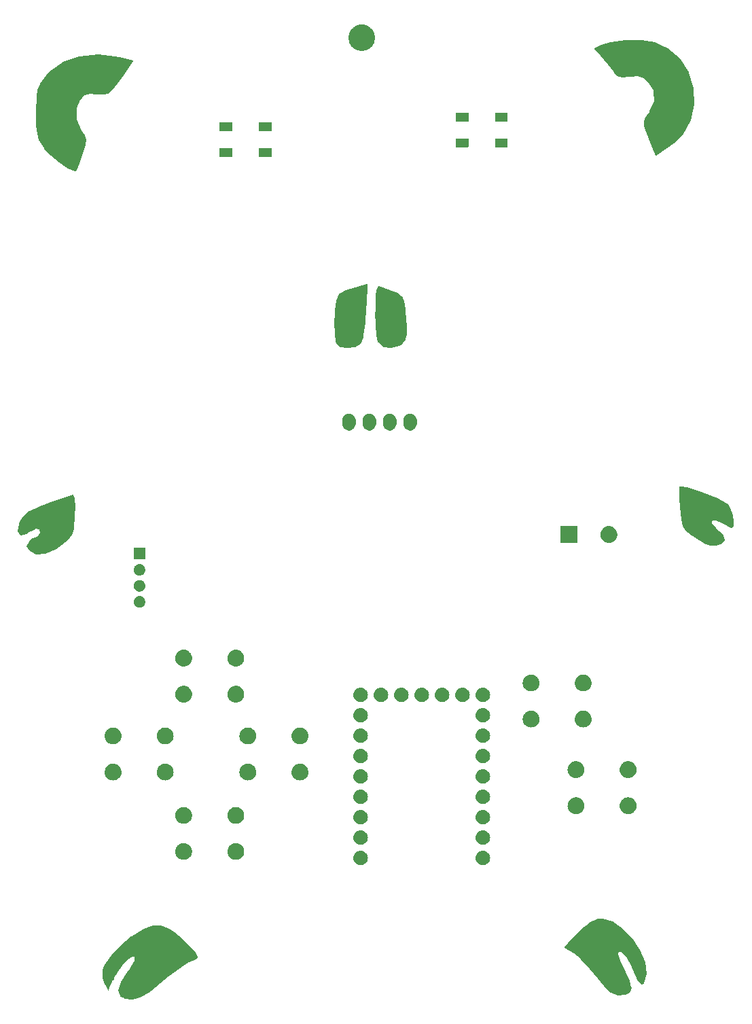
<source format=gbr>
G04 #@! TF.GenerationSoftware,KiCad,Pcbnew,8.0.5-8.0.5-0~ubuntu24.04.1*
G04 #@! TF.CreationDate,2024-10-05T11:59:27+09:00*
G04 #@! TF.ProjectId,gopher_rp2040_sw,676f7068-6572-45f7-9270-323034305f73,rev?*
G04 #@! TF.SameCoordinates,Original*
G04 #@! TF.FileFunction,Soldermask,Top*
G04 #@! TF.FilePolarity,Negative*
%FSLAX46Y46*%
G04 Gerber Fmt 4.6, Leading zero omitted, Abs format (unit mm)*
G04 Created by KiCad (PCBNEW 8.0.5-8.0.5-0~ubuntu24.04.1) date 2024-10-05 11:59:27*
%MOMM*%
%LPD*%
G01*
G04 APERTURE LIST*
G04 APERTURE END LIST*
G36*
X90172207Y-176905600D02*
G01*
X90172213Y-176905600D01*
X90863428Y-176944542D01*
X90863430Y-176944542D01*
X90873094Y-176945087D01*
X90889659Y-176948633D01*
X90898697Y-176952092D01*
X90898701Y-176952093D01*
X91694497Y-177256657D01*
X91694500Y-177256658D01*
X91699659Y-177258633D01*
X91708376Y-177262885D01*
X92031691Y-177457609D01*
X92584344Y-177790456D01*
X92584349Y-177790460D01*
X92588376Y-177792885D01*
X92595127Y-177797679D01*
X92598738Y-177800676D01*
X92598749Y-177800684D01*
X93593327Y-178626184D01*
X93593342Y-178626197D01*
X93595127Y-178627679D01*
X93598194Y-178630425D01*
X93599863Y-178632036D01*
X93599871Y-178632043D01*
X94097587Y-179112397D01*
X94458194Y-179460425D01*
X94461392Y-179463782D01*
X94657893Y-179688355D01*
X95119753Y-180216195D01*
X95161392Y-180263782D01*
X95169193Y-180275403D01*
X95459193Y-180855403D01*
X95460905Y-180879490D01*
X95461248Y-180881009D01*
X95461062Y-180881702D01*
X95462178Y-180897393D01*
X95448891Y-180918891D01*
X95208891Y-181158891D01*
X95192570Y-181170156D01*
X94397991Y-181527715D01*
X94392385Y-181530588D01*
X93857320Y-181840024D01*
X93571519Y-182005307D01*
X93567384Y-182007918D01*
X92644889Y-182642754D01*
X92641058Y-182645615D01*
X91811247Y-183315846D01*
X91345102Y-183692348D01*
X90805666Y-184151868D01*
X90803897Y-184153313D01*
X89653897Y-185053313D01*
X89373980Y-185273248D01*
X89367105Y-185277857D01*
X88237105Y-185917857D01*
X88223743Y-185923255D01*
X87293743Y-186163255D01*
X87274209Y-186164694D01*
X86424209Y-186074694D01*
X86404347Y-186068651D01*
X86110670Y-185913803D01*
X85867774Y-185785731D01*
X85867773Y-185785730D01*
X85854347Y-185778651D01*
X85834430Y-185756077D01*
X85831860Y-185753792D01*
X85831057Y-185752255D01*
X85828533Y-185749394D01*
X85800385Y-185674694D01*
X85573885Y-185073599D01*
X85573884Y-185073596D01*
X85568533Y-185059394D01*
X85567211Y-185024562D01*
X85877211Y-183964562D01*
X85883813Y-183950138D01*
X85888729Y-183942533D01*
X85888734Y-183942524D01*
X86633429Y-182790730D01*
X86633480Y-182790651D01*
X86633813Y-182790138D01*
X86634489Y-182789117D01*
X86634842Y-182788595D01*
X86634875Y-182788547D01*
X86823850Y-182510057D01*
X86823879Y-182510014D01*
X86824489Y-182509117D01*
X86825648Y-182507475D01*
X86826295Y-182506591D01*
X86826316Y-182506563D01*
X86959601Y-182324811D01*
X87041621Y-182212963D01*
X87045556Y-182206890D01*
X87072940Y-182158715D01*
X87283633Y-181788049D01*
X87564875Y-181293271D01*
X87573108Y-181258137D01*
X87566545Y-181142196D01*
X87550709Y-180862431D01*
X87492618Y-180797297D01*
X87347445Y-180772268D01*
X87300718Y-180782065D01*
X86762261Y-181137994D01*
X86750736Y-181147801D01*
X86055404Y-181901893D01*
X86050489Y-181907939D01*
X86005017Y-181971602D01*
X86004982Y-181971649D01*
X86004755Y-181971968D01*
X86004278Y-181972626D01*
X85864715Y-182162032D01*
X85635147Y-182491412D01*
X85349262Y-182905453D01*
X85345385Y-182911858D01*
X85248921Y-183095141D01*
X85139193Y-183314597D01*
X85138797Y-183315374D01*
X85008797Y-183565374D01*
X85004000Y-183573000D01*
X84914488Y-183692348D01*
X84832831Y-183801224D01*
X84825108Y-183814736D01*
X84780769Y-183921154D01*
X84780632Y-183921480D01*
X84640632Y-184251480D01*
X84640156Y-184252570D01*
X84551567Y-184449432D01*
X84550169Y-184452800D01*
X84471397Y-184659580D01*
X84470857Y-184660941D01*
X84447002Y-184718872D01*
X84404717Y-184821567D01*
X84401492Y-184831825D01*
X84366983Y-184987114D01*
X84363690Y-185001931D01*
X84349832Y-185021700D01*
X84349139Y-185023099D01*
X84348555Y-185023521D01*
X84339528Y-185036401D01*
X84298069Y-185043690D01*
X84283345Y-185033369D01*
X84281858Y-185032844D01*
X84280485Y-185031364D01*
X84263599Y-185019528D01*
X84259658Y-185012151D01*
X84256951Y-185005999D01*
X84256948Y-185005996D01*
X84152374Y-184768325D01*
X84149113Y-184761936D01*
X83980535Y-184473721D01*
X83842525Y-184237769D01*
X83837401Y-184226072D01*
X83835274Y-184219113D01*
X83835272Y-184219107D01*
X83620202Y-183515241D01*
X83620201Y-183515237D01*
X83617401Y-183506072D01*
X83615003Y-183489471D01*
X83615095Y-183479887D01*
X83615094Y-183479880D01*
X83624892Y-182460817D01*
X83624894Y-182460806D01*
X83625003Y-182449471D01*
X83628756Y-182430024D01*
X83632875Y-182419456D01*
X83632876Y-182419454D01*
X83856169Y-181846658D01*
X83856172Y-181846651D01*
X83858756Y-181840024D01*
X83864590Y-181828970D01*
X83868601Y-181823100D01*
X83868608Y-181823087D01*
X84681891Y-180632918D01*
X84681899Y-180632907D01*
X84684590Y-180628970D01*
X84689845Y-180622415D01*
X84693108Y-180618928D01*
X84693112Y-180618924D01*
X85857128Y-179375317D01*
X85857134Y-179375311D01*
X85859845Y-179372415D01*
X85864947Y-179367618D01*
X85867994Y-179365097D01*
X85868012Y-179365081D01*
X87191112Y-178270788D01*
X87191126Y-178270777D01*
X87194947Y-178267618D01*
X87202114Y-178262594D01*
X87206392Y-178260077D01*
X87206400Y-178260072D01*
X88558458Y-177464744D01*
X88558464Y-177464740D01*
X88562114Y-177462594D01*
X88568801Y-177459250D01*
X88572696Y-177457622D01*
X88572724Y-177457609D01*
X89355833Y-177130488D01*
X89355863Y-177130477D01*
X89358801Y-177129250D01*
X89364105Y-177127347D01*
X89367152Y-177126427D01*
X89367172Y-177126420D01*
X89892370Y-176967870D01*
X89892394Y-176967863D01*
X89894105Y-176967347D01*
X89897164Y-176966519D01*
X89898900Y-176966102D01*
X89898942Y-176966091D01*
X90138279Y-176908650D01*
X90138288Y-176908649D01*
X90147164Y-176906519D01*
X90163094Y-176905087D01*
X90172207Y-176905600D01*
G37*
G36*
X145875215Y-176067147D02*
G01*
X145886000Y-176070251D01*
X145886002Y-176070252D01*
X147185627Y-176444386D01*
X147185631Y-176444388D01*
X147195215Y-176447147D01*
X147211006Y-176454573D01*
X147219245Y-176460196D01*
X147219248Y-176460198D01*
X148465542Y-177310843D01*
X148465545Y-177310846D01*
X148471006Y-177314573D01*
X148479851Y-177322093D01*
X149649851Y-178552093D01*
X149655960Y-178559789D01*
X150595960Y-179989789D01*
X150600900Y-179999162D01*
X151210900Y-181489162D01*
X151214521Y-181502756D01*
X151404521Y-182932756D01*
X151402800Y-182955400D01*
X151052800Y-184155400D01*
X151037680Y-184174231D01*
X151034539Y-184179650D01*
X151031592Y-184181815D01*
X151026446Y-184188225D01*
X151024597Y-184189193D01*
X150784597Y-184309193D01*
X150760507Y-184310905D01*
X150758990Y-184311248D01*
X150758296Y-184311062D01*
X150742607Y-184312178D01*
X150717748Y-184295210D01*
X150710264Y-184286229D01*
X150710260Y-184286226D01*
X150373068Y-183881596D01*
X150373062Y-183881587D01*
X150367748Y-183875210D01*
X150359986Y-183862882D01*
X150356530Y-183855328D01*
X150356528Y-183855325D01*
X149660137Y-182333212D01*
X149659986Y-182332882D01*
X149659844Y-182332570D01*
X149482166Y-181937732D01*
X149479438Y-181932373D01*
X148849343Y-180829708D01*
X148840303Y-180817569D01*
X148651118Y-180618924D01*
X148286846Y-180236438D01*
X148238087Y-180216195D01*
X148070343Y-180220006D01*
X147960316Y-180222506D01*
X147888640Y-180298317D01*
X147894443Y-180472365D01*
X147897215Y-180488836D01*
X148150394Y-181306802D01*
X148153125Y-181314015D01*
X148700032Y-182527154D01*
X148700032Y-182527155D01*
X148700140Y-182527396D01*
X148700228Y-182527591D01*
X148871672Y-182911862D01*
X149271264Y-183807500D01*
X149280228Y-183827591D01*
X149282956Y-183835146D01*
X149284189Y-183839545D01*
X149284192Y-183839551D01*
X149508930Y-184640790D01*
X149508930Y-184640792D01*
X149512956Y-184655146D01*
X149513889Y-184680998D01*
X149413889Y-185170998D01*
X149399830Y-185192155D01*
X149396949Y-185198230D01*
X149393989Y-185200946D01*
X149391018Y-185205419D01*
X148981018Y-185485419D01*
X148966831Y-185492362D01*
X148686831Y-185582362D01*
X148675791Y-185584694D01*
X147825791Y-185674694D01*
X147798184Y-185670488D01*
X146988184Y-185320488D01*
X146972695Y-185310414D01*
X146964928Y-185303244D01*
X146964924Y-185303242D01*
X146066276Y-184473721D01*
X146066266Y-184473710D01*
X146062695Y-184470414D01*
X146056868Y-184464127D01*
X145337276Y-183554643D01*
X144847689Y-182965140D01*
X144847314Y-182964683D01*
X144847221Y-182964568D01*
X144847089Y-182964408D01*
X144327456Y-182324858D01*
X144190633Y-182158715D01*
X144187187Y-182154868D01*
X143830580Y-181788355D01*
X143830466Y-181788237D01*
X143830284Y-181788049D01*
X143830283Y-181788049D01*
X143240804Y-181178587D01*
X143174825Y-181112607D01*
X143170695Y-181108832D01*
X142330366Y-180406910D01*
X142324100Y-180402306D01*
X141210258Y-179686265D01*
X141204790Y-179682252D01*
X141144790Y-179632252D01*
X141133571Y-179610878D01*
X141132643Y-179609617D01*
X141132534Y-179608902D01*
X141125226Y-179594979D01*
X141137748Y-179554790D01*
X141140665Y-179551559D01*
X141229728Y-179460425D01*
X141569844Y-179112398D01*
X141918159Y-178724275D01*
X141918196Y-178724235D01*
X141919067Y-178723265D01*
X141920684Y-178721539D01*
X142370313Y-178261918D01*
X142429316Y-178199226D01*
X142688807Y-177923517D01*
X142688831Y-177923491D01*
X142689949Y-177922305D01*
X142692010Y-177920229D01*
X142693195Y-177919096D01*
X142693209Y-177919083D01*
X143359245Y-177282869D01*
X143359255Y-177282859D01*
X143362010Y-177280229D01*
X143367139Y-177275896D01*
X143864804Y-176905087D01*
X144382461Y-176519381D01*
X144382465Y-176519378D01*
X144387139Y-176515896D01*
X144395899Y-176510562D01*
X144401135Y-176508009D01*
X144401144Y-176508004D01*
X145185318Y-176125719D01*
X145185323Y-176125717D01*
X145195899Y-176120562D01*
X145215716Y-176115167D01*
X145227452Y-176114250D01*
X145227453Y-176114250D01*
X145844522Y-176066041D01*
X145844524Y-176066041D01*
X145855716Y-176065167D01*
X145875215Y-176067147D01*
G37*
G36*
X115803983Y-167603936D02*
G01*
X115854180Y-167603936D01*
X115897524Y-167613149D01*
X115935659Y-167616905D01*
X115983566Y-167631437D01*
X116038424Y-167643098D01*
X116073530Y-167658728D01*
X116104566Y-167668143D01*
X116153884Y-167694504D01*
X116210500Y-167719711D01*
X116236822Y-167738835D01*
X116260232Y-167751348D01*
X116307988Y-167790540D01*
X116362887Y-167830427D01*
X116380711Y-167850223D01*
X116396675Y-167863324D01*
X116439572Y-167915594D01*
X116488924Y-167970405D01*
X116499292Y-167988363D01*
X116508651Y-167999767D01*
X116543273Y-168064542D01*
X116583104Y-168133530D01*
X116587685Y-168147630D01*
X116591856Y-168155433D01*
X116614852Y-168231242D01*
X116641311Y-168312672D01*
X116642242Y-168321532D01*
X116643094Y-168324340D01*
X116651384Y-168408513D01*
X116661000Y-168500000D01*
X116651383Y-168591494D01*
X116643094Y-168675659D01*
X116642242Y-168678466D01*
X116641311Y-168687328D01*
X116614848Y-168768771D01*
X116591856Y-168844566D01*
X116587686Y-168852366D01*
X116583104Y-168866470D01*
X116543266Y-168935470D01*
X116508651Y-169000232D01*
X116499294Y-169011633D01*
X116488924Y-169029595D01*
X116439563Y-169084415D01*
X116396675Y-169136675D01*
X116380714Y-169149773D01*
X116362887Y-169169573D01*
X116307977Y-169209467D01*
X116260232Y-169248651D01*
X116236827Y-169261161D01*
X116210500Y-169280289D01*
X116153873Y-169305500D01*
X116104566Y-169331856D01*
X116073537Y-169341268D01*
X116038424Y-169356902D01*
X115983555Y-169368564D01*
X115935659Y-169383094D01*
X115897532Y-169386849D01*
X115854180Y-169396064D01*
X115803973Y-169396064D01*
X115760000Y-169400395D01*
X115716027Y-169396064D01*
X115665820Y-169396064D01*
X115622467Y-169386849D01*
X115584340Y-169383094D01*
X115536441Y-169368563D01*
X115481576Y-169356902D01*
X115446464Y-169341269D01*
X115415433Y-169331856D01*
X115366120Y-169305498D01*
X115309500Y-169280289D01*
X115283175Y-169261163D01*
X115259767Y-169248651D01*
X115212013Y-169209460D01*
X115157113Y-169169573D01*
X115139287Y-169149776D01*
X115123324Y-169136675D01*
X115080425Y-169084402D01*
X115031076Y-169029595D01*
X115020708Y-169011637D01*
X115011348Y-169000232D01*
X114976719Y-168935447D01*
X114936896Y-168866470D01*
X114932315Y-168852371D01*
X114928143Y-168844566D01*
X114905136Y-168768725D01*
X114878689Y-168687328D01*
X114877758Y-168678471D01*
X114876905Y-168675659D01*
X114868600Y-168591342D01*
X114859000Y-168500000D01*
X114868599Y-168408664D01*
X114876905Y-168324340D01*
X114877758Y-168321527D01*
X114878689Y-168312672D01*
X114905132Y-168231288D01*
X114928143Y-168155433D01*
X114932315Y-168147626D01*
X114936896Y-168133530D01*
X114976712Y-168064565D01*
X115011348Y-167999767D01*
X115020710Y-167988359D01*
X115031076Y-167970405D01*
X115080416Y-167915607D01*
X115123324Y-167863324D01*
X115139291Y-167850219D01*
X115157113Y-167830427D01*
X115212002Y-167790546D01*
X115259767Y-167751348D01*
X115283180Y-167738833D01*
X115309500Y-167719711D01*
X115366109Y-167694506D01*
X115415433Y-167668143D01*
X115446471Y-167658727D01*
X115481576Y-167643098D01*
X115536430Y-167631438D01*
X115584340Y-167616905D01*
X115622476Y-167613148D01*
X115665820Y-167603936D01*
X115716016Y-167603936D01*
X115760000Y-167599604D01*
X115803983Y-167603936D01*
G37*
G36*
X131043983Y-167603936D02*
G01*
X131094180Y-167603936D01*
X131137524Y-167613149D01*
X131175659Y-167616905D01*
X131223566Y-167631437D01*
X131278424Y-167643098D01*
X131313530Y-167658728D01*
X131344566Y-167668143D01*
X131393884Y-167694504D01*
X131450500Y-167719711D01*
X131476822Y-167738835D01*
X131500232Y-167751348D01*
X131547988Y-167790540D01*
X131602887Y-167830427D01*
X131620711Y-167850223D01*
X131636675Y-167863324D01*
X131679572Y-167915594D01*
X131728924Y-167970405D01*
X131739292Y-167988363D01*
X131748651Y-167999767D01*
X131783273Y-168064542D01*
X131823104Y-168133530D01*
X131827685Y-168147630D01*
X131831856Y-168155433D01*
X131854852Y-168231242D01*
X131881311Y-168312672D01*
X131882242Y-168321532D01*
X131883094Y-168324340D01*
X131891384Y-168408513D01*
X131901000Y-168500000D01*
X131891383Y-168591494D01*
X131883094Y-168675659D01*
X131882242Y-168678466D01*
X131881311Y-168687328D01*
X131854848Y-168768771D01*
X131831856Y-168844566D01*
X131827686Y-168852366D01*
X131823104Y-168866470D01*
X131783266Y-168935470D01*
X131748651Y-169000232D01*
X131739294Y-169011633D01*
X131728924Y-169029595D01*
X131679563Y-169084415D01*
X131636675Y-169136675D01*
X131620714Y-169149773D01*
X131602887Y-169169573D01*
X131547977Y-169209467D01*
X131500232Y-169248651D01*
X131476827Y-169261161D01*
X131450500Y-169280289D01*
X131393873Y-169305500D01*
X131344566Y-169331856D01*
X131313537Y-169341268D01*
X131278424Y-169356902D01*
X131223555Y-169368564D01*
X131175659Y-169383094D01*
X131137532Y-169386849D01*
X131094180Y-169396064D01*
X131043973Y-169396064D01*
X131000000Y-169400395D01*
X130956027Y-169396064D01*
X130905820Y-169396064D01*
X130862467Y-169386849D01*
X130824340Y-169383094D01*
X130776441Y-169368563D01*
X130721576Y-169356902D01*
X130686464Y-169341269D01*
X130655433Y-169331856D01*
X130606120Y-169305498D01*
X130549500Y-169280289D01*
X130523175Y-169261163D01*
X130499767Y-169248651D01*
X130452013Y-169209460D01*
X130397113Y-169169573D01*
X130379287Y-169149776D01*
X130363324Y-169136675D01*
X130320425Y-169084402D01*
X130271076Y-169029595D01*
X130260708Y-169011637D01*
X130251348Y-169000232D01*
X130216719Y-168935447D01*
X130176896Y-168866470D01*
X130172315Y-168852371D01*
X130168143Y-168844566D01*
X130145136Y-168768725D01*
X130118689Y-168687328D01*
X130117758Y-168678471D01*
X130116905Y-168675659D01*
X130108600Y-168591342D01*
X130099000Y-168500000D01*
X130108599Y-168408664D01*
X130116905Y-168324340D01*
X130117758Y-168321527D01*
X130118689Y-168312672D01*
X130145132Y-168231288D01*
X130168143Y-168155433D01*
X130172315Y-168147626D01*
X130176896Y-168133530D01*
X130216712Y-168064565D01*
X130251348Y-167999767D01*
X130260710Y-167988359D01*
X130271076Y-167970405D01*
X130320416Y-167915607D01*
X130363324Y-167863324D01*
X130379291Y-167850219D01*
X130397113Y-167830427D01*
X130452002Y-167790546D01*
X130499767Y-167751348D01*
X130523180Y-167738833D01*
X130549500Y-167719711D01*
X130606109Y-167694506D01*
X130655433Y-167668143D01*
X130686471Y-167658727D01*
X130721576Y-167643098D01*
X130776430Y-167631438D01*
X130824340Y-167616905D01*
X130862476Y-167613148D01*
X130905820Y-167603936D01*
X130956016Y-167603936D01*
X131000000Y-167599604D01*
X131043983Y-167603936D01*
G37*
G36*
X93750938Y-166654017D02*
G01*
X93796923Y-166654017D01*
X93848139Y-166663590D01*
X93905040Y-166669195D01*
X93948261Y-166682306D01*
X93987474Y-166689636D01*
X94041785Y-166710676D01*
X94102200Y-166729003D01*
X94136720Y-166747454D01*
X94168232Y-166759662D01*
X94222977Y-166793559D01*
X94283904Y-166826125D01*
X94309506Y-166847136D01*
X94333048Y-166861713D01*
X94385212Y-166909267D01*
X94443169Y-166956831D01*
X94460342Y-166977757D01*
X94476301Y-166992305D01*
X94522629Y-167053653D01*
X94573875Y-167116096D01*
X94583783Y-167134634D01*
X94593122Y-167147000D01*
X94630274Y-167221613D01*
X94670997Y-167297800D01*
X94675340Y-167312117D01*
X94679528Y-167320528D01*
X94704267Y-167407476D01*
X94730805Y-167494960D01*
X94731676Y-167503811D01*
X94732577Y-167506975D01*
X94741938Y-167608002D01*
X94751000Y-167700000D01*
X94741938Y-167792005D01*
X94732577Y-167893024D01*
X94731676Y-167896187D01*
X94730805Y-167905040D01*
X94704262Y-167992538D01*
X94679528Y-168079471D01*
X94675341Y-168087879D01*
X94670997Y-168102200D01*
X94630267Y-168178399D01*
X94593122Y-168252999D01*
X94583785Y-168265362D01*
X94573875Y-168283904D01*
X94522620Y-168346357D01*
X94476301Y-168407694D01*
X94460345Y-168422238D01*
X94443169Y-168443169D01*
X94385201Y-168490741D01*
X94333048Y-168538286D01*
X94309511Y-168552859D01*
X94283904Y-168573875D01*
X94222965Y-168606447D01*
X94168232Y-168640337D01*
X94136726Y-168652542D01*
X94102200Y-168670997D01*
X94041773Y-168689327D01*
X93987474Y-168710363D01*
X93948268Y-168717691D01*
X93905040Y-168730805D01*
X93848136Y-168736409D01*
X93796923Y-168745983D01*
X93750938Y-168745983D01*
X93700000Y-168751000D01*
X93649062Y-168745983D01*
X93603077Y-168745983D01*
X93551863Y-168736409D01*
X93494960Y-168730805D01*
X93451732Y-168717692D01*
X93412525Y-168710363D01*
X93358221Y-168689325D01*
X93297800Y-168670997D01*
X93263275Y-168652543D01*
X93231767Y-168640337D01*
X93177027Y-168606443D01*
X93116096Y-168573875D01*
X93090491Y-168552861D01*
X93066951Y-168538286D01*
X93014788Y-168490733D01*
X92956831Y-168443169D01*
X92939656Y-168422242D01*
X92923698Y-168407694D01*
X92877367Y-168346342D01*
X92826125Y-168283904D01*
X92816216Y-168265366D01*
X92806877Y-168252999D01*
X92769717Y-168178372D01*
X92729003Y-168102200D01*
X92724660Y-168087884D01*
X92720471Y-168079471D01*
X92695721Y-167992485D01*
X92669195Y-167905040D01*
X92668323Y-167896192D01*
X92667422Y-167893024D01*
X92658044Y-167791833D01*
X92649000Y-167700000D01*
X92658044Y-167608173D01*
X92667422Y-167506975D01*
X92668323Y-167503805D01*
X92669195Y-167494960D01*
X92695716Y-167407529D01*
X92720471Y-167320528D01*
X92724661Y-167312112D01*
X92729003Y-167297800D01*
X92769710Y-167221641D01*
X92806877Y-167147000D01*
X92816218Y-167134629D01*
X92826125Y-167116096D01*
X92877357Y-167053668D01*
X92923698Y-166992305D01*
X92939660Y-166977753D01*
X92956831Y-166956831D01*
X93014777Y-166909275D01*
X93066951Y-166861713D01*
X93090496Y-166847134D01*
X93116096Y-166826125D01*
X93177015Y-166793563D01*
X93231767Y-166759662D01*
X93263282Y-166747452D01*
X93297800Y-166729003D01*
X93358209Y-166710677D01*
X93412525Y-166689636D01*
X93451739Y-166682305D01*
X93494960Y-166669195D01*
X93551860Y-166663590D01*
X93603077Y-166654017D01*
X93649062Y-166654017D01*
X93700000Y-166649000D01*
X93750938Y-166654017D01*
G37*
G36*
X100250938Y-166654017D02*
G01*
X100296923Y-166654017D01*
X100348139Y-166663590D01*
X100405040Y-166669195D01*
X100448261Y-166682306D01*
X100487474Y-166689636D01*
X100541785Y-166710676D01*
X100602200Y-166729003D01*
X100636720Y-166747454D01*
X100668232Y-166759662D01*
X100722977Y-166793559D01*
X100783904Y-166826125D01*
X100809506Y-166847136D01*
X100833048Y-166861713D01*
X100885212Y-166909267D01*
X100943169Y-166956831D01*
X100960342Y-166977757D01*
X100976301Y-166992305D01*
X101022629Y-167053653D01*
X101073875Y-167116096D01*
X101083783Y-167134634D01*
X101093122Y-167147000D01*
X101130274Y-167221613D01*
X101170997Y-167297800D01*
X101175340Y-167312117D01*
X101179528Y-167320528D01*
X101204267Y-167407476D01*
X101230805Y-167494960D01*
X101231676Y-167503811D01*
X101232577Y-167506975D01*
X101241938Y-167608002D01*
X101251000Y-167700000D01*
X101241938Y-167792005D01*
X101232577Y-167893024D01*
X101231676Y-167896187D01*
X101230805Y-167905040D01*
X101204262Y-167992538D01*
X101179528Y-168079471D01*
X101175341Y-168087879D01*
X101170997Y-168102200D01*
X101130267Y-168178399D01*
X101093122Y-168252999D01*
X101083785Y-168265362D01*
X101073875Y-168283904D01*
X101022620Y-168346357D01*
X100976301Y-168407694D01*
X100960345Y-168422238D01*
X100943169Y-168443169D01*
X100885201Y-168490741D01*
X100833048Y-168538286D01*
X100809511Y-168552859D01*
X100783904Y-168573875D01*
X100722965Y-168606447D01*
X100668232Y-168640337D01*
X100636726Y-168652542D01*
X100602200Y-168670997D01*
X100541773Y-168689327D01*
X100487474Y-168710363D01*
X100448268Y-168717691D01*
X100405040Y-168730805D01*
X100348136Y-168736409D01*
X100296923Y-168745983D01*
X100250938Y-168745983D01*
X100200000Y-168751000D01*
X100149062Y-168745983D01*
X100103077Y-168745983D01*
X100051863Y-168736409D01*
X99994960Y-168730805D01*
X99951732Y-168717692D01*
X99912525Y-168710363D01*
X99858221Y-168689325D01*
X99797800Y-168670997D01*
X99763275Y-168652543D01*
X99731767Y-168640337D01*
X99677027Y-168606443D01*
X99616096Y-168573875D01*
X99590491Y-168552861D01*
X99566951Y-168538286D01*
X99514788Y-168490733D01*
X99456831Y-168443169D01*
X99439656Y-168422242D01*
X99423698Y-168407694D01*
X99377367Y-168346342D01*
X99326125Y-168283904D01*
X99316216Y-168265366D01*
X99306877Y-168252999D01*
X99269717Y-168178372D01*
X99229003Y-168102200D01*
X99224660Y-168087884D01*
X99220471Y-168079471D01*
X99195721Y-167992485D01*
X99169195Y-167905040D01*
X99168323Y-167896192D01*
X99167422Y-167893024D01*
X99158044Y-167791833D01*
X99149000Y-167700000D01*
X99158044Y-167608173D01*
X99167422Y-167506975D01*
X99168323Y-167503805D01*
X99169195Y-167494960D01*
X99195716Y-167407529D01*
X99220471Y-167320528D01*
X99224661Y-167312112D01*
X99229003Y-167297800D01*
X99269710Y-167221641D01*
X99306877Y-167147000D01*
X99316218Y-167134629D01*
X99326125Y-167116096D01*
X99377357Y-167053668D01*
X99423698Y-166992305D01*
X99439660Y-166977753D01*
X99456831Y-166956831D01*
X99514777Y-166909275D01*
X99566951Y-166861713D01*
X99590496Y-166847134D01*
X99616096Y-166826125D01*
X99677015Y-166793563D01*
X99731767Y-166759662D01*
X99763282Y-166747452D01*
X99797800Y-166729003D01*
X99858209Y-166710677D01*
X99912525Y-166689636D01*
X99951739Y-166682305D01*
X99994960Y-166669195D01*
X100051860Y-166663590D01*
X100103077Y-166654017D01*
X100149062Y-166654017D01*
X100200000Y-166649000D01*
X100250938Y-166654017D01*
G37*
G36*
X115803983Y-165063936D02*
G01*
X115854180Y-165063936D01*
X115897524Y-165073149D01*
X115935659Y-165076905D01*
X115983566Y-165091437D01*
X116038424Y-165103098D01*
X116073530Y-165118728D01*
X116104566Y-165128143D01*
X116153884Y-165154504D01*
X116210500Y-165179711D01*
X116236822Y-165198835D01*
X116260232Y-165211348D01*
X116307988Y-165250540D01*
X116362887Y-165290427D01*
X116380711Y-165310223D01*
X116396675Y-165323324D01*
X116439572Y-165375594D01*
X116488924Y-165430405D01*
X116499292Y-165448363D01*
X116508651Y-165459767D01*
X116543273Y-165524542D01*
X116583104Y-165593530D01*
X116587685Y-165607630D01*
X116591856Y-165615433D01*
X116614852Y-165691242D01*
X116641311Y-165772672D01*
X116642242Y-165781532D01*
X116643094Y-165784340D01*
X116651384Y-165868513D01*
X116661000Y-165960000D01*
X116651383Y-166051494D01*
X116643094Y-166135659D01*
X116642242Y-166138466D01*
X116641311Y-166147328D01*
X116614848Y-166228771D01*
X116591856Y-166304566D01*
X116587686Y-166312366D01*
X116583104Y-166326470D01*
X116543266Y-166395470D01*
X116508651Y-166460232D01*
X116499294Y-166471633D01*
X116488924Y-166489595D01*
X116439563Y-166544415D01*
X116396675Y-166596675D01*
X116380714Y-166609773D01*
X116362887Y-166629573D01*
X116307977Y-166669467D01*
X116260232Y-166708651D01*
X116236827Y-166721161D01*
X116210500Y-166740289D01*
X116153873Y-166765500D01*
X116104566Y-166791856D01*
X116073537Y-166801268D01*
X116038424Y-166816902D01*
X115983555Y-166828564D01*
X115935659Y-166843094D01*
X115897532Y-166846849D01*
X115854180Y-166856064D01*
X115803973Y-166856064D01*
X115760000Y-166860395D01*
X115716027Y-166856064D01*
X115665820Y-166856064D01*
X115622467Y-166846849D01*
X115584340Y-166843094D01*
X115536441Y-166828563D01*
X115481576Y-166816902D01*
X115446464Y-166801269D01*
X115415433Y-166791856D01*
X115366120Y-166765498D01*
X115309500Y-166740289D01*
X115283175Y-166721163D01*
X115259767Y-166708651D01*
X115212013Y-166669460D01*
X115157113Y-166629573D01*
X115139287Y-166609776D01*
X115123324Y-166596675D01*
X115080425Y-166544402D01*
X115031076Y-166489595D01*
X115020708Y-166471637D01*
X115011348Y-166460232D01*
X114976719Y-166395447D01*
X114936896Y-166326470D01*
X114932315Y-166312371D01*
X114928143Y-166304566D01*
X114905136Y-166228725D01*
X114878689Y-166147328D01*
X114877758Y-166138471D01*
X114876905Y-166135659D01*
X114868600Y-166051342D01*
X114859000Y-165960000D01*
X114868599Y-165868664D01*
X114876905Y-165784340D01*
X114877758Y-165781527D01*
X114878689Y-165772672D01*
X114905132Y-165691288D01*
X114928143Y-165615433D01*
X114932315Y-165607626D01*
X114936896Y-165593530D01*
X114976712Y-165524565D01*
X115011348Y-165459767D01*
X115020710Y-165448359D01*
X115031076Y-165430405D01*
X115080416Y-165375607D01*
X115123324Y-165323324D01*
X115139291Y-165310219D01*
X115157113Y-165290427D01*
X115212002Y-165250546D01*
X115259767Y-165211348D01*
X115283180Y-165198833D01*
X115309500Y-165179711D01*
X115366109Y-165154506D01*
X115415433Y-165128143D01*
X115446471Y-165118727D01*
X115481576Y-165103098D01*
X115536430Y-165091438D01*
X115584340Y-165076905D01*
X115622476Y-165073148D01*
X115665820Y-165063936D01*
X115716016Y-165063936D01*
X115760000Y-165059604D01*
X115803983Y-165063936D01*
G37*
G36*
X131043983Y-165063936D02*
G01*
X131094180Y-165063936D01*
X131137524Y-165073149D01*
X131175659Y-165076905D01*
X131223566Y-165091437D01*
X131278424Y-165103098D01*
X131313530Y-165118728D01*
X131344566Y-165128143D01*
X131393884Y-165154504D01*
X131450500Y-165179711D01*
X131476822Y-165198835D01*
X131500232Y-165211348D01*
X131547988Y-165250540D01*
X131602887Y-165290427D01*
X131620711Y-165310223D01*
X131636675Y-165323324D01*
X131679572Y-165375594D01*
X131728924Y-165430405D01*
X131739292Y-165448363D01*
X131748651Y-165459767D01*
X131783273Y-165524542D01*
X131823104Y-165593530D01*
X131827685Y-165607630D01*
X131831856Y-165615433D01*
X131854852Y-165691242D01*
X131881311Y-165772672D01*
X131882242Y-165781532D01*
X131883094Y-165784340D01*
X131891384Y-165868513D01*
X131901000Y-165960000D01*
X131891383Y-166051494D01*
X131883094Y-166135659D01*
X131882242Y-166138466D01*
X131881311Y-166147328D01*
X131854848Y-166228771D01*
X131831856Y-166304566D01*
X131827686Y-166312366D01*
X131823104Y-166326470D01*
X131783266Y-166395470D01*
X131748651Y-166460232D01*
X131739294Y-166471633D01*
X131728924Y-166489595D01*
X131679563Y-166544415D01*
X131636675Y-166596675D01*
X131620714Y-166609773D01*
X131602887Y-166629573D01*
X131547977Y-166669467D01*
X131500232Y-166708651D01*
X131476827Y-166721161D01*
X131450500Y-166740289D01*
X131393873Y-166765500D01*
X131344566Y-166791856D01*
X131313537Y-166801268D01*
X131278424Y-166816902D01*
X131223555Y-166828564D01*
X131175659Y-166843094D01*
X131137532Y-166846849D01*
X131094180Y-166856064D01*
X131043973Y-166856064D01*
X131000000Y-166860395D01*
X130956027Y-166856064D01*
X130905820Y-166856064D01*
X130862467Y-166846849D01*
X130824340Y-166843094D01*
X130776441Y-166828563D01*
X130721576Y-166816902D01*
X130686464Y-166801269D01*
X130655433Y-166791856D01*
X130606120Y-166765498D01*
X130549500Y-166740289D01*
X130523175Y-166721163D01*
X130499767Y-166708651D01*
X130452013Y-166669460D01*
X130397113Y-166629573D01*
X130379287Y-166609776D01*
X130363324Y-166596675D01*
X130320425Y-166544402D01*
X130271076Y-166489595D01*
X130260708Y-166471637D01*
X130251348Y-166460232D01*
X130216719Y-166395447D01*
X130176896Y-166326470D01*
X130172315Y-166312371D01*
X130168143Y-166304566D01*
X130145136Y-166228725D01*
X130118689Y-166147328D01*
X130117758Y-166138471D01*
X130116905Y-166135659D01*
X130108600Y-166051342D01*
X130099000Y-165960000D01*
X130108599Y-165868664D01*
X130116905Y-165784340D01*
X130117758Y-165781527D01*
X130118689Y-165772672D01*
X130145132Y-165691288D01*
X130168143Y-165615433D01*
X130172315Y-165607626D01*
X130176896Y-165593530D01*
X130216712Y-165524565D01*
X130251348Y-165459767D01*
X130260710Y-165448359D01*
X130271076Y-165430405D01*
X130320416Y-165375607D01*
X130363324Y-165323324D01*
X130379291Y-165310219D01*
X130397113Y-165290427D01*
X130452002Y-165250546D01*
X130499767Y-165211348D01*
X130523180Y-165198833D01*
X130549500Y-165179711D01*
X130606109Y-165154506D01*
X130655433Y-165128143D01*
X130686471Y-165118727D01*
X130721576Y-165103098D01*
X130776430Y-165091438D01*
X130824340Y-165076905D01*
X130862476Y-165073148D01*
X130905820Y-165063936D01*
X130956016Y-165063936D01*
X131000000Y-165059604D01*
X131043983Y-165063936D01*
G37*
G36*
X115803983Y-162523936D02*
G01*
X115854180Y-162523936D01*
X115897524Y-162533149D01*
X115935659Y-162536905D01*
X115983566Y-162551437D01*
X116038424Y-162563098D01*
X116073530Y-162578728D01*
X116104566Y-162588143D01*
X116153884Y-162614504D01*
X116210500Y-162639711D01*
X116236822Y-162658835D01*
X116260232Y-162671348D01*
X116307988Y-162710540D01*
X116362887Y-162750427D01*
X116380711Y-162770223D01*
X116396675Y-162783324D01*
X116439572Y-162835594D01*
X116488924Y-162890405D01*
X116499292Y-162908363D01*
X116508651Y-162919767D01*
X116543273Y-162984542D01*
X116583104Y-163053530D01*
X116587685Y-163067630D01*
X116591856Y-163075433D01*
X116614852Y-163151242D01*
X116641311Y-163232672D01*
X116642242Y-163241532D01*
X116643094Y-163244340D01*
X116651384Y-163328513D01*
X116661000Y-163420000D01*
X116651383Y-163511494D01*
X116643094Y-163595659D01*
X116642242Y-163598466D01*
X116641311Y-163607328D01*
X116614848Y-163688771D01*
X116591856Y-163764566D01*
X116587686Y-163772366D01*
X116583104Y-163786470D01*
X116543266Y-163855470D01*
X116508651Y-163920232D01*
X116499294Y-163931633D01*
X116488924Y-163949595D01*
X116439563Y-164004415D01*
X116396675Y-164056675D01*
X116380714Y-164069773D01*
X116362887Y-164089573D01*
X116307977Y-164129467D01*
X116260232Y-164168651D01*
X116236827Y-164181161D01*
X116210500Y-164200289D01*
X116153873Y-164225500D01*
X116104566Y-164251856D01*
X116073537Y-164261268D01*
X116038424Y-164276902D01*
X115983555Y-164288564D01*
X115935659Y-164303094D01*
X115897532Y-164306849D01*
X115854180Y-164316064D01*
X115803973Y-164316064D01*
X115760000Y-164320395D01*
X115716027Y-164316064D01*
X115665820Y-164316064D01*
X115622467Y-164306849D01*
X115584340Y-164303094D01*
X115536441Y-164288563D01*
X115481576Y-164276902D01*
X115446464Y-164261269D01*
X115415433Y-164251856D01*
X115366120Y-164225498D01*
X115309500Y-164200289D01*
X115283175Y-164181163D01*
X115259767Y-164168651D01*
X115212013Y-164129460D01*
X115157113Y-164089573D01*
X115139287Y-164069776D01*
X115123324Y-164056675D01*
X115080425Y-164004402D01*
X115031076Y-163949595D01*
X115020708Y-163931637D01*
X115011348Y-163920232D01*
X114976719Y-163855447D01*
X114936896Y-163786470D01*
X114932315Y-163772371D01*
X114928143Y-163764566D01*
X114905136Y-163688725D01*
X114878689Y-163607328D01*
X114877758Y-163598471D01*
X114876905Y-163595659D01*
X114868600Y-163511342D01*
X114859000Y-163420000D01*
X114868599Y-163328664D01*
X114876905Y-163244340D01*
X114877758Y-163241527D01*
X114878689Y-163232672D01*
X114905132Y-163151288D01*
X114928143Y-163075433D01*
X114932315Y-163067626D01*
X114936896Y-163053530D01*
X114976712Y-162984565D01*
X115011348Y-162919767D01*
X115020710Y-162908359D01*
X115031076Y-162890405D01*
X115080416Y-162835607D01*
X115123324Y-162783324D01*
X115139291Y-162770219D01*
X115157113Y-162750427D01*
X115212002Y-162710546D01*
X115259767Y-162671348D01*
X115283180Y-162658833D01*
X115309500Y-162639711D01*
X115366109Y-162614506D01*
X115415433Y-162588143D01*
X115446471Y-162578727D01*
X115481576Y-162563098D01*
X115536430Y-162551438D01*
X115584340Y-162536905D01*
X115622476Y-162533148D01*
X115665820Y-162523936D01*
X115716016Y-162523936D01*
X115760000Y-162519604D01*
X115803983Y-162523936D01*
G37*
G36*
X131043983Y-162523936D02*
G01*
X131094180Y-162523936D01*
X131137524Y-162533149D01*
X131175659Y-162536905D01*
X131223566Y-162551437D01*
X131278424Y-162563098D01*
X131313530Y-162578728D01*
X131344566Y-162588143D01*
X131393884Y-162614504D01*
X131450500Y-162639711D01*
X131476822Y-162658835D01*
X131500232Y-162671348D01*
X131547988Y-162710540D01*
X131602887Y-162750427D01*
X131620711Y-162770223D01*
X131636675Y-162783324D01*
X131679572Y-162835594D01*
X131728924Y-162890405D01*
X131739292Y-162908363D01*
X131748651Y-162919767D01*
X131783273Y-162984542D01*
X131823104Y-163053530D01*
X131827685Y-163067630D01*
X131831856Y-163075433D01*
X131854852Y-163151242D01*
X131881311Y-163232672D01*
X131882242Y-163241532D01*
X131883094Y-163244340D01*
X131891384Y-163328513D01*
X131901000Y-163420000D01*
X131891383Y-163511494D01*
X131883094Y-163595659D01*
X131882242Y-163598466D01*
X131881311Y-163607328D01*
X131854848Y-163688771D01*
X131831856Y-163764566D01*
X131827686Y-163772366D01*
X131823104Y-163786470D01*
X131783266Y-163855470D01*
X131748651Y-163920232D01*
X131739294Y-163931633D01*
X131728924Y-163949595D01*
X131679563Y-164004415D01*
X131636675Y-164056675D01*
X131620714Y-164069773D01*
X131602887Y-164089573D01*
X131547977Y-164129467D01*
X131500232Y-164168651D01*
X131476827Y-164181161D01*
X131450500Y-164200289D01*
X131393873Y-164225500D01*
X131344566Y-164251856D01*
X131313537Y-164261268D01*
X131278424Y-164276902D01*
X131223555Y-164288564D01*
X131175659Y-164303094D01*
X131137532Y-164306849D01*
X131094180Y-164316064D01*
X131043973Y-164316064D01*
X131000000Y-164320395D01*
X130956027Y-164316064D01*
X130905820Y-164316064D01*
X130862467Y-164306849D01*
X130824340Y-164303094D01*
X130776441Y-164288563D01*
X130721576Y-164276902D01*
X130686464Y-164261269D01*
X130655433Y-164251856D01*
X130606120Y-164225498D01*
X130549500Y-164200289D01*
X130523175Y-164181163D01*
X130499767Y-164168651D01*
X130452013Y-164129460D01*
X130397113Y-164089573D01*
X130379287Y-164069776D01*
X130363324Y-164056675D01*
X130320425Y-164004402D01*
X130271076Y-163949595D01*
X130260708Y-163931637D01*
X130251348Y-163920232D01*
X130216719Y-163855447D01*
X130176896Y-163786470D01*
X130172315Y-163772371D01*
X130168143Y-163764566D01*
X130145136Y-163688725D01*
X130118689Y-163607328D01*
X130117758Y-163598471D01*
X130116905Y-163595659D01*
X130108600Y-163511342D01*
X130099000Y-163420000D01*
X130108599Y-163328664D01*
X130116905Y-163244340D01*
X130117758Y-163241527D01*
X130118689Y-163232672D01*
X130145132Y-163151288D01*
X130168143Y-163075433D01*
X130172315Y-163067626D01*
X130176896Y-163053530D01*
X130216712Y-162984565D01*
X130251348Y-162919767D01*
X130260710Y-162908359D01*
X130271076Y-162890405D01*
X130320416Y-162835607D01*
X130363324Y-162783324D01*
X130379291Y-162770219D01*
X130397113Y-162750427D01*
X130452002Y-162710546D01*
X130499767Y-162671348D01*
X130523180Y-162658833D01*
X130549500Y-162639711D01*
X130606109Y-162614506D01*
X130655433Y-162588143D01*
X130686471Y-162578727D01*
X130721576Y-162563098D01*
X130776430Y-162551438D01*
X130824340Y-162536905D01*
X130862476Y-162533148D01*
X130905820Y-162523936D01*
X130956016Y-162523936D01*
X131000000Y-162519604D01*
X131043983Y-162523936D01*
G37*
G36*
X93750938Y-162154017D02*
G01*
X93796923Y-162154017D01*
X93848139Y-162163590D01*
X93905040Y-162169195D01*
X93948261Y-162182306D01*
X93987474Y-162189636D01*
X94041785Y-162210676D01*
X94102200Y-162229003D01*
X94136720Y-162247454D01*
X94168232Y-162259662D01*
X94222977Y-162293559D01*
X94283904Y-162326125D01*
X94309506Y-162347136D01*
X94333048Y-162361713D01*
X94385212Y-162409267D01*
X94443169Y-162456831D01*
X94460342Y-162477757D01*
X94476301Y-162492305D01*
X94522629Y-162553653D01*
X94573875Y-162616096D01*
X94583783Y-162634634D01*
X94593122Y-162647000D01*
X94630274Y-162721613D01*
X94670997Y-162797800D01*
X94675340Y-162812117D01*
X94679528Y-162820528D01*
X94704267Y-162907476D01*
X94730805Y-162994960D01*
X94731676Y-163003811D01*
X94732577Y-163006975D01*
X94741938Y-163108002D01*
X94751000Y-163200000D01*
X94741938Y-163292005D01*
X94732577Y-163393024D01*
X94731676Y-163396187D01*
X94730805Y-163405040D01*
X94704262Y-163492538D01*
X94679528Y-163579471D01*
X94675341Y-163587879D01*
X94670997Y-163602200D01*
X94630267Y-163678399D01*
X94593122Y-163752999D01*
X94583785Y-163765362D01*
X94573875Y-163783904D01*
X94522620Y-163846357D01*
X94476301Y-163907694D01*
X94460345Y-163922238D01*
X94443169Y-163943169D01*
X94385201Y-163990741D01*
X94333048Y-164038286D01*
X94309511Y-164052859D01*
X94283904Y-164073875D01*
X94222965Y-164106447D01*
X94168232Y-164140337D01*
X94136726Y-164152542D01*
X94102200Y-164170997D01*
X94041773Y-164189327D01*
X93987474Y-164210363D01*
X93948268Y-164217691D01*
X93905040Y-164230805D01*
X93848136Y-164236409D01*
X93796923Y-164245983D01*
X93750938Y-164245983D01*
X93700000Y-164251000D01*
X93649062Y-164245983D01*
X93603077Y-164245983D01*
X93551863Y-164236409D01*
X93494960Y-164230805D01*
X93451732Y-164217692D01*
X93412525Y-164210363D01*
X93358221Y-164189325D01*
X93297800Y-164170997D01*
X93263275Y-164152543D01*
X93231767Y-164140337D01*
X93177027Y-164106443D01*
X93116096Y-164073875D01*
X93090491Y-164052861D01*
X93066951Y-164038286D01*
X93014788Y-163990733D01*
X92956831Y-163943169D01*
X92939656Y-163922242D01*
X92923698Y-163907694D01*
X92877367Y-163846342D01*
X92826125Y-163783904D01*
X92816216Y-163765366D01*
X92806877Y-163752999D01*
X92769717Y-163678372D01*
X92729003Y-163602200D01*
X92724660Y-163587884D01*
X92720471Y-163579471D01*
X92695721Y-163492485D01*
X92669195Y-163405040D01*
X92668323Y-163396192D01*
X92667422Y-163393024D01*
X92658044Y-163291833D01*
X92649000Y-163200000D01*
X92658044Y-163108173D01*
X92667422Y-163006975D01*
X92668323Y-163003805D01*
X92669195Y-162994960D01*
X92695716Y-162907529D01*
X92720471Y-162820528D01*
X92724661Y-162812112D01*
X92729003Y-162797800D01*
X92769710Y-162721641D01*
X92806877Y-162647000D01*
X92816218Y-162634629D01*
X92826125Y-162616096D01*
X92877357Y-162553668D01*
X92923698Y-162492305D01*
X92939660Y-162477753D01*
X92956831Y-162456831D01*
X93014777Y-162409275D01*
X93066951Y-162361713D01*
X93090496Y-162347134D01*
X93116096Y-162326125D01*
X93177015Y-162293563D01*
X93231767Y-162259662D01*
X93263282Y-162247452D01*
X93297800Y-162229003D01*
X93358209Y-162210677D01*
X93412525Y-162189636D01*
X93451739Y-162182305D01*
X93494960Y-162169195D01*
X93551860Y-162163590D01*
X93603077Y-162154017D01*
X93649062Y-162154017D01*
X93700000Y-162149000D01*
X93750938Y-162154017D01*
G37*
G36*
X100250938Y-162154017D02*
G01*
X100296923Y-162154017D01*
X100348139Y-162163590D01*
X100405040Y-162169195D01*
X100448261Y-162182306D01*
X100487474Y-162189636D01*
X100541785Y-162210676D01*
X100602200Y-162229003D01*
X100636720Y-162247454D01*
X100668232Y-162259662D01*
X100722977Y-162293559D01*
X100783904Y-162326125D01*
X100809506Y-162347136D01*
X100833048Y-162361713D01*
X100885212Y-162409267D01*
X100943169Y-162456831D01*
X100960342Y-162477757D01*
X100976301Y-162492305D01*
X101022629Y-162553653D01*
X101073875Y-162616096D01*
X101083783Y-162634634D01*
X101093122Y-162647000D01*
X101130274Y-162721613D01*
X101170997Y-162797800D01*
X101175340Y-162812117D01*
X101179528Y-162820528D01*
X101204267Y-162907476D01*
X101230805Y-162994960D01*
X101231676Y-163003811D01*
X101232577Y-163006975D01*
X101241938Y-163108002D01*
X101251000Y-163200000D01*
X101241938Y-163292005D01*
X101232577Y-163393024D01*
X101231676Y-163396187D01*
X101230805Y-163405040D01*
X101204262Y-163492538D01*
X101179528Y-163579471D01*
X101175341Y-163587879D01*
X101170997Y-163602200D01*
X101130267Y-163678399D01*
X101093122Y-163752999D01*
X101083785Y-163765362D01*
X101073875Y-163783904D01*
X101022620Y-163846357D01*
X100976301Y-163907694D01*
X100960345Y-163922238D01*
X100943169Y-163943169D01*
X100885201Y-163990741D01*
X100833048Y-164038286D01*
X100809511Y-164052859D01*
X100783904Y-164073875D01*
X100722965Y-164106447D01*
X100668232Y-164140337D01*
X100636726Y-164152542D01*
X100602200Y-164170997D01*
X100541773Y-164189327D01*
X100487474Y-164210363D01*
X100448268Y-164217691D01*
X100405040Y-164230805D01*
X100348136Y-164236409D01*
X100296923Y-164245983D01*
X100250938Y-164245983D01*
X100200000Y-164251000D01*
X100149062Y-164245983D01*
X100103077Y-164245983D01*
X100051863Y-164236409D01*
X99994960Y-164230805D01*
X99951732Y-164217692D01*
X99912525Y-164210363D01*
X99858221Y-164189325D01*
X99797800Y-164170997D01*
X99763275Y-164152543D01*
X99731767Y-164140337D01*
X99677027Y-164106443D01*
X99616096Y-164073875D01*
X99590491Y-164052861D01*
X99566951Y-164038286D01*
X99514788Y-163990733D01*
X99456831Y-163943169D01*
X99439656Y-163922242D01*
X99423698Y-163907694D01*
X99377367Y-163846342D01*
X99326125Y-163783904D01*
X99316216Y-163765366D01*
X99306877Y-163752999D01*
X99269717Y-163678372D01*
X99229003Y-163602200D01*
X99224660Y-163587884D01*
X99220471Y-163579471D01*
X99195721Y-163492485D01*
X99169195Y-163405040D01*
X99168323Y-163396192D01*
X99167422Y-163393024D01*
X99158044Y-163291833D01*
X99149000Y-163200000D01*
X99158044Y-163108173D01*
X99167422Y-163006975D01*
X99168323Y-163003805D01*
X99169195Y-162994960D01*
X99195716Y-162907529D01*
X99220471Y-162820528D01*
X99224661Y-162812112D01*
X99229003Y-162797800D01*
X99269710Y-162721641D01*
X99306877Y-162647000D01*
X99316218Y-162634629D01*
X99326125Y-162616096D01*
X99377357Y-162553668D01*
X99423698Y-162492305D01*
X99439660Y-162477753D01*
X99456831Y-162456831D01*
X99514777Y-162409275D01*
X99566951Y-162361713D01*
X99590496Y-162347134D01*
X99616096Y-162326125D01*
X99677015Y-162293563D01*
X99731767Y-162259662D01*
X99763282Y-162247452D01*
X99797800Y-162229003D01*
X99858209Y-162210677D01*
X99912525Y-162189636D01*
X99951739Y-162182305D01*
X99994960Y-162169195D01*
X100051860Y-162163590D01*
X100103077Y-162154017D01*
X100149062Y-162154017D01*
X100200000Y-162149000D01*
X100250938Y-162154017D01*
G37*
G36*
X142650938Y-160954017D02*
G01*
X142696923Y-160954017D01*
X142748139Y-160963590D01*
X142805040Y-160969195D01*
X142848261Y-160982306D01*
X142887474Y-160989636D01*
X142941785Y-161010676D01*
X143002200Y-161029003D01*
X143036720Y-161047454D01*
X143068232Y-161059662D01*
X143122977Y-161093559D01*
X143183904Y-161126125D01*
X143209506Y-161147136D01*
X143233048Y-161161713D01*
X143285212Y-161209267D01*
X143343169Y-161256831D01*
X143360342Y-161277757D01*
X143376301Y-161292305D01*
X143422629Y-161353653D01*
X143473875Y-161416096D01*
X143483783Y-161434634D01*
X143493122Y-161447000D01*
X143530274Y-161521613D01*
X143570997Y-161597800D01*
X143575340Y-161612117D01*
X143579528Y-161620528D01*
X143604267Y-161707476D01*
X143630805Y-161794960D01*
X143631676Y-161803811D01*
X143632577Y-161806975D01*
X143641938Y-161908002D01*
X143651000Y-162000000D01*
X143641938Y-162092005D01*
X143632577Y-162193024D01*
X143631676Y-162196187D01*
X143630805Y-162205040D01*
X143604262Y-162292538D01*
X143579528Y-162379471D01*
X143575341Y-162387879D01*
X143570997Y-162402200D01*
X143530267Y-162478399D01*
X143493122Y-162552999D01*
X143483785Y-162565362D01*
X143473875Y-162583904D01*
X143422620Y-162646357D01*
X143376301Y-162707694D01*
X143360345Y-162722238D01*
X143343169Y-162743169D01*
X143285201Y-162790741D01*
X143233048Y-162838286D01*
X143209511Y-162852859D01*
X143183904Y-162873875D01*
X143122965Y-162906447D01*
X143068232Y-162940337D01*
X143036726Y-162952542D01*
X143002200Y-162970997D01*
X142941773Y-162989327D01*
X142887474Y-163010363D01*
X142848268Y-163017691D01*
X142805040Y-163030805D01*
X142748136Y-163036409D01*
X142696923Y-163045983D01*
X142650938Y-163045983D01*
X142600000Y-163051000D01*
X142549062Y-163045983D01*
X142503077Y-163045983D01*
X142451863Y-163036409D01*
X142394960Y-163030805D01*
X142351732Y-163017692D01*
X142312525Y-163010363D01*
X142258221Y-162989325D01*
X142197800Y-162970997D01*
X142163275Y-162952543D01*
X142131767Y-162940337D01*
X142077027Y-162906443D01*
X142016096Y-162873875D01*
X141990491Y-162852861D01*
X141966951Y-162838286D01*
X141914788Y-162790733D01*
X141856831Y-162743169D01*
X141839656Y-162722242D01*
X141823698Y-162707694D01*
X141777367Y-162646342D01*
X141726125Y-162583904D01*
X141716216Y-162565366D01*
X141706877Y-162552999D01*
X141669717Y-162478372D01*
X141629003Y-162402200D01*
X141624660Y-162387884D01*
X141620471Y-162379471D01*
X141595721Y-162292485D01*
X141569195Y-162205040D01*
X141568323Y-162196192D01*
X141567422Y-162193024D01*
X141558044Y-162091833D01*
X141549000Y-162000000D01*
X141558044Y-161908173D01*
X141567422Y-161806975D01*
X141568323Y-161803805D01*
X141569195Y-161794960D01*
X141595716Y-161707529D01*
X141620471Y-161620528D01*
X141624661Y-161612112D01*
X141629003Y-161597800D01*
X141669710Y-161521641D01*
X141706877Y-161447000D01*
X141716218Y-161434629D01*
X141726125Y-161416096D01*
X141777357Y-161353668D01*
X141823698Y-161292305D01*
X141839660Y-161277753D01*
X141856831Y-161256831D01*
X141914777Y-161209275D01*
X141966951Y-161161713D01*
X141990496Y-161147134D01*
X142016096Y-161126125D01*
X142077015Y-161093563D01*
X142131767Y-161059662D01*
X142163282Y-161047452D01*
X142197800Y-161029003D01*
X142258209Y-161010677D01*
X142312525Y-160989636D01*
X142351739Y-160982305D01*
X142394960Y-160969195D01*
X142451860Y-160963590D01*
X142503077Y-160954017D01*
X142549062Y-160954017D01*
X142600000Y-160949000D01*
X142650938Y-160954017D01*
G37*
G36*
X149150938Y-160954017D02*
G01*
X149196923Y-160954017D01*
X149248139Y-160963590D01*
X149305040Y-160969195D01*
X149348261Y-160982306D01*
X149387474Y-160989636D01*
X149441785Y-161010676D01*
X149502200Y-161029003D01*
X149536720Y-161047454D01*
X149568232Y-161059662D01*
X149622977Y-161093559D01*
X149683904Y-161126125D01*
X149709506Y-161147136D01*
X149733048Y-161161713D01*
X149785212Y-161209267D01*
X149843169Y-161256831D01*
X149860342Y-161277757D01*
X149876301Y-161292305D01*
X149922629Y-161353653D01*
X149973875Y-161416096D01*
X149983783Y-161434634D01*
X149993122Y-161447000D01*
X150030274Y-161521613D01*
X150070997Y-161597800D01*
X150075340Y-161612117D01*
X150079528Y-161620528D01*
X150104267Y-161707476D01*
X150130805Y-161794960D01*
X150131676Y-161803811D01*
X150132577Y-161806975D01*
X150141938Y-161908002D01*
X150151000Y-162000000D01*
X150141938Y-162092005D01*
X150132577Y-162193024D01*
X150131676Y-162196187D01*
X150130805Y-162205040D01*
X150104262Y-162292538D01*
X150079528Y-162379471D01*
X150075341Y-162387879D01*
X150070997Y-162402200D01*
X150030267Y-162478399D01*
X149993122Y-162552999D01*
X149983785Y-162565362D01*
X149973875Y-162583904D01*
X149922620Y-162646357D01*
X149876301Y-162707694D01*
X149860345Y-162722238D01*
X149843169Y-162743169D01*
X149785201Y-162790741D01*
X149733048Y-162838286D01*
X149709511Y-162852859D01*
X149683904Y-162873875D01*
X149622965Y-162906447D01*
X149568232Y-162940337D01*
X149536726Y-162952542D01*
X149502200Y-162970997D01*
X149441773Y-162989327D01*
X149387474Y-163010363D01*
X149348268Y-163017691D01*
X149305040Y-163030805D01*
X149248136Y-163036409D01*
X149196923Y-163045983D01*
X149150938Y-163045983D01*
X149100000Y-163051000D01*
X149049062Y-163045983D01*
X149003077Y-163045983D01*
X148951863Y-163036409D01*
X148894960Y-163030805D01*
X148851732Y-163017692D01*
X148812525Y-163010363D01*
X148758221Y-162989325D01*
X148697800Y-162970997D01*
X148663275Y-162952543D01*
X148631767Y-162940337D01*
X148577027Y-162906443D01*
X148516096Y-162873875D01*
X148490491Y-162852861D01*
X148466951Y-162838286D01*
X148414788Y-162790733D01*
X148356831Y-162743169D01*
X148339656Y-162722242D01*
X148323698Y-162707694D01*
X148277367Y-162646342D01*
X148226125Y-162583904D01*
X148216216Y-162565366D01*
X148206877Y-162552999D01*
X148169717Y-162478372D01*
X148129003Y-162402200D01*
X148124660Y-162387884D01*
X148120471Y-162379471D01*
X148095721Y-162292485D01*
X148069195Y-162205040D01*
X148068323Y-162196192D01*
X148067422Y-162193024D01*
X148058044Y-162091833D01*
X148049000Y-162000000D01*
X148058044Y-161908173D01*
X148067422Y-161806975D01*
X148068323Y-161803805D01*
X148069195Y-161794960D01*
X148095716Y-161707529D01*
X148120471Y-161620528D01*
X148124661Y-161612112D01*
X148129003Y-161597800D01*
X148169710Y-161521641D01*
X148206877Y-161447000D01*
X148216218Y-161434629D01*
X148226125Y-161416096D01*
X148277357Y-161353668D01*
X148323698Y-161292305D01*
X148339660Y-161277753D01*
X148356831Y-161256831D01*
X148414777Y-161209275D01*
X148466951Y-161161713D01*
X148490496Y-161147134D01*
X148516096Y-161126125D01*
X148577015Y-161093563D01*
X148631767Y-161059662D01*
X148663282Y-161047452D01*
X148697800Y-161029003D01*
X148758209Y-161010677D01*
X148812525Y-160989636D01*
X148851739Y-160982305D01*
X148894960Y-160969195D01*
X148951860Y-160963590D01*
X149003077Y-160954017D01*
X149049062Y-160954017D01*
X149100000Y-160949000D01*
X149150938Y-160954017D01*
G37*
G36*
X115803983Y-159983936D02*
G01*
X115854180Y-159983936D01*
X115897524Y-159993149D01*
X115935659Y-159996905D01*
X115983566Y-160011437D01*
X116038424Y-160023098D01*
X116073530Y-160038728D01*
X116104566Y-160048143D01*
X116153884Y-160074504D01*
X116210500Y-160099711D01*
X116236822Y-160118835D01*
X116260232Y-160131348D01*
X116307988Y-160170540D01*
X116362887Y-160210427D01*
X116380711Y-160230223D01*
X116396675Y-160243324D01*
X116439572Y-160295594D01*
X116488924Y-160350405D01*
X116499292Y-160368363D01*
X116508651Y-160379767D01*
X116543273Y-160444542D01*
X116583104Y-160513530D01*
X116587685Y-160527630D01*
X116591856Y-160535433D01*
X116614852Y-160611242D01*
X116641311Y-160692672D01*
X116642242Y-160701532D01*
X116643094Y-160704340D01*
X116651384Y-160788513D01*
X116661000Y-160880000D01*
X116651383Y-160971494D01*
X116643094Y-161055659D01*
X116642242Y-161058466D01*
X116641311Y-161067328D01*
X116614848Y-161148771D01*
X116591856Y-161224566D01*
X116587686Y-161232366D01*
X116583104Y-161246470D01*
X116543266Y-161315470D01*
X116508651Y-161380232D01*
X116499294Y-161391633D01*
X116488924Y-161409595D01*
X116439563Y-161464415D01*
X116396675Y-161516675D01*
X116380714Y-161529773D01*
X116362887Y-161549573D01*
X116307977Y-161589467D01*
X116260232Y-161628651D01*
X116236827Y-161641161D01*
X116210500Y-161660289D01*
X116153873Y-161685500D01*
X116104566Y-161711856D01*
X116073537Y-161721268D01*
X116038424Y-161736902D01*
X115983555Y-161748564D01*
X115935659Y-161763094D01*
X115897532Y-161766849D01*
X115854180Y-161776064D01*
X115803973Y-161776064D01*
X115760000Y-161780395D01*
X115716027Y-161776064D01*
X115665820Y-161776064D01*
X115622467Y-161766849D01*
X115584340Y-161763094D01*
X115536441Y-161748563D01*
X115481576Y-161736902D01*
X115446464Y-161721269D01*
X115415433Y-161711856D01*
X115366120Y-161685498D01*
X115309500Y-161660289D01*
X115283175Y-161641163D01*
X115259767Y-161628651D01*
X115212013Y-161589460D01*
X115157113Y-161549573D01*
X115139287Y-161529776D01*
X115123324Y-161516675D01*
X115080425Y-161464402D01*
X115031076Y-161409595D01*
X115020708Y-161391637D01*
X115011348Y-161380232D01*
X114976719Y-161315447D01*
X114936896Y-161246470D01*
X114932315Y-161232371D01*
X114928143Y-161224566D01*
X114905136Y-161148725D01*
X114878689Y-161067328D01*
X114877758Y-161058471D01*
X114876905Y-161055659D01*
X114868600Y-160971342D01*
X114859000Y-160880000D01*
X114868599Y-160788664D01*
X114876905Y-160704340D01*
X114877758Y-160701527D01*
X114878689Y-160692672D01*
X114905132Y-160611288D01*
X114928143Y-160535433D01*
X114932315Y-160527626D01*
X114936896Y-160513530D01*
X114976712Y-160444565D01*
X115011348Y-160379767D01*
X115020710Y-160368359D01*
X115031076Y-160350405D01*
X115080416Y-160295607D01*
X115123324Y-160243324D01*
X115139291Y-160230219D01*
X115157113Y-160210427D01*
X115212002Y-160170546D01*
X115259767Y-160131348D01*
X115283180Y-160118833D01*
X115309500Y-160099711D01*
X115366109Y-160074506D01*
X115415433Y-160048143D01*
X115446471Y-160038727D01*
X115481576Y-160023098D01*
X115536430Y-160011438D01*
X115584340Y-159996905D01*
X115622476Y-159993148D01*
X115665820Y-159983936D01*
X115716016Y-159983936D01*
X115760000Y-159979604D01*
X115803983Y-159983936D01*
G37*
G36*
X131043983Y-159983936D02*
G01*
X131094180Y-159983936D01*
X131137524Y-159993149D01*
X131175659Y-159996905D01*
X131223566Y-160011437D01*
X131278424Y-160023098D01*
X131313530Y-160038728D01*
X131344566Y-160048143D01*
X131393884Y-160074504D01*
X131450500Y-160099711D01*
X131476822Y-160118835D01*
X131500232Y-160131348D01*
X131547988Y-160170540D01*
X131602887Y-160210427D01*
X131620711Y-160230223D01*
X131636675Y-160243324D01*
X131679572Y-160295594D01*
X131728924Y-160350405D01*
X131739292Y-160368363D01*
X131748651Y-160379767D01*
X131783273Y-160444542D01*
X131823104Y-160513530D01*
X131827685Y-160527630D01*
X131831856Y-160535433D01*
X131854852Y-160611242D01*
X131881311Y-160692672D01*
X131882242Y-160701532D01*
X131883094Y-160704340D01*
X131891384Y-160788513D01*
X131901000Y-160880000D01*
X131891383Y-160971494D01*
X131883094Y-161055659D01*
X131882242Y-161058466D01*
X131881311Y-161067328D01*
X131854848Y-161148771D01*
X131831856Y-161224566D01*
X131827686Y-161232366D01*
X131823104Y-161246470D01*
X131783266Y-161315470D01*
X131748651Y-161380232D01*
X131739294Y-161391633D01*
X131728924Y-161409595D01*
X131679563Y-161464415D01*
X131636675Y-161516675D01*
X131620714Y-161529773D01*
X131602887Y-161549573D01*
X131547977Y-161589467D01*
X131500232Y-161628651D01*
X131476827Y-161641161D01*
X131450500Y-161660289D01*
X131393873Y-161685500D01*
X131344566Y-161711856D01*
X131313537Y-161721268D01*
X131278424Y-161736902D01*
X131223555Y-161748564D01*
X131175659Y-161763094D01*
X131137532Y-161766849D01*
X131094180Y-161776064D01*
X131043973Y-161776064D01*
X131000000Y-161780395D01*
X130956027Y-161776064D01*
X130905820Y-161776064D01*
X130862467Y-161766849D01*
X130824340Y-161763094D01*
X130776441Y-161748563D01*
X130721576Y-161736902D01*
X130686464Y-161721269D01*
X130655433Y-161711856D01*
X130606120Y-161685498D01*
X130549500Y-161660289D01*
X130523175Y-161641163D01*
X130499767Y-161628651D01*
X130452013Y-161589460D01*
X130397113Y-161549573D01*
X130379287Y-161529776D01*
X130363324Y-161516675D01*
X130320425Y-161464402D01*
X130271076Y-161409595D01*
X130260708Y-161391637D01*
X130251348Y-161380232D01*
X130216719Y-161315447D01*
X130176896Y-161246470D01*
X130172315Y-161232371D01*
X130168143Y-161224566D01*
X130145136Y-161148725D01*
X130118689Y-161067328D01*
X130117758Y-161058471D01*
X130116905Y-161055659D01*
X130108600Y-160971342D01*
X130099000Y-160880000D01*
X130108599Y-160788664D01*
X130116905Y-160704340D01*
X130117758Y-160701527D01*
X130118689Y-160692672D01*
X130145132Y-160611288D01*
X130168143Y-160535433D01*
X130172315Y-160527626D01*
X130176896Y-160513530D01*
X130216712Y-160444565D01*
X130251348Y-160379767D01*
X130260710Y-160368359D01*
X130271076Y-160350405D01*
X130320416Y-160295607D01*
X130363324Y-160243324D01*
X130379291Y-160230219D01*
X130397113Y-160210427D01*
X130452002Y-160170546D01*
X130499767Y-160131348D01*
X130523180Y-160118833D01*
X130549500Y-160099711D01*
X130606109Y-160074506D01*
X130655433Y-160048143D01*
X130686471Y-160038727D01*
X130721576Y-160023098D01*
X130776430Y-160011438D01*
X130824340Y-159996905D01*
X130862476Y-159993148D01*
X130905820Y-159983936D01*
X130956016Y-159983936D01*
X131000000Y-159979604D01*
X131043983Y-159983936D01*
G37*
G36*
X115803983Y-157443936D02*
G01*
X115854180Y-157443936D01*
X115897524Y-157453149D01*
X115935659Y-157456905D01*
X115983566Y-157471437D01*
X116038424Y-157483098D01*
X116073530Y-157498728D01*
X116104566Y-157508143D01*
X116153884Y-157534504D01*
X116210500Y-157559711D01*
X116236822Y-157578835D01*
X116260232Y-157591348D01*
X116307988Y-157630540D01*
X116362887Y-157670427D01*
X116380711Y-157690223D01*
X116396675Y-157703324D01*
X116439572Y-157755594D01*
X116488924Y-157810405D01*
X116499292Y-157828363D01*
X116508651Y-157839767D01*
X116543273Y-157904542D01*
X116583104Y-157973530D01*
X116587685Y-157987630D01*
X116591856Y-157995433D01*
X116614852Y-158071242D01*
X116641311Y-158152672D01*
X116642242Y-158161532D01*
X116643094Y-158164340D01*
X116651384Y-158248513D01*
X116661000Y-158340000D01*
X116651383Y-158431494D01*
X116643094Y-158515659D01*
X116642242Y-158518466D01*
X116641311Y-158527328D01*
X116614848Y-158608771D01*
X116591856Y-158684566D01*
X116587686Y-158692366D01*
X116583104Y-158706470D01*
X116543266Y-158775470D01*
X116508651Y-158840232D01*
X116499294Y-158851633D01*
X116488924Y-158869595D01*
X116439563Y-158924415D01*
X116396675Y-158976675D01*
X116380714Y-158989773D01*
X116362887Y-159009573D01*
X116307977Y-159049467D01*
X116260232Y-159088651D01*
X116236827Y-159101161D01*
X116210500Y-159120289D01*
X116153873Y-159145500D01*
X116104566Y-159171856D01*
X116073537Y-159181268D01*
X116038424Y-159196902D01*
X115983555Y-159208564D01*
X115935659Y-159223094D01*
X115897532Y-159226849D01*
X115854180Y-159236064D01*
X115803973Y-159236064D01*
X115760000Y-159240395D01*
X115716027Y-159236064D01*
X115665820Y-159236064D01*
X115622467Y-159226849D01*
X115584340Y-159223094D01*
X115536441Y-159208563D01*
X115481576Y-159196902D01*
X115446464Y-159181269D01*
X115415433Y-159171856D01*
X115366120Y-159145498D01*
X115309500Y-159120289D01*
X115283175Y-159101163D01*
X115259767Y-159088651D01*
X115212013Y-159049460D01*
X115157113Y-159009573D01*
X115139287Y-158989776D01*
X115123324Y-158976675D01*
X115080425Y-158924402D01*
X115031076Y-158869595D01*
X115020708Y-158851637D01*
X115011348Y-158840232D01*
X114976719Y-158775447D01*
X114936896Y-158706470D01*
X114932315Y-158692371D01*
X114928143Y-158684566D01*
X114905136Y-158608725D01*
X114878689Y-158527328D01*
X114877758Y-158518471D01*
X114876905Y-158515659D01*
X114868600Y-158431342D01*
X114859000Y-158340000D01*
X114868599Y-158248664D01*
X114876905Y-158164340D01*
X114877758Y-158161527D01*
X114878689Y-158152672D01*
X114905132Y-158071288D01*
X114928143Y-157995433D01*
X114932315Y-157987626D01*
X114936896Y-157973530D01*
X114976712Y-157904565D01*
X115011348Y-157839767D01*
X115020710Y-157828359D01*
X115031076Y-157810405D01*
X115080416Y-157755607D01*
X115123324Y-157703324D01*
X115139291Y-157690219D01*
X115157113Y-157670427D01*
X115212002Y-157630546D01*
X115259767Y-157591348D01*
X115283180Y-157578833D01*
X115309500Y-157559711D01*
X115366109Y-157534506D01*
X115415433Y-157508143D01*
X115446471Y-157498727D01*
X115481576Y-157483098D01*
X115536430Y-157471438D01*
X115584340Y-157456905D01*
X115622476Y-157453148D01*
X115665820Y-157443936D01*
X115716016Y-157443936D01*
X115760000Y-157439604D01*
X115803983Y-157443936D01*
G37*
G36*
X131043983Y-157443936D02*
G01*
X131094180Y-157443936D01*
X131137524Y-157453149D01*
X131175659Y-157456905D01*
X131223566Y-157471437D01*
X131278424Y-157483098D01*
X131313530Y-157498728D01*
X131344566Y-157508143D01*
X131393884Y-157534504D01*
X131450500Y-157559711D01*
X131476822Y-157578835D01*
X131500232Y-157591348D01*
X131547988Y-157630540D01*
X131602887Y-157670427D01*
X131620711Y-157690223D01*
X131636675Y-157703324D01*
X131679572Y-157755594D01*
X131728924Y-157810405D01*
X131739292Y-157828363D01*
X131748651Y-157839767D01*
X131783273Y-157904542D01*
X131823104Y-157973530D01*
X131827685Y-157987630D01*
X131831856Y-157995433D01*
X131854852Y-158071242D01*
X131881311Y-158152672D01*
X131882242Y-158161532D01*
X131883094Y-158164340D01*
X131891384Y-158248513D01*
X131901000Y-158340000D01*
X131891383Y-158431494D01*
X131883094Y-158515659D01*
X131882242Y-158518466D01*
X131881311Y-158527328D01*
X131854848Y-158608771D01*
X131831856Y-158684566D01*
X131827686Y-158692366D01*
X131823104Y-158706470D01*
X131783266Y-158775470D01*
X131748651Y-158840232D01*
X131739294Y-158851633D01*
X131728924Y-158869595D01*
X131679563Y-158924415D01*
X131636675Y-158976675D01*
X131620714Y-158989773D01*
X131602887Y-159009573D01*
X131547977Y-159049467D01*
X131500232Y-159088651D01*
X131476827Y-159101161D01*
X131450500Y-159120289D01*
X131393873Y-159145500D01*
X131344566Y-159171856D01*
X131313537Y-159181268D01*
X131278424Y-159196902D01*
X131223555Y-159208564D01*
X131175659Y-159223094D01*
X131137532Y-159226849D01*
X131094180Y-159236064D01*
X131043973Y-159236064D01*
X131000000Y-159240395D01*
X130956027Y-159236064D01*
X130905820Y-159236064D01*
X130862467Y-159226849D01*
X130824340Y-159223094D01*
X130776441Y-159208563D01*
X130721576Y-159196902D01*
X130686464Y-159181269D01*
X130655433Y-159171856D01*
X130606120Y-159145498D01*
X130549500Y-159120289D01*
X130523175Y-159101163D01*
X130499767Y-159088651D01*
X130452013Y-159049460D01*
X130397113Y-159009573D01*
X130379287Y-158989776D01*
X130363324Y-158976675D01*
X130320425Y-158924402D01*
X130271076Y-158869595D01*
X130260708Y-158851637D01*
X130251348Y-158840232D01*
X130216719Y-158775447D01*
X130176896Y-158706470D01*
X130172315Y-158692371D01*
X130168143Y-158684566D01*
X130145136Y-158608725D01*
X130118689Y-158527328D01*
X130117758Y-158518471D01*
X130116905Y-158515659D01*
X130108600Y-158431342D01*
X130099000Y-158340000D01*
X130108599Y-158248664D01*
X130116905Y-158164340D01*
X130117758Y-158161527D01*
X130118689Y-158152672D01*
X130145132Y-158071288D01*
X130168143Y-157995433D01*
X130172315Y-157987626D01*
X130176896Y-157973530D01*
X130216712Y-157904565D01*
X130251348Y-157839767D01*
X130260710Y-157828359D01*
X130271076Y-157810405D01*
X130320416Y-157755607D01*
X130363324Y-157703324D01*
X130379291Y-157690219D01*
X130397113Y-157670427D01*
X130452002Y-157630546D01*
X130499767Y-157591348D01*
X130523180Y-157578833D01*
X130549500Y-157559711D01*
X130606109Y-157534506D01*
X130655433Y-157508143D01*
X130686471Y-157498727D01*
X130721576Y-157483098D01*
X130776430Y-157471438D01*
X130824340Y-157456905D01*
X130862476Y-157453148D01*
X130905820Y-157443936D01*
X130956016Y-157443936D01*
X131000000Y-157439604D01*
X131043983Y-157443936D01*
G37*
G36*
X84950938Y-156754017D02*
G01*
X84996923Y-156754017D01*
X85048139Y-156763590D01*
X85105040Y-156769195D01*
X85148261Y-156782306D01*
X85187474Y-156789636D01*
X85241785Y-156810676D01*
X85302200Y-156829003D01*
X85336720Y-156847454D01*
X85368232Y-156859662D01*
X85422977Y-156893559D01*
X85483904Y-156926125D01*
X85509506Y-156947136D01*
X85533048Y-156961713D01*
X85585212Y-157009267D01*
X85643169Y-157056831D01*
X85660342Y-157077757D01*
X85676301Y-157092305D01*
X85722629Y-157153653D01*
X85773875Y-157216096D01*
X85783783Y-157234634D01*
X85793122Y-157247000D01*
X85830274Y-157321613D01*
X85870997Y-157397800D01*
X85875340Y-157412117D01*
X85879528Y-157420528D01*
X85904267Y-157507476D01*
X85930805Y-157594960D01*
X85931676Y-157603811D01*
X85932577Y-157606975D01*
X85941938Y-157708002D01*
X85951000Y-157800000D01*
X85941938Y-157892005D01*
X85932577Y-157993024D01*
X85931676Y-157996187D01*
X85930805Y-158005040D01*
X85904262Y-158092538D01*
X85879528Y-158179471D01*
X85875341Y-158187879D01*
X85870997Y-158202200D01*
X85830267Y-158278399D01*
X85793122Y-158352999D01*
X85783785Y-158365362D01*
X85773875Y-158383904D01*
X85722620Y-158446357D01*
X85676301Y-158507694D01*
X85660345Y-158522238D01*
X85643169Y-158543169D01*
X85585201Y-158590741D01*
X85533048Y-158638286D01*
X85509511Y-158652859D01*
X85483904Y-158673875D01*
X85422965Y-158706447D01*
X85368232Y-158740337D01*
X85336726Y-158752542D01*
X85302200Y-158770997D01*
X85241773Y-158789327D01*
X85187474Y-158810363D01*
X85148268Y-158817691D01*
X85105040Y-158830805D01*
X85048136Y-158836409D01*
X84996923Y-158845983D01*
X84950938Y-158845983D01*
X84900000Y-158851000D01*
X84849062Y-158845983D01*
X84803077Y-158845983D01*
X84751863Y-158836409D01*
X84694960Y-158830805D01*
X84651732Y-158817692D01*
X84612525Y-158810363D01*
X84558221Y-158789325D01*
X84497800Y-158770997D01*
X84463275Y-158752543D01*
X84431767Y-158740337D01*
X84377027Y-158706443D01*
X84316096Y-158673875D01*
X84290491Y-158652861D01*
X84266951Y-158638286D01*
X84214788Y-158590733D01*
X84156831Y-158543169D01*
X84139656Y-158522242D01*
X84123698Y-158507694D01*
X84077367Y-158446342D01*
X84026125Y-158383904D01*
X84016216Y-158365366D01*
X84006877Y-158352999D01*
X83969717Y-158278372D01*
X83929003Y-158202200D01*
X83924660Y-158187884D01*
X83920471Y-158179471D01*
X83895721Y-158092485D01*
X83869195Y-158005040D01*
X83868323Y-157996192D01*
X83867422Y-157993024D01*
X83858044Y-157891833D01*
X83849000Y-157800000D01*
X83858044Y-157708173D01*
X83867422Y-157606975D01*
X83868323Y-157603805D01*
X83869195Y-157594960D01*
X83895716Y-157507529D01*
X83920471Y-157420528D01*
X83924661Y-157412112D01*
X83929003Y-157397800D01*
X83969710Y-157321641D01*
X84006877Y-157247000D01*
X84016218Y-157234629D01*
X84026125Y-157216096D01*
X84077357Y-157153668D01*
X84123698Y-157092305D01*
X84139660Y-157077753D01*
X84156831Y-157056831D01*
X84214777Y-157009275D01*
X84266951Y-156961713D01*
X84290496Y-156947134D01*
X84316096Y-156926125D01*
X84377015Y-156893563D01*
X84431767Y-156859662D01*
X84463282Y-156847452D01*
X84497800Y-156829003D01*
X84558209Y-156810677D01*
X84612525Y-156789636D01*
X84651739Y-156782305D01*
X84694960Y-156769195D01*
X84751860Y-156763590D01*
X84803077Y-156754017D01*
X84849062Y-156754017D01*
X84900000Y-156749000D01*
X84950938Y-156754017D01*
G37*
G36*
X91450938Y-156754017D02*
G01*
X91496923Y-156754017D01*
X91548139Y-156763590D01*
X91605040Y-156769195D01*
X91648261Y-156782306D01*
X91687474Y-156789636D01*
X91741785Y-156810676D01*
X91802200Y-156829003D01*
X91836720Y-156847454D01*
X91868232Y-156859662D01*
X91922977Y-156893559D01*
X91983904Y-156926125D01*
X92009506Y-156947136D01*
X92033048Y-156961713D01*
X92085212Y-157009267D01*
X92143169Y-157056831D01*
X92160342Y-157077757D01*
X92176301Y-157092305D01*
X92222629Y-157153653D01*
X92273875Y-157216096D01*
X92283783Y-157234634D01*
X92293122Y-157247000D01*
X92330274Y-157321613D01*
X92370997Y-157397800D01*
X92375340Y-157412117D01*
X92379528Y-157420528D01*
X92404267Y-157507476D01*
X92430805Y-157594960D01*
X92431676Y-157603811D01*
X92432577Y-157606975D01*
X92441938Y-157708002D01*
X92451000Y-157800000D01*
X92441938Y-157892005D01*
X92432577Y-157993024D01*
X92431676Y-157996187D01*
X92430805Y-158005040D01*
X92404262Y-158092538D01*
X92379528Y-158179471D01*
X92375341Y-158187879D01*
X92370997Y-158202200D01*
X92330267Y-158278399D01*
X92293122Y-158352999D01*
X92283785Y-158365362D01*
X92273875Y-158383904D01*
X92222620Y-158446357D01*
X92176301Y-158507694D01*
X92160345Y-158522238D01*
X92143169Y-158543169D01*
X92085201Y-158590741D01*
X92033048Y-158638286D01*
X92009511Y-158652859D01*
X91983904Y-158673875D01*
X91922965Y-158706447D01*
X91868232Y-158740337D01*
X91836726Y-158752542D01*
X91802200Y-158770997D01*
X91741773Y-158789327D01*
X91687474Y-158810363D01*
X91648268Y-158817691D01*
X91605040Y-158830805D01*
X91548136Y-158836409D01*
X91496923Y-158845983D01*
X91450938Y-158845983D01*
X91400000Y-158851000D01*
X91349062Y-158845983D01*
X91303077Y-158845983D01*
X91251863Y-158836409D01*
X91194960Y-158830805D01*
X91151732Y-158817692D01*
X91112525Y-158810363D01*
X91058221Y-158789325D01*
X90997800Y-158770997D01*
X90963275Y-158752543D01*
X90931767Y-158740337D01*
X90877027Y-158706443D01*
X90816096Y-158673875D01*
X90790491Y-158652861D01*
X90766951Y-158638286D01*
X90714788Y-158590733D01*
X90656831Y-158543169D01*
X90639656Y-158522242D01*
X90623698Y-158507694D01*
X90577367Y-158446342D01*
X90526125Y-158383904D01*
X90516216Y-158365366D01*
X90506877Y-158352999D01*
X90469717Y-158278372D01*
X90429003Y-158202200D01*
X90424660Y-158187884D01*
X90420471Y-158179471D01*
X90395721Y-158092485D01*
X90369195Y-158005040D01*
X90368323Y-157996192D01*
X90367422Y-157993024D01*
X90358044Y-157891833D01*
X90349000Y-157800000D01*
X90358044Y-157708173D01*
X90367422Y-157606975D01*
X90368323Y-157603805D01*
X90369195Y-157594960D01*
X90395716Y-157507529D01*
X90420471Y-157420528D01*
X90424661Y-157412112D01*
X90429003Y-157397800D01*
X90469710Y-157321641D01*
X90506877Y-157247000D01*
X90516218Y-157234629D01*
X90526125Y-157216096D01*
X90577357Y-157153668D01*
X90623698Y-157092305D01*
X90639660Y-157077753D01*
X90656831Y-157056831D01*
X90714777Y-157009275D01*
X90766951Y-156961713D01*
X90790496Y-156947134D01*
X90816096Y-156926125D01*
X90877015Y-156893563D01*
X90931767Y-156859662D01*
X90963282Y-156847452D01*
X90997800Y-156829003D01*
X91058209Y-156810677D01*
X91112525Y-156789636D01*
X91151739Y-156782305D01*
X91194960Y-156769195D01*
X91251860Y-156763590D01*
X91303077Y-156754017D01*
X91349062Y-156754017D01*
X91400000Y-156749000D01*
X91450938Y-156754017D01*
G37*
G36*
X101750938Y-156754017D02*
G01*
X101796923Y-156754017D01*
X101848139Y-156763590D01*
X101905040Y-156769195D01*
X101948261Y-156782306D01*
X101987474Y-156789636D01*
X102041785Y-156810676D01*
X102102200Y-156829003D01*
X102136720Y-156847454D01*
X102168232Y-156859662D01*
X102222977Y-156893559D01*
X102283904Y-156926125D01*
X102309506Y-156947136D01*
X102333048Y-156961713D01*
X102385212Y-157009267D01*
X102443169Y-157056831D01*
X102460342Y-157077757D01*
X102476301Y-157092305D01*
X102522629Y-157153653D01*
X102573875Y-157216096D01*
X102583783Y-157234634D01*
X102593122Y-157247000D01*
X102630274Y-157321613D01*
X102670997Y-157397800D01*
X102675340Y-157412117D01*
X102679528Y-157420528D01*
X102704267Y-157507476D01*
X102730805Y-157594960D01*
X102731676Y-157603811D01*
X102732577Y-157606975D01*
X102741938Y-157708002D01*
X102751000Y-157800000D01*
X102741938Y-157892005D01*
X102732577Y-157993024D01*
X102731676Y-157996187D01*
X102730805Y-158005040D01*
X102704262Y-158092538D01*
X102679528Y-158179471D01*
X102675341Y-158187879D01*
X102670997Y-158202200D01*
X102630267Y-158278399D01*
X102593122Y-158352999D01*
X102583785Y-158365362D01*
X102573875Y-158383904D01*
X102522620Y-158446357D01*
X102476301Y-158507694D01*
X102460345Y-158522238D01*
X102443169Y-158543169D01*
X102385201Y-158590741D01*
X102333048Y-158638286D01*
X102309511Y-158652859D01*
X102283904Y-158673875D01*
X102222965Y-158706447D01*
X102168232Y-158740337D01*
X102136726Y-158752542D01*
X102102200Y-158770997D01*
X102041773Y-158789327D01*
X101987474Y-158810363D01*
X101948268Y-158817691D01*
X101905040Y-158830805D01*
X101848136Y-158836409D01*
X101796923Y-158845983D01*
X101750938Y-158845983D01*
X101700000Y-158851000D01*
X101649062Y-158845983D01*
X101603077Y-158845983D01*
X101551863Y-158836409D01*
X101494960Y-158830805D01*
X101451732Y-158817692D01*
X101412525Y-158810363D01*
X101358221Y-158789325D01*
X101297800Y-158770997D01*
X101263275Y-158752543D01*
X101231767Y-158740337D01*
X101177027Y-158706443D01*
X101116096Y-158673875D01*
X101090491Y-158652861D01*
X101066951Y-158638286D01*
X101014788Y-158590733D01*
X100956831Y-158543169D01*
X100939656Y-158522242D01*
X100923698Y-158507694D01*
X100877367Y-158446342D01*
X100826125Y-158383904D01*
X100816216Y-158365366D01*
X100806877Y-158352999D01*
X100769717Y-158278372D01*
X100729003Y-158202200D01*
X100724660Y-158187884D01*
X100720471Y-158179471D01*
X100695721Y-158092485D01*
X100669195Y-158005040D01*
X100668323Y-157996192D01*
X100667422Y-157993024D01*
X100658044Y-157891833D01*
X100649000Y-157800000D01*
X100658044Y-157708173D01*
X100667422Y-157606975D01*
X100668323Y-157603805D01*
X100669195Y-157594960D01*
X100695716Y-157507529D01*
X100720471Y-157420528D01*
X100724661Y-157412112D01*
X100729003Y-157397800D01*
X100769710Y-157321641D01*
X100806877Y-157247000D01*
X100816218Y-157234629D01*
X100826125Y-157216096D01*
X100877357Y-157153668D01*
X100923698Y-157092305D01*
X100939660Y-157077753D01*
X100956831Y-157056831D01*
X101014777Y-157009275D01*
X101066951Y-156961713D01*
X101090496Y-156947134D01*
X101116096Y-156926125D01*
X101177015Y-156893563D01*
X101231767Y-156859662D01*
X101263282Y-156847452D01*
X101297800Y-156829003D01*
X101358209Y-156810677D01*
X101412525Y-156789636D01*
X101451739Y-156782305D01*
X101494960Y-156769195D01*
X101551860Y-156763590D01*
X101603077Y-156754017D01*
X101649062Y-156754017D01*
X101700000Y-156749000D01*
X101750938Y-156754017D01*
G37*
G36*
X108250938Y-156754017D02*
G01*
X108296923Y-156754017D01*
X108348139Y-156763590D01*
X108405040Y-156769195D01*
X108448261Y-156782306D01*
X108487474Y-156789636D01*
X108541785Y-156810676D01*
X108602200Y-156829003D01*
X108636720Y-156847454D01*
X108668232Y-156859662D01*
X108722977Y-156893559D01*
X108783904Y-156926125D01*
X108809506Y-156947136D01*
X108833048Y-156961713D01*
X108885212Y-157009267D01*
X108943169Y-157056831D01*
X108960342Y-157077757D01*
X108976301Y-157092305D01*
X109022629Y-157153653D01*
X109073875Y-157216096D01*
X109083783Y-157234634D01*
X109093122Y-157247000D01*
X109130274Y-157321613D01*
X109170997Y-157397800D01*
X109175340Y-157412117D01*
X109179528Y-157420528D01*
X109204267Y-157507476D01*
X109230805Y-157594960D01*
X109231676Y-157603811D01*
X109232577Y-157606975D01*
X109241938Y-157708002D01*
X109251000Y-157800000D01*
X109241938Y-157892005D01*
X109232577Y-157993024D01*
X109231676Y-157996187D01*
X109230805Y-158005040D01*
X109204262Y-158092538D01*
X109179528Y-158179471D01*
X109175341Y-158187879D01*
X109170997Y-158202200D01*
X109130267Y-158278399D01*
X109093122Y-158352999D01*
X109083785Y-158365362D01*
X109073875Y-158383904D01*
X109022620Y-158446357D01*
X108976301Y-158507694D01*
X108960345Y-158522238D01*
X108943169Y-158543169D01*
X108885201Y-158590741D01*
X108833048Y-158638286D01*
X108809511Y-158652859D01*
X108783904Y-158673875D01*
X108722965Y-158706447D01*
X108668232Y-158740337D01*
X108636726Y-158752542D01*
X108602200Y-158770997D01*
X108541773Y-158789327D01*
X108487474Y-158810363D01*
X108448268Y-158817691D01*
X108405040Y-158830805D01*
X108348136Y-158836409D01*
X108296923Y-158845983D01*
X108250938Y-158845983D01*
X108200000Y-158851000D01*
X108149062Y-158845983D01*
X108103077Y-158845983D01*
X108051863Y-158836409D01*
X107994960Y-158830805D01*
X107951732Y-158817692D01*
X107912525Y-158810363D01*
X107858221Y-158789325D01*
X107797800Y-158770997D01*
X107763275Y-158752543D01*
X107731767Y-158740337D01*
X107677027Y-158706443D01*
X107616096Y-158673875D01*
X107590491Y-158652861D01*
X107566951Y-158638286D01*
X107514788Y-158590733D01*
X107456831Y-158543169D01*
X107439656Y-158522242D01*
X107423698Y-158507694D01*
X107377367Y-158446342D01*
X107326125Y-158383904D01*
X107316216Y-158365366D01*
X107306877Y-158352999D01*
X107269717Y-158278372D01*
X107229003Y-158202200D01*
X107224660Y-158187884D01*
X107220471Y-158179471D01*
X107195721Y-158092485D01*
X107169195Y-158005040D01*
X107168323Y-157996192D01*
X107167422Y-157993024D01*
X107158044Y-157891833D01*
X107149000Y-157800000D01*
X107158044Y-157708173D01*
X107167422Y-157606975D01*
X107168323Y-157603805D01*
X107169195Y-157594960D01*
X107195716Y-157507529D01*
X107220471Y-157420528D01*
X107224661Y-157412112D01*
X107229003Y-157397800D01*
X107269710Y-157321641D01*
X107306877Y-157247000D01*
X107316218Y-157234629D01*
X107326125Y-157216096D01*
X107377357Y-157153668D01*
X107423698Y-157092305D01*
X107439660Y-157077753D01*
X107456831Y-157056831D01*
X107514777Y-157009275D01*
X107566951Y-156961713D01*
X107590496Y-156947134D01*
X107616096Y-156926125D01*
X107677015Y-156893563D01*
X107731767Y-156859662D01*
X107763282Y-156847452D01*
X107797800Y-156829003D01*
X107858209Y-156810677D01*
X107912525Y-156789636D01*
X107951739Y-156782305D01*
X107994960Y-156769195D01*
X108051860Y-156763590D01*
X108103077Y-156754017D01*
X108149062Y-156754017D01*
X108200000Y-156749000D01*
X108250938Y-156754017D01*
G37*
G36*
X142650938Y-156454017D02*
G01*
X142696923Y-156454017D01*
X142748139Y-156463590D01*
X142805040Y-156469195D01*
X142848261Y-156482306D01*
X142887474Y-156489636D01*
X142941785Y-156510676D01*
X143002200Y-156529003D01*
X143036720Y-156547454D01*
X143068232Y-156559662D01*
X143122977Y-156593559D01*
X143183904Y-156626125D01*
X143209506Y-156647136D01*
X143233048Y-156661713D01*
X143285212Y-156709267D01*
X143343169Y-156756831D01*
X143360342Y-156777757D01*
X143376301Y-156792305D01*
X143422629Y-156853653D01*
X143473875Y-156916096D01*
X143483783Y-156934634D01*
X143493122Y-156947000D01*
X143530274Y-157021613D01*
X143570997Y-157097800D01*
X143575340Y-157112117D01*
X143579528Y-157120528D01*
X143604267Y-157207476D01*
X143630805Y-157294960D01*
X143631676Y-157303811D01*
X143632577Y-157306975D01*
X143641938Y-157408002D01*
X143651000Y-157500000D01*
X143641938Y-157592005D01*
X143632577Y-157693024D01*
X143631676Y-157696187D01*
X143630805Y-157705040D01*
X143604262Y-157792538D01*
X143579528Y-157879471D01*
X143575341Y-157887879D01*
X143570997Y-157902200D01*
X143530267Y-157978399D01*
X143493122Y-158052999D01*
X143483785Y-158065362D01*
X143473875Y-158083904D01*
X143422620Y-158146357D01*
X143376301Y-158207694D01*
X143360345Y-158222238D01*
X143343169Y-158243169D01*
X143285201Y-158290741D01*
X143233048Y-158338286D01*
X143209511Y-158352859D01*
X143183904Y-158373875D01*
X143122965Y-158406447D01*
X143068232Y-158440337D01*
X143036726Y-158452542D01*
X143002200Y-158470997D01*
X142941773Y-158489327D01*
X142887474Y-158510363D01*
X142848268Y-158517691D01*
X142805040Y-158530805D01*
X142748136Y-158536409D01*
X142696923Y-158545983D01*
X142650938Y-158545983D01*
X142600000Y-158551000D01*
X142549062Y-158545983D01*
X142503077Y-158545983D01*
X142451863Y-158536409D01*
X142394960Y-158530805D01*
X142351732Y-158517692D01*
X142312525Y-158510363D01*
X142258221Y-158489325D01*
X142197800Y-158470997D01*
X142163275Y-158452543D01*
X142131767Y-158440337D01*
X142077027Y-158406443D01*
X142016096Y-158373875D01*
X141990491Y-158352861D01*
X141966951Y-158338286D01*
X141914788Y-158290733D01*
X141856831Y-158243169D01*
X141839656Y-158222242D01*
X141823698Y-158207694D01*
X141777367Y-158146342D01*
X141726125Y-158083904D01*
X141716216Y-158065366D01*
X141706877Y-158052999D01*
X141669717Y-157978372D01*
X141629003Y-157902200D01*
X141624660Y-157887884D01*
X141620471Y-157879471D01*
X141595721Y-157792485D01*
X141569195Y-157705040D01*
X141568323Y-157696192D01*
X141567422Y-157693024D01*
X141558044Y-157591833D01*
X141549000Y-157500000D01*
X141558044Y-157408173D01*
X141567422Y-157306975D01*
X141568323Y-157303805D01*
X141569195Y-157294960D01*
X141595716Y-157207529D01*
X141620471Y-157120528D01*
X141624661Y-157112112D01*
X141629003Y-157097800D01*
X141669710Y-157021641D01*
X141706877Y-156947000D01*
X141716218Y-156934629D01*
X141726125Y-156916096D01*
X141777357Y-156853668D01*
X141823698Y-156792305D01*
X141839660Y-156777753D01*
X141856831Y-156756831D01*
X141914777Y-156709275D01*
X141966951Y-156661713D01*
X141990496Y-156647134D01*
X142016096Y-156626125D01*
X142077015Y-156593563D01*
X142131767Y-156559662D01*
X142163282Y-156547452D01*
X142197800Y-156529003D01*
X142258209Y-156510677D01*
X142312525Y-156489636D01*
X142351739Y-156482305D01*
X142394960Y-156469195D01*
X142451860Y-156463590D01*
X142503077Y-156454017D01*
X142549062Y-156454017D01*
X142600000Y-156449000D01*
X142650938Y-156454017D01*
G37*
G36*
X149150938Y-156454017D02*
G01*
X149196923Y-156454017D01*
X149248139Y-156463590D01*
X149305040Y-156469195D01*
X149348261Y-156482306D01*
X149387474Y-156489636D01*
X149441785Y-156510676D01*
X149502200Y-156529003D01*
X149536720Y-156547454D01*
X149568232Y-156559662D01*
X149622977Y-156593559D01*
X149683904Y-156626125D01*
X149709506Y-156647136D01*
X149733048Y-156661713D01*
X149785212Y-156709267D01*
X149843169Y-156756831D01*
X149860342Y-156777757D01*
X149876301Y-156792305D01*
X149922629Y-156853653D01*
X149973875Y-156916096D01*
X149983783Y-156934634D01*
X149993122Y-156947000D01*
X150030274Y-157021613D01*
X150070997Y-157097800D01*
X150075340Y-157112117D01*
X150079528Y-157120528D01*
X150104267Y-157207476D01*
X150130805Y-157294960D01*
X150131676Y-157303811D01*
X150132577Y-157306975D01*
X150141938Y-157408002D01*
X150151000Y-157500000D01*
X150141938Y-157592005D01*
X150132577Y-157693024D01*
X150131676Y-157696187D01*
X150130805Y-157705040D01*
X150104262Y-157792538D01*
X150079528Y-157879471D01*
X150075341Y-157887879D01*
X150070997Y-157902200D01*
X150030267Y-157978399D01*
X149993122Y-158052999D01*
X149983785Y-158065362D01*
X149973875Y-158083904D01*
X149922620Y-158146357D01*
X149876301Y-158207694D01*
X149860345Y-158222238D01*
X149843169Y-158243169D01*
X149785201Y-158290741D01*
X149733048Y-158338286D01*
X149709511Y-158352859D01*
X149683904Y-158373875D01*
X149622965Y-158406447D01*
X149568232Y-158440337D01*
X149536726Y-158452542D01*
X149502200Y-158470997D01*
X149441773Y-158489327D01*
X149387474Y-158510363D01*
X149348268Y-158517691D01*
X149305040Y-158530805D01*
X149248136Y-158536409D01*
X149196923Y-158545983D01*
X149150938Y-158545983D01*
X149100000Y-158551000D01*
X149049062Y-158545983D01*
X149003077Y-158545983D01*
X148951863Y-158536409D01*
X148894960Y-158530805D01*
X148851732Y-158517692D01*
X148812525Y-158510363D01*
X148758221Y-158489325D01*
X148697800Y-158470997D01*
X148663275Y-158452543D01*
X148631767Y-158440337D01*
X148577027Y-158406443D01*
X148516096Y-158373875D01*
X148490491Y-158352861D01*
X148466951Y-158338286D01*
X148414788Y-158290733D01*
X148356831Y-158243169D01*
X148339656Y-158222242D01*
X148323698Y-158207694D01*
X148277367Y-158146342D01*
X148226125Y-158083904D01*
X148216216Y-158065366D01*
X148206877Y-158052999D01*
X148169717Y-157978372D01*
X148129003Y-157902200D01*
X148124660Y-157887884D01*
X148120471Y-157879471D01*
X148095721Y-157792485D01*
X148069195Y-157705040D01*
X148068323Y-157696192D01*
X148067422Y-157693024D01*
X148058044Y-157591833D01*
X148049000Y-157500000D01*
X148058044Y-157408173D01*
X148067422Y-157306975D01*
X148068323Y-157303805D01*
X148069195Y-157294960D01*
X148095716Y-157207529D01*
X148120471Y-157120528D01*
X148124661Y-157112112D01*
X148129003Y-157097800D01*
X148169710Y-157021641D01*
X148206877Y-156947000D01*
X148216218Y-156934629D01*
X148226125Y-156916096D01*
X148277357Y-156853668D01*
X148323698Y-156792305D01*
X148339660Y-156777753D01*
X148356831Y-156756831D01*
X148414777Y-156709275D01*
X148466951Y-156661713D01*
X148490496Y-156647134D01*
X148516096Y-156626125D01*
X148577015Y-156593563D01*
X148631767Y-156559662D01*
X148663282Y-156547452D01*
X148697800Y-156529003D01*
X148758209Y-156510677D01*
X148812525Y-156489636D01*
X148851739Y-156482305D01*
X148894960Y-156469195D01*
X148951860Y-156463590D01*
X149003077Y-156454017D01*
X149049062Y-156454017D01*
X149100000Y-156449000D01*
X149150938Y-156454017D01*
G37*
G36*
X115803983Y-154903936D02*
G01*
X115854180Y-154903936D01*
X115897524Y-154913149D01*
X115935659Y-154916905D01*
X115983566Y-154931437D01*
X116038424Y-154943098D01*
X116073530Y-154958728D01*
X116104566Y-154968143D01*
X116153884Y-154994504D01*
X116210500Y-155019711D01*
X116236822Y-155038835D01*
X116260232Y-155051348D01*
X116307988Y-155090540D01*
X116362887Y-155130427D01*
X116380711Y-155150223D01*
X116396675Y-155163324D01*
X116439572Y-155215594D01*
X116488924Y-155270405D01*
X116499292Y-155288363D01*
X116508651Y-155299767D01*
X116543273Y-155364542D01*
X116583104Y-155433530D01*
X116587685Y-155447630D01*
X116591856Y-155455433D01*
X116614852Y-155531242D01*
X116641311Y-155612672D01*
X116642242Y-155621532D01*
X116643094Y-155624340D01*
X116651384Y-155708513D01*
X116661000Y-155800000D01*
X116651383Y-155891494D01*
X116643094Y-155975659D01*
X116642242Y-155978466D01*
X116641311Y-155987328D01*
X116614848Y-156068771D01*
X116591856Y-156144566D01*
X116587686Y-156152366D01*
X116583104Y-156166470D01*
X116543266Y-156235470D01*
X116508651Y-156300232D01*
X116499294Y-156311633D01*
X116488924Y-156329595D01*
X116439563Y-156384415D01*
X116396675Y-156436675D01*
X116380714Y-156449773D01*
X116362887Y-156469573D01*
X116307977Y-156509467D01*
X116260232Y-156548651D01*
X116236827Y-156561161D01*
X116210500Y-156580289D01*
X116153873Y-156605500D01*
X116104566Y-156631856D01*
X116073537Y-156641268D01*
X116038424Y-156656902D01*
X115983555Y-156668564D01*
X115935659Y-156683094D01*
X115897532Y-156686849D01*
X115854180Y-156696064D01*
X115803973Y-156696064D01*
X115760000Y-156700395D01*
X115716027Y-156696064D01*
X115665820Y-156696064D01*
X115622467Y-156686849D01*
X115584340Y-156683094D01*
X115536441Y-156668563D01*
X115481576Y-156656902D01*
X115446464Y-156641269D01*
X115415433Y-156631856D01*
X115366120Y-156605498D01*
X115309500Y-156580289D01*
X115283175Y-156561163D01*
X115259767Y-156548651D01*
X115212013Y-156509460D01*
X115157113Y-156469573D01*
X115139287Y-156449776D01*
X115123324Y-156436675D01*
X115080425Y-156384402D01*
X115031076Y-156329595D01*
X115020708Y-156311637D01*
X115011348Y-156300232D01*
X114976719Y-156235447D01*
X114936896Y-156166470D01*
X114932315Y-156152371D01*
X114928143Y-156144566D01*
X114905136Y-156068725D01*
X114878689Y-155987328D01*
X114877758Y-155978471D01*
X114876905Y-155975659D01*
X114868600Y-155891342D01*
X114859000Y-155800000D01*
X114868599Y-155708664D01*
X114876905Y-155624340D01*
X114877758Y-155621527D01*
X114878689Y-155612672D01*
X114905132Y-155531288D01*
X114928143Y-155455433D01*
X114932315Y-155447626D01*
X114936896Y-155433530D01*
X114976712Y-155364565D01*
X115011348Y-155299767D01*
X115020710Y-155288359D01*
X115031076Y-155270405D01*
X115080416Y-155215607D01*
X115123324Y-155163324D01*
X115139291Y-155150219D01*
X115157113Y-155130427D01*
X115212002Y-155090546D01*
X115259767Y-155051348D01*
X115283180Y-155038833D01*
X115309500Y-155019711D01*
X115366109Y-154994506D01*
X115415433Y-154968143D01*
X115446471Y-154958727D01*
X115481576Y-154943098D01*
X115536430Y-154931438D01*
X115584340Y-154916905D01*
X115622476Y-154913148D01*
X115665820Y-154903936D01*
X115716016Y-154903936D01*
X115760000Y-154899604D01*
X115803983Y-154903936D01*
G37*
G36*
X131043983Y-154903936D02*
G01*
X131094180Y-154903936D01*
X131137524Y-154913149D01*
X131175659Y-154916905D01*
X131223566Y-154931437D01*
X131278424Y-154943098D01*
X131313530Y-154958728D01*
X131344566Y-154968143D01*
X131393884Y-154994504D01*
X131450500Y-155019711D01*
X131476822Y-155038835D01*
X131500232Y-155051348D01*
X131547988Y-155090540D01*
X131602887Y-155130427D01*
X131620711Y-155150223D01*
X131636675Y-155163324D01*
X131679572Y-155215594D01*
X131728924Y-155270405D01*
X131739292Y-155288363D01*
X131748651Y-155299767D01*
X131783273Y-155364542D01*
X131823104Y-155433530D01*
X131827685Y-155447630D01*
X131831856Y-155455433D01*
X131854852Y-155531242D01*
X131881311Y-155612672D01*
X131882242Y-155621532D01*
X131883094Y-155624340D01*
X131891384Y-155708513D01*
X131901000Y-155800000D01*
X131891383Y-155891494D01*
X131883094Y-155975659D01*
X131882242Y-155978466D01*
X131881311Y-155987328D01*
X131854848Y-156068771D01*
X131831856Y-156144566D01*
X131827686Y-156152366D01*
X131823104Y-156166470D01*
X131783266Y-156235470D01*
X131748651Y-156300232D01*
X131739294Y-156311633D01*
X131728924Y-156329595D01*
X131679563Y-156384415D01*
X131636675Y-156436675D01*
X131620714Y-156449773D01*
X131602887Y-156469573D01*
X131547977Y-156509467D01*
X131500232Y-156548651D01*
X131476827Y-156561161D01*
X131450500Y-156580289D01*
X131393873Y-156605500D01*
X131344566Y-156631856D01*
X131313537Y-156641268D01*
X131278424Y-156656902D01*
X131223555Y-156668564D01*
X131175659Y-156683094D01*
X131137532Y-156686849D01*
X131094180Y-156696064D01*
X131043973Y-156696064D01*
X131000000Y-156700395D01*
X130956027Y-156696064D01*
X130905820Y-156696064D01*
X130862467Y-156686849D01*
X130824340Y-156683094D01*
X130776441Y-156668563D01*
X130721576Y-156656902D01*
X130686464Y-156641269D01*
X130655433Y-156631856D01*
X130606120Y-156605498D01*
X130549500Y-156580289D01*
X130523175Y-156561163D01*
X130499767Y-156548651D01*
X130452013Y-156509460D01*
X130397113Y-156469573D01*
X130379287Y-156449776D01*
X130363324Y-156436675D01*
X130320425Y-156384402D01*
X130271076Y-156329595D01*
X130260708Y-156311637D01*
X130251348Y-156300232D01*
X130216719Y-156235447D01*
X130176896Y-156166470D01*
X130172315Y-156152371D01*
X130168143Y-156144566D01*
X130145136Y-156068725D01*
X130118689Y-155987328D01*
X130117758Y-155978471D01*
X130116905Y-155975659D01*
X130108600Y-155891342D01*
X130099000Y-155800000D01*
X130108599Y-155708664D01*
X130116905Y-155624340D01*
X130117758Y-155621527D01*
X130118689Y-155612672D01*
X130145132Y-155531288D01*
X130168143Y-155455433D01*
X130172315Y-155447626D01*
X130176896Y-155433530D01*
X130216712Y-155364565D01*
X130251348Y-155299767D01*
X130260710Y-155288359D01*
X130271076Y-155270405D01*
X130320416Y-155215607D01*
X130363324Y-155163324D01*
X130379291Y-155150219D01*
X130397113Y-155130427D01*
X130452002Y-155090546D01*
X130499767Y-155051348D01*
X130523180Y-155038833D01*
X130549500Y-155019711D01*
X130606109Y-154994506D01*
X130655433Y-154968143D01*
X130686471Y-154958727D01*
X130721576Y-154943098D01*
X130776430Y-154931438D01*
X130824340Y-154916905D01*
X130862476Y-154913148D01*
X130905820Y-154903936D01*
X130956016Y-154903936D01*
X131000000Y-154899604D01*
X131043983Y-154903936D01*
G37*
G36*
X84950938Y-152254017D02*
G01*
X84996923Y-152254017D01*
X85048139Y-152263590D01*
X85105040Y-152269195D01*
X85148261Y-152282306D01*
X85187474Y-152289636D01*
X85241785Y-152310676D01*
X85302200Y-152329003D01*
X85336720Y-152347454D01*
X85368232Y-152359662D01*
X85422977Y-152393559D01*
X85483904Y-152426125D01*
X85509506Y-152447136D01*
X85533048Y-152461713D01*
X85585212Y-152509267D01*
X85643169Y-152556831D01*
X85660342Y-152577757D01*
X85676301Y-152592305D01*
X85722629Y-152653653D01*
X85773875Y-152716096D01*
X85783783Y-152734634D01*
X85793122Y-152747000D01*
X85830274Y-152821613D01*
X85870997Y-152897800D01*
X85875340Y-152912117D01*
X85879528Y-152920528D01*
X85904267Y-153007476D01*
X85930805Y-153094960D01*
X85931676Y-153103811D01*
X85932577Y-153106975D01*
X85941938Y-153208002D01*
X85951000Y-153300000D01*
X85941938Y-153392005D01*
X85932577Y-153493024D01*
X85931676Y-153496187D01*
X85930805Y-153505040D01*
X85904262Y-153592538D01*
X85879528Y-153679471D01*
X85875341Y-153687879D01*
X85870997Y-153702200D01*
X85830267Y-153778399D01*
X85793122Y-153852999D01*
X85783785Y-153865362D01*
X85773875Y-153883904D01*
X85722620Y-153946357D01*
X85676301Y-154007694D01*
X85660345Y-154022238D01*
X85643169Y-154043169D01*
X85585201Y-154090741D01*
X85533048Y-154138286D01*
X85509511Y-154152859D01*
X85483904Y-154173875D01*
X85422965Y-154206447D01*
X85368232Y-154240337D01*
X85336726Y-154252542D01*
X85302200Y-154270997D01*
X85241773Y-154289327D01*
X85187474Y-154310363D01*
X85148268Y-154317691D01*
X85105040Y-154330805D01*
X85048136Y-154336409D01*
X84996923Y-154345983D01*
X84950938Y-154345983D01*
X84900000Y-154351000D01*
X84849062Y-154345983D01*
X84803077Y-154345983D01*
X84751863Y-154336409D01*
X84694960Y-154330805D01*
X84651732Y-154317692D01*
X84612525Y-154310363D01*
X84558221Y-154289325D01*
X84497800Y-154270997D01*
X84463275Y-154252543D01*
X84431767Y-154240337D01*
X84377027Y-154206443D01*
X84316096Y-154173875D01*
X84290491Y-154152861D01*
X84266951Y-154138286D01*
X84214788Y-154090733D01*
X84156831Y-154043169D01*
X84139656Y-154022242D01*
X84123698Y-154007694D01*
X84077367Y-153946342D01*
X84026125Y-153883904D01*
X84016216Y-153865366D01*
X84006877Y-153852999D01*
X83969717Y-153778372D01*
X83929003Y-153702200D01*
X83924660Y-153687884D01*
X83920471Y-153679471D01*
X83895721Y-153592485D01*
X83869195Y-153505040D01*
X83868323Y-153496192D01*
X83867422Y-153493024D01*
X83858044Y-153391833D01*
X83849000Y-153300000D01*
X83858044Y-153208173D01*
X83867422Y-153106975D01*
X83868323Y-153103805D01*
X83869195Y-153094960D01*
X83895716Y-153007529D01*
X83920471Y-152920528D01*
X83924661Y-152912112D01*
X83929003Y-152897800D01*
X83969710Y-152821641D01*
X84006877Y-152747000D01*
X84016218Y-152734629D01*
X84026125Y-152716096D01*
X84077357Y-152653668D01*
X84123698Y-152592305D01*
X84139660Y-152577753D01*
X84156831Y-152556831D01*
X84214777Y-152509275D01*
X84266951Y-152461713D01*
X84290496Y-152447134D01*
X84316096Y-152426125D01*
X84377015Y-152393563D01*
X84431767Y-152359662D01*
X84463282Y-152347452D01*
X84497800Y-152329003D01*
X84558209Y-152310677D01*
X84612525Y-152289636D01*
X84651739Y-152282305D01*
X84694960Y-152269195D01*
X84751860Y-152263590D01*
X84803077Y-152254017D01*
X84849062Y-152254017D01*
X84900000Y-152249000D01*
X84950938Y-152254017D01*
G37*
G36*
X91450938Y-152254017D02*
G01*
X91496923Y-152254017D01*
X91548139Y-152263590D01*
X91605040Y-152269195D01*
X91648261Y-152282306D01*
X91687474Y-152289636D01*
X91741785Y-152310676D01*
X91802200Y-152329003D01*
X91836720Y-152347454D01*
X91868232Y-152359662D01*
X91922977Y-152393559D01*
X91983904Y-152426125D01*
X92009506Y-152447136D01*
X92033048Y-152461713D01*
X92085212Y-152509267D01*
X92143169Y-152556831D01*
X92160342Y-152577757D01*
X92176301Y-152592305D01*
X92222629Y-152653653D01*
X92273875Y-152716096D01*
X92283783Y-152734634D01*
X92293122Y-152747000D01*
X92330274Y-152821613D01*
X92370997Y-152897800D01*
X92375340Y-152912117D01*
X92379528Y-152920528D01*
X92404267Y-153007476D01*
X92430805Y-153094960D01*
X92431676Y-153103811D01*
X92432577Y-153106975D01*
X92441938Y-153208002D01*
X92451000Y-153300000D01*
X92441938Y-153392005D01*
X92432577Y-153493024D01*
X92431676Y-153496187D01*
X92430805Y-153505040D01*
X92404262Y-153592538D01*
X92379528Y-153679471D01*
X92375341Y-153687879D01*
X92370997Y-153702200D01*
X92330267Y-153778399D01*
X92293122Y-153852999D01*
X92283785Y-153865362D01*
X92273875Y-153883904D01*
X92222620Y-153946357D01*
X92176301Y-154007694D01*
X92160345Y-154022238D01*
X92143169Y-154043169D01*
X92085201Y-154090741D01*
X92033048Y-154138286D01*
X92009511Y-154152859D01*
X91983904Y-154173875D01*
X91922965Y-154206447D01*
X91868232Y-154240337D01*
X91836726Y-154252542D01*
X91802200Y-154270997D01*
X91741773Y-154289327D01*
X91687474Y-154310363D01*
X91648268Y-154317691D01*
X91605040Y-154330805D01*
X91548136Y-154336409D01*
X91496923Y-154345983D01*
X91450938Y-154345983D01*
X91400000Y-154351000D01*
X91349062Y-154345983D01*
X91303077Y-154345983D01*
X91251863Y-154336409D01*
X91194960Y-154330805D01*
X91151732Y-154317692D01*
X91112525Y-154310363D01*
X91058221Y-154289325D01*
X90997800Y-154270997D01*
X90963275Y-154252543D01*
X90931767Y-154240337D01*
X90877027Y-154206443D01*
X90816096Y-154173875D01*
X90790491Y-154152861D01*
X90766951Y-154138286D01*
X90714788Y-154090733D01*
X90656831Y-154043169D01*
X90639656Y-154022242D01*
X90623698Y-154007694D01*
X90577367Y-153946342D01*
X90526125Y-153883904D01*
X90516216Y-153865366D01*
X90506877Y-153852999D01*
X90469717Y-153778372D01*
X90429003Y-153702200D01*
X90424660Y-153687884D01*
X90420471Y-153679471D01*
X90395721Y-153592485D01*
X90369195Y-153505040D01*
X90368323Y-153496192D01*
X90367422Y-153493024D01*
X90358044Y-153391833D01*
X90349000Y-153300000D01*
X90358044Y-153208173D01*
X90367422Y-153106975D01*
X90368323Y-153103805D01*
X90369195Y-153094960D01*
X90395716Y-153007529D01*
X90420471Y-152920528D01*
X90424661Y-152912112D01*
X90429003Y-152897800D01*
X90469710Y-152821641D01*
X90506877Y-152747000D01*
X90516218Y-152734629D01*
X90526125Y-152716096D01*
X90577357Y-152653668D01*
X90623698Y-152592305D01*
X90639660Y-152577753D01*
X90656831Y-152556831D01*
X90714777Y-152509275D01*
X90766951Y-152461713D01*
X90790496Y-152447134D01*
X90816096Y-152426125D01*
X90877015Y-152393563D01*
X90931767Y-152359662D01*
X90963282Y-152347452D01*
X90997800Y-152329003D01*
X91058209Y-152310677D01*
X91112525Y-152289636D01*
X91151739Y-152282305D01*
X91194960Y-152269195D01*
X91251860Y-152263590D01*
X91303077Y-152254017D01*
X91349062Y-152254017D01*
X91400000Y-152249000D01*
X91450938Y-152254017D01*
G37*
G36*
X101750938Y-152254017D02*
G01*
X101796923Y-152254017D01*
X101848139Y-152263590D01*
X101905040Y-152269195D01*
X101948261Y-152282306D01*
X101987474Y-152289636D01*
X102041785Y-152310676D01*
X102102200Y-152329003D01*
X102136720Y-152347454D01*
X102168232Y-152359662D01*
X102222977Y-152393559D01*
X102283904Y-152426125D01*
X102309506Y-152447136D01*
X102333048Y-152461713D01*
X102385212Y-152509267D01*
X102443169Y-152556831D01*
X102460342Y-152577757D01*
X102476301Y-152592305D01*
X102522629Y-152653653D01*
X102573875Y-152716096D01*
X102583783Y-152734634D01*
X102593122Y-152747000D01*
X102630274Y-152821613D01*
X102670997Y-152897800D01*
X102675340Y-152912117D01*
X102679528Y-152920528D01*
X102704267Y-153007476D01*
X102730805Y-153094960D01*
X102731676Y-153103811D01*
X102732577Y-153106975D01*
X102741938Y-153208002D01*
X102751000Y-153300000D01*
X102741938Y-153392005D01*
X102732577Y-153493024D01*
X102731676Y-153496187D01*
X102730805Y-153505040D01*
X102704262Y-153592538D01*
X102679528Y-153679471D01*
X102675341Y-153687879D01*
X102670997Y-153702200D01*
X102630267Y-153778399D01*
X102593122Y-153852999D01*
X102583785Y-153865362D01*
X102573875Y-153883904D01*
X102522620Y-153946357D01*
X102476301Y-154007694D01*
X102460345Y-154022238D01*
X102443169Y-154043169D01*
X102385201Y-154090741D01*
X102333048Y-154138286D01*
X102309511Y-154152859D01*
X102283904Y-154173875D01*
X102222965Y-154206447D01*
X102168232Y-154240337D01*
X102136726Y-154252542D01*
X102102200Y-154270997D01*
X102041773Y-154289327D01*
X101987474Y-154310363D01*
X101948268Y-154317691D01*
X101905040Y-154330805D01*
X101848136Y-154336409D01*
X101796923Y-154345983D01*
X101750938Y-154345983D01*
X101700000Y-154351000D01*
X101649062Y-154345983D01*
X101603077Y-154345983D01*
X101551863Y-154336409D01*
X101494960Y-154330805D01*
X101451732Y-154317692D01*
X101412525Y-154310363D01*
X101358221Y-154289325D01*
X101297800Y-154270997D01*
X101263275Y-154252543D01*
X101231767Y-154240337D01*
X101177027Y-154206443D01*
X101116096Y-154173875D01*
X101090491Y-154152861D01*
X101066951Y-154138286D01*
X101014788Y-154090733D01*
X100956831Y-154043169D01*
X100939656Y-154022242D01*
X100923698Y-154007694D01*
X100877367Y-153946342D01*
X100826125Y-153883904D01*
X100816216Y-153865366D01*
X100806877Y-153852999D01*
X100769717Y-153778372D01*
X100729003Y-153702200D01*
X100724660Y-153687884D01*
X100720471Y-153679471D01*
X100695721Y-153592485D01*
X100669195Y-153505040D01*
X100668323Y-153496192D01*
X100667422Y-153493024D01*
X100658044Y-153391833D01*
X100649000Y-153300000D01*
X100658044Y-153208173D01*
X100667422Y-153106975D01*
X100668323Y-153103805D01*
X100669195Y-153094960D01*
X100695716Y-153007529D01*
X100720471Y-152920528D01*
X100724661Y-152912112D01*
X100729003Y-152897800D01*
X100769710Y-152821641D01*
X100806877Y-152747000D01*
X100816218Y-152734629D01*
X100826125Y-152716096D01*
X100877357Y-152653668D01*
X100923698Y-152592305D01*
X100939660Y-152577753D01*
X100956831Y-152556831D01*
X101014777Y-152509275D01*
X101066951Y-152461713D01*
X101090496Y-152447134D01*
X101116096Y-152426125D01*
X101177015Y-152393563D01*
X101231767Y-152359662D01*
X101263282Y-152347452D01*
X101297800Y-152329003D01*
X101358209Y-152310677D01*
X101412525Y-152289636D01*
X101451739Y-152282305D01*
X101494960Y-152269195D01*
X101551860Y-152263590D01*
X101603077Y-152254017D01*
X101649062Y-152254017D01*
X101700000Y-152249000D01*
X101750938Y-152254017D01*
G37*
G36*
X108250938Y-152254017D02*
G01*
X108296923Y-152254017D01*
X108348139Y-152263590D01*
X108405040Y-152269195D01*
X108448261Y-152282306D01*
X108487474Y-152289636D01*
X108541785Y-152310676D01*
X108602200Y-152329003D01*
X108636720Y-152347454D01*
X108668232Y-152359662D01*
X108722977Y-152393559D01*
X108783904Y-152426125D01*
X108809506Y-152447136D01*
X108833048Y-152461713D01*
X108885212Y-152509267D01*
X108943169Y-152556831D01*
X108960342Y-152577757D01*
X108976301Y-152592305D01*
X109022629Y-152653653D01*
X109073875Y-152716096D01*
X109083783Y-152734634D01*
X109093122Y-152747000D01*
X109130274Y-152821613D01*
X109170997Y-152897800D01*
X109175340Y-152912117D01*
X109179528Y-152920528D01*
X109204267Y-153007476D01*
X109230805Y-153094960D01*
X109231676Y-153103811D01*
X109232577Y-153106975D01*
X109241938Y-153208002D01*
X109251000Y-153300000D01*
X109241938Y-153392005D01*
X109232577Y-153493024D01*
X109231676Y-153496187D01*
X109230805Y-153505040D01*
X109204262Y-153592538D01*
X109179528Y-153679471D01*
X109175341Y-153687879D01*
X109170997Y-153702200D01*
X109130267Y-153778399D01*
X109093122Y-153852999D01*
X109083785Y-153865362D01*
X109073875Y-153883904D01*
X109022620Y-153946357D01*
X108976301Y-154007694D01*
X108960345Y-154022238D01*
X108943169Y-154043169D01*
X108885201Y-154090741D01*
X108833048Y-154138286D01*
X108809511Y-154152859D01*
X108783904Y-154173875D01*
X108722965Y-154206447D01*
X108668232Y-154240337D01*
X108636726Y-154252542D01*
X108602200Y-154270997D01*
X108541773Y-154289327D01*
X108487474Y-154310363D01*
X108448268Y-154317691D01*
X108405040Y-154330805D01*
X108348136Y-154336409D01*
X108296923Y-154345983D01*
X108250938Y-154345983D01*
X108200000Y-154351000D01*
X108149062Y-154345983D01*
X108103077Y-154345983D01*
X108051863Y-154336409D01*
X107994960Y-154330805D01*
X107951732Y-154317692D01*
X107912525Y-154310363D01*
X107858221Y-154289325D01*
X107797800Y-154270997D01*
X107763275Y-154252543D01*
X107731767Y-154240337D01*
X107677027Y-154206443D01*
X107616096Y-154173875D01*
X107590491Y-154152861D01*
X107566951Y-154138286D01*
X107514788Y-154090733D01*
X107456831Y-154043169D01*
X107439656Y-154022242D01*
X107423698Y-154007694D01*
X107377367Y-153946342D01*
X107326125Y-153883904D01*
X107316216Y-153865366D01*
X107306877Y-153852999D01*
X107269717Y-153778372D01*
X107229003Y-153702200D01*
X107224660Y-153687884D01*
X107220471Y-153679471D01*
X107195721Y-153592485D01*
X107169195Y-153505040D01*
X107168323Y-153496192D01*
X107167422Y-153493024D01*
X107158044Y-153391833D01*
X107149000Y-153300000D01*
X107158044Y-153208173D01*
X107167422Y-153106975D01*
X107168323Y-153103805D01*
X107169195Y-153094960D01*
X107195716Y-153007529D01*
X107220471Y-152920528D01*
X107224661Y-152912112D01*
X107229003Y-152897800D01*
X107269710Y-152821641D01*
X107306877Y-152747000D01*
X107316218Y-152734629D01*
X107326125Y-152716096D01*
X107377357Y-152653668D01*
X107423698Y-152592305D01*
X107439660Y-152577753D01*
X107456831Y-152556831D01*
X107514777Y-152509275D01*
X107566951Y-152461713D01*
X107590496Y-152447134D01*
X107616096Y-152426125D01*
X107677015Y-152393563D01*
X107731767Y-152359662D01*
X107763282Y-152347452D01*
X107797800Y-152329003D01*
X107858209Y-152310677D01*
X107912525Y-152289636D01*
X107951739Y-152282305D01*
X107994960Y-152269195D01*
X108051860Y-152263590D01*
X108103077Y-152254017D01*
X108149062Y-152254017D01*
X108200000Y-152249000D01*
X108250938Y-152254017D01*
G37*
G36*
X115803983Y-152363936D02*
G01*
X115854180Y-152363936D01*
X115897524Y-152373149D01*
X115935659Y-152376905D01*
X115983566Y-152391437D01*
X116038424Y-152403098D01*
X116073530Y-152418728D01*
X116104566Y-152428143D01*
X116153884Y-152454504D01*
X116210500Y-152479711D01*
X116236822Y-152498835D01*
X116260232Y-152511348D01*
X116307988Y-152550540D01*
X116362887Y-152590427D01*
X116380711Y-152610223D01*
X116396675Y-152623324D01*
X116439572Y-152675594D01*
X116488924Y-152730405D01*
X116499292Y-152748363D01*
X116508651Y-152759767D01*
X116543273Y-152824542D01*
X116583104Y-152893530D01*
X116587685Y-152907630D01*
X116591856Y-152915433D01*
X116614852Y-152991242D01*
X116641311Y-153072672D01*
X116642242Y-153081532D01*
X116643094Y-153084340D01*
X116651384Y-153168513D01*
X116661000Y-153260000D01*
X116651383Y-153351494D01*
X116643094Y-153435659D01*
X116642242Y-153438466D01*
X116641311Y-153447328D01*
X116614848Y-153528771D01*
X116591856Y-153604566D01*
X116587686Y-153612366D01*
X116583104Y-153626470D01*
X116543266Y-153695470D01*
X116508651Y-153760232D01*
X116499294Y-153771633D01*
X116488924Y-153789595D01*
X116439563Y-153844415D01*
X116396675Y-153896675D01*
X116380714Y-153909773D01*
X116362887Y-153929573D01*
X116307977Y-153969467D01*
X116260232Y-154008651D01*
X116236827Y-154021161D01*
X116210500Y-154040289D01*
X116153873Y-154065500D01*
X116104566Y-154091856D01*
X116073537Y-154101268D01*
X116038424Y-154116902D01*
X115983555Y-154128564D01*
X115935659Y-154143094D01*
X115897532Y-154146849D01*
X115854180Y-154156064D01*
X115803973Y-154156064D01*
X115760000Y-154160395D01*
X115716027Y-154156064D01*
X115665820Y-154156064D01*
X115622467Y-154146849D01*
X115584340Y-154143094D01*
X115536441Y-154128563D01*
X115481576Y-154116902D01*
X115446464Y-154101269D01*
X115415433Y-154091856D01*
X115366120Y-154065498D01*
X115309500Y-154040289D01*
X115283175Y-154021163D01*
X115259767Y-154008651D01*
X115212013Y-153969460D01*
X115157113Y-153929573D01*
X115139287Y-153909776D01*
X115123324Y-153896675D01*
X115080425Y-153844402D01*
X115031076Y-153789595D01*
X115020708Y-153771637D01*
X115011348Y-153760232D01*
X114976719Y-153695447D01*
X114936896Y-153626470D01*
X114932315Y-153612371D01*
X114928143Y-153604566D01*
X114905136Y-153528725D01*
X114878689Y-153447328D01*
X114877758Y-153438471D01*
X114876905Y-153435659D01*
X114868600Y-153351342D01*
X114859000Y-153260000D01*
X114868599Y-153168664D01*
X114876905Y-153084340D01*
X114877758Y-153081527D01*
X114878689Y-153072672D01*
X114905132Y-152991288D01*
X114928143Y-152915433D01*
X114932315Y-152907626D01*
X114936896Y-152893530D01*
X114976712Y-152824565D01*
X115011348Y-152759767D01*
X115020710Y-152748359D01*
X115031076Y-152730405D01*
X115080416Y-152675607D01*
X115123324Y-152623324D01*
X115139291Y-152610219D01*
X115157113Y-152590427D01*
X115212002Y-152550546D01*
X115259767Y-152511348D01*
X115283180Y-152498833D01*
X115309500Y-152479711D01*
X115366109Y-152454506D01*
X115415433Y-152428143D01*
X115446471Y-152418727D01*
X115481576Y-152403098D01*
X115536430Y-152391438D01*
X115584340Y-152376905D01*
X115622476Y-152373148D01*
X115665820Y-152363936D01*
X115716016Y-152363936D01*
X115760000Y-152359604D01*
X115803983Y-152363936D01*
G37*
G36*
X131043983Y-152363936D02*
G01*
X131094180Y-152363936D01*
X131137524Y-152373149D01*
X131175659Y-152376905D01*
X131223566Y-152391437D01*
X131278424Y-152403098D01*
X131313530Y-152418728D01*
X131344566Y-152428143D01*
X131393884Y-152454504D01*
X131450500Y-152479711D01*
X131476822Y-152498835D01*
X131500232Y-152511348D01*
X131547988Y-152550540D01*
X131602887Y-152590427D01*
X131620711Y-152610223D01*
X131636675Y-152623324D01*
X131679572Y-152675594D01*
X131728924Y-152730405D01*
X131739292Y-152748363D01*
X131748651Y-152759767D01*
X131783273Y-152824542D01*
X131823104Y-152893530D01*
X131827685Y-152907630D01*
X131831856Y-152915433D01*
X131854852Y-152991242D01*
X131881311Y-153072672D01*
X131882242Y-153081532D01*
X131883094Y-153084340D01*
X131891384Y-153168513D01*
X131901000Y-153260000D01*
X131891383Y-153351494D01*
X131883094Y-153435659D01*
X131882242Y-153438466D01*
X131881311Y-153447328D01*
X131854848Y-153528771D01*
X131831856Y-153604566D01*
X131827686Y-153612366D01*
X131823104Y-153626470D01*
X131783266Y-153695470D01*
X131748651Y-153760232D01*
X131739294Y-153771633D01*
X131728924Y-153789595D01*
X131679563Y-153844415D01*
X131636675Y-153896675D01*
X131620714Y-153909773D01*
X131602887Y-153929573D01*
X131547977Y-153969467D01*
X131500232Y-154008651D01*
X131476827Y-154021161D01*
X131450500Y-154040289D01*
X131393873Y-154065500D01*
X131344566Y-154091856D01*
X131313537Y-154101268D01*
X131278424Y-154116902D01*
X131223555Y-154128564D01*
X131175659Y-154143094D01*
X131137532Y-154146849D01*
X131094180Y-154156064D01*
X131043973Y-154156064D01*
X131000000Y-154160395D01*
X130956027Y-154156064D01*
X130905820Y-154156064D01*
X130862467Y-154146849D01*
X130824340Y-154143094D01*
X130776441Y-154128563D01*
X130721576Y-154116902D01*
X130686464Y-154101269D01*
X130655433Y-154091856D01*
X130606120Y-154065498D01*
X130549500Y-154040289D01*
X130523175Y-154021163D01*
X130499767Y-154008651D01*
X130452013Y-153969460D01*
X130397113Y-153929573D01*
X130379287Y-153909776D01*
X130363324Y-153896675D01*
X130320425Y-153844402D01*
X130271076Y-153789595D01*
X130260708Y-153771637D01*
X130251348Y-153760232D01*
X130216719Y-153695447D01*
X130176896Y-153626470D01*
X130172315Y-153612371D01*
X130168143Y-153604566D01*
X130145136Y-153528725D01*
X130118689Y-153447328D01*
X130117758Y-153438471D01*
X130116905Y-153435659D01*
X130108600Y-153351342D01*
X130099000Y-153260000D01*
X130108599Y-153168664D01*
X130116905Y-153084340D01*
X130117758Y-153081527D01*
X130118689Y-153072672D01*
X130145132Y-152991288D01*
X130168143Y-152915433D01*
X130172315Y-152907626D01*
X130176896Y-152893530D01*
X130216712Y-152824565D01*
X130251348Y-152759767D01*
X130260710Y-152748359D01*
X130271076Y-152730405D01*
X130320416Y-152675607D01*
X130363324Y-152623324D01*
X130379291Y-152610219D01*
X130397113Y-152590427D01*
X130452002Y-152550546D01*
X130499767Y-152511348D01*
X130523180Y-152498833D01*
X130549500Y-152479711D01*
X130606109Y-152454506D01*
X130655433Y-152428143D01*
X130686471Y-152418727D01*
X130721576Y-152403098D01*
X130776430Y-152391438D01*
X130824340Y-152376905D01*
X130862476Y-152373148D01*
X130905820Y-152363936D01*
X130956016Y-152363936D01*
X131000000Y-152359604D01*
X131043983Y-152363936D01*
G37*
G36*
X137050938Y-150154017D02*
G01*
X137096923Y-150154017D01*
X137148139Y-150163590D01*
X137205040Y-150169195D01*
X137248261Y-150182306D01*
X137287474Y-150189636D01*
X137341785Y-150210676D01*
X137402200Y-150229003D01*
X137436720Y-150247454D01*
X137468232Y-150259662D01*
X137522977Y-150293559D01*
X137583904Y-150326125D01*
X137609506Y-150347136D01*
X137633048Y-150361713D01*
X137685212Y-150409267D01*
X137743169Y-150456831D01*
X137760342Y-150477757D01*
X137776301Y-150492305D01*
X137822629Y-150553653D01*
X137873875Y-150616096D01*
X137883783Y-150634634D01*
X137893122Y-150647000D01*
X137930274Y-150721613D01*
X137970997Y-150797800D01*
X137975340Y-150812117D01*
X137979528Y-150820528D01*
X138004267Y-150907476D01*
X138030805Y-150994960D01*
X138031676Y-151003811D01*
X138032577Y-151006975D01*
X138041938Y-151108002D01*
X138051000Y-151200000D01*
X138041938Y-151292005D01*
X138032577Y-151393024D01*
X138031676Y-151396187D01*
X138030805Y-151405040D01*
X138004262Y-151492538D01*
X137979528Y-151579471D01*
X137975341Y-151587879D01*
X137970997Y-151602200D01*
X137930267Y-151678399D01*
X137893122Y-151752999D01*
X137883785Y-151765362D01*
X137873875Y-151783904D01*
X137822620Y-151846357D01*
X137776301Y-151907694D01*
X137760345Y-151922238D01*
X137743169Y-151943169D01*
X137685201Y-151990741D01*
X137633048Y-152038286D01*
X137609511Y-152052859D01*
X137583904Y-152073875D01*
X137522965Y-152106447D01*
X137468232Y-152140337D01*
X137436726Y-152152542D01*
X137402200Y-152170997D01*
X137341773Y-152189327D01*
X137287474Y-152210363D01*
X137248268Y-152217691D01*
X137205040Y-152230805D01*
X137148136Y-152236409D01*
X137096923Y-152245983D01*
X137050938Y-152245983D01*
X137000000Y-152251000D01*
X136949062Y-152245983D01*
X136903077Y-152245983D01*
X136851863Y-152236409D01*
X136794960Y-152230805D01*
X136751732Y-152217692D01*
X136712525Y-152210363D01*
X136658221Y-152189325D01*
X136597800Y-152170997D01*
X136563275Y-152152543D01*
X136531767Y-152140337D01*
X136477027Y-152106443D01*
X136416096Y-152073875D01*
X136390491Y-152052861D01*
X136366951Y-152038286D01*
X136314788Y-151990733D01*
X136256831Y-151943169D01*
X136239656Y-151922242D01*
X136223698Y-151907694D01*
X136177367Y-151846342D01*
X136126125Y-151783904D01*
X136116216Y-151765366D01*
X136106877Y-151752999D01*
X136069717Y-151678372D01*
X136029003Y-151602200D01*
X136024660Y-151587884D01*
X136020471Y-151579471D01*
X135995721Y-151492485D01*
X135969195Y-151405040D01*
X135968323Y-151396192D01*
X135967422Y-151393024D01*
X135958044Y-151291833D01*
X135949000Y-151200000D01*
X135958044Y-151108173D01*
X135967422Y-151006975D01*
X135968323Y-151003805D01*
X135969195Y-150994960D01*
X135995716Y-150907529D01*
X136020471Y-150820528D01*
X136024661Y-150812112D01*
X136029003Y-150797800D01*
X136069710Y-150721641D01*
X136106877Y-150647000D01*
X136116218Y-150634629D01*
X136126125Y-150616096D01*
X136177357Y-150553668D01*
X136223698Y-150492305D01*
X136239660Y-150477753D01*
X136256831Y-150456831D01*
X136314777Y-150409275D01*
X136366951Y-150361713D01*
X136390496Y-150347134D01*
X136416096Y-150326125D01*
X136477015Y-150293563D01*
X136531767Y-150259662D01*
X136563282Y-150247452D01*
X136597800Y-150229003D01*
X136658209Y-150210677D01*
X136712525Y-150189636D01*
X136751739Y-150182305D01*
X136794960Y-150169195D01*
X136851860Y-150163590D01*
X136903077Y-150154017D01*
X136949062Y-150154017D01*
X137000000Y-150149000D01*
X137050938Y-150154017D01*
G37*
G36*
X143550938Y-150154017D02*
G01*
X143596923Y-150154017D01*
X143648139Y-150163590D01*
X143705040Y-150169195D01*
X143748261Y-150182306D01*
X143787474Y-150189636D01*
X143841785Y-150210676D01*
X143902200Y-150229003D01*
X143936720Y-150247454D01*
X143968232Y-150259662D01*
X144022977Y-150293559D01*
X144083904Y-150326125D01*
X144109506Y-150347136D01*
X144133048Y-150361713D01*
X144185212Y-150409267D01*
X144243169Y-150456831D01*
X144260342Y-150477757D01*
X144276301Y-150492305D01*
X144322629Y-150553653D01*
X144373875Y-150616096D01*
X144383783Y-150634634D01*
X144393122Y-150647000D01*
X144430274Y-150721613D01*
X144470997Y-150797800D01*
X144475340Y-150812117D01*
X144479528Y-150820528D01*
X144504267Y-150907476D01*
X144530805Y-150994960D01*
X144531676Y-151003811D01*
X144532577Y-151006975D01*
X144541938Y-151108002D01*
X144551000Y-151200000D01*
X144541938Y-151292005D01*
X144532577Y-151393024D01*
X144531676Y-151396187D01*
X144530805Y-151405040D01*
X144504262Y-151492538D01*
X144479528Y-151579471D01*
X144475341Y-151587879D01*
X144470997Y-151602200D01*
X144430267Y-151678399D01*
X144393122Y-151752999D01*
X144383785Y-151765362D01*
X144373875Y-151783904D01*
X144322620Y-151846357D01*
X144276301Y-151907694D01*
X144260345Y-151922238D01*
X144243169Y-151943169D01*
X144185201Y-151990741D01*
X144133048Y-152038286D01*
X144109511Y-152052859D01*
X144083904Y-152073875D01*
X144022965Y-152106447D01*
X143968232Y-152140337D01*
X143936726Y-152152542D01*
X143902200Y-152170997D01*
X143841773Y-152189327D01*
X143787474Y-152210363D01*
X143748268Y-152217691D01*
X143705040Y-152230805D01*
X143648136Y-152236409D01*
X143596923Y-152245983D01*
X143550938Y-152245983D01*
X143500000Y-152251000D01*
X143449062Y-152245983D01*
X143403077Y-152245983D01*
X143351863Y-152236409D01*
X143294960Y-152230805D01*
X143251732Y-152217692D01*
X143212525Y-152210363D01*
X143158221Y-152189325D01*
X143097800Y-152170997D01*
X143063275Y-152152543D01*
X143031767Y-152140337D01*
X142977027Y-152106443D01*
X142916096Y-152073875D01*
X142890491Y-152052861D01*
X142866951Y-152038286D01*
X142814788Y-151990733D01*
X142756831Y-151943169D01*
X142739656Y-151922242D01*
X142723698Y-151907694D01*
X142677367Y-151846342D01*
X142626125Y-151783904D01*
X142616216Y-151765366D01*
X142606877Y-151752999D01*
X142569717Y-151678372D01*
X142529003Y-151602200D01*
X142524660Y-151587884D01*
X142520471Y-151579471D01*
X142495721Y-151492485D01*
X142469195Y-151405040D01*
X142468323Y-151396192D01*
X142467422Y-151393024D01*
X142458044Y-151291833D01*
X142449000Y-151200000D01*
X142458044Y-151108173D01*
X142467422Y-151006975D01*
X142468323Y-151003805D01*
X142469195Y-150994960D01*
X142495716Y-150907529D01*
X142520471Y-150820528D01*
X142524661Y-150812112D01*
X142529003Y-150797800D01*
X142569710Y-150721641D01*
X142606877Y-150647000D01*
X142616218Y-150634629D01*
X142626125Y-150616096D01*
X142677357Y-150553668D01*
X142723698Y-150492305D01*
X142739660Y-150477753D01*
X142756831Y-150456831D01*
X142814777Y-150409275D01*
X142866951Y-150361713D01*
X142890496Y-150347134D01*
X142916096Y-150326125D01*
X142977015Y-150293563D01*
X143031767Y-150259662D01*
X143063282Y-150247452D01*
X143097800Y-150229003D01*
X143158209Y-150210677D01*
X143212525Y-150189636D01*
X143251739Y-150182305D01*
X143294960Y-150169195D01*
X143351860Y-150163590D01*
X143403077Y-150154017D01*
X143449062Y-150154017D01*
X143500000Y-150149000D01*
X143550938Y-150154017D01*
G37*
G36*
X115803983Y-149823936D02*
G01*
X115854180Y-149823936D01*
X115897524Y-149833149D01*
X115935659Y-149836905D01*
X115983566Y-149851437D01*
X116038424Y-149863098D01*
X116073530Y-149878728D01*
X116104566Y-149888143D01*
X116153884Y-149914504D01*
X116210500Y-149939711D01*
X116236822Y-149958835D01*
X116260232Y-149971348D01*
X116307988Y-150010540D01*
X116362887Y-150050427D01*
X116380711Y-150070223D01*
X116396675Y-150083324D01*
X116439572Y-150135594D01*
X116488924Y-150190405D01*
X116499292Y-150208363D01*
X116508651Y-150219767D01*
X116543273Y-150284542D01*
X116583104Y-150353530D01*
X116587685Y-150367630D01*
X116591856Y-150375433D01*
X116614852Y-150451242D01*
X116641311Y-150532672D01*
X116642242Y-150541532D01*
X116643094Y-150544340D01*
X116651384Y-150628513D01*
X116661000Y-150720000D01*
X116651383Y-150811494D01*
X116643094Y-150895659D01*
X116642242Y-150898466D01*
X116641311Y-150907328D01*
X116614848Y-150988771D01*
X116591856Y-151064566D01*
X116587686Y-151072366D01*
X116583104Y-151086470D01*
X116543266Y-151155470D01*
X116508651Y-151220232D01*
X116499294Y-151231633D01*
X116488924Y-151249595D01*
X116439563Y-151304415D01*
X116396675Y-151356675D01*
X116380714Y-151369773D01*
X116362887Y-151389573D01*
X116307977Y-151429467D01*
X116260232Y-151468651D01*
X116236827Y-151481161D01*
X116210500Y-151500289D01*
X116153873Y-151525500D01*
X116104566Y-151551856D01*
X116073537Y-151561268D01*
X116038424Y-151576902D01*
X115983555Y-151588564D01*
X115935659Y-151603094D01*
X115897532Y-151606849D01*
X115854180Y-151616064D01*
X115803973Y-151616064D01*
X115760000Y-151620395D01*
X115716027Y-151616064D01*
X115665820Y-151616064D01*
X115622467Y-151606849D01*
X115584340Y-151603094D01*
X115536441Y-151588563D01*
X115481576Y-151576902D01*
X115446464Y-151561269D01*
X115415433Y-151551856D01*
X115366120Y-151525498D01*
X115309500Y-151500289D01*
X115283175Y-151481163D01*
X115259767Y-151468651D01*
X115212013Y-151429460D01*
X115157113Y-151389573D01*
X115139287Y-151369776D01*
X115123324Y-151356675D01*
X115080425Y-151304402D01*
X115031076Y-151249595D01*
X115020708Y-151231637D01*
X115011348Y-151220232D01*
X114976719Y-151155447D01*
X114936896Y-151086470D01*
X114932315Y-151072371D01*
X114928143Y-151064566D01*
X114905136Y-150988725D01*
X114878689Y-150907328D01*
X114877758Y-150898471D01*
X114876905Y-150895659D01*
X114868600Y-150811342D01*
X114859000Y-150720000D01*
X114868599Y-150628664D01*
X114876905Y-150544340D01*
X114877758Y-150541527D01*
X114878689Y-150532672D01*
X114905132Y-150451288D01*
X114928143Y-150375433D01*
X114932315Y-150367626D01*
X114936896Y-150353530D01*
X114976712Y-150284565D01*
X115011348Y-150219767D01*
X115020710Y-150208359D01*
X115031076Y-150190405D01*
X115080416Y-150135607D01*
X115123324Y-150083324D01*
X115139291Y-150070219D01*
X115157113Y-150050427D01*
X115212002Y-150010546D01*
X115259767Y-149971348D01*
X115283180Y-149958833D01*
X115309500Y-149939711D01*
X115366109Y-149914506D01*
X115415433Y-149888143D01*
X115446471Y-149878727D01*
X115481576Y-149863098D01*
X115536430Y-149851438D01*
X115584340Y-149836905D01*
X115622476Y-149833148D01*
X115665820Y-149823936D01*
X115716016Y-149823936D01*
X115760000Y-149819604D01*
X115803983Y-149823936D01*
G37*
G36*
X131043983Y-149823936D02*
G01*
X131094180Y-149823936D01*
X131137524Y-149833149D01*
X131175659Y-149836905D01*
X131223566Y-149851437D01*
X131278424Y-149863098D01*
X131313530Y-149878728D01*
X131344566Y-149888143D01*
X131393884Y-149914504D01*
X131450500Y-149939711D01*
X131476822Y-149958835D01*
X131500232Y-149971348D01*
X131547988Y-150010540D01*
X131602887Y-150050427D01*
X131620711Y-150070223D01*
X131636675Y-150083324D01*
X131679572Y-150135594D01*
X131728924Y-150190405D01*
X131739292Y-150208363D01*
X131748651Y-150219767D01*
X131783273Y-150284542D01*
X131823104Y-150353530D01*
X131827685Y-150367630D01*
X131831856Y-150375433D01*
X131854852Y-150451242D01*
X131881311Y-150532672D01*
X131882242Y-150541532D01*
X131883094Y-150544340D01*
X131891384Y-150628513D01*
X131901000Y-150720000D01*
X131891383Y-150811494D01*
X131883094Y-150895659D01*
X131882242Y-150898466D01*
X131881311Y-150907328D01*
X131854848Y-150988771D01*
X131831856Y-151064566D01*
X131827686Y-151072366D01*
X131823104Y-151086470D01*
X131783266Y-151155470D01*
X131748651Y-151220232D01*
X131739294Y-151231633D01*
X131728924Y-151249595D01*
X131679563Y-151304415D01*
X131636675Y-151356675D01*
X131620714Y-151369773D01*
X131602887Y-151389573D01*
X131547977Y-151429467D01*
X131500232Y-151468651D01*
X131476827Y-151481161D01*
X131450500Y-151500289D01*
X131393873Y-151525500D01*
X131344566Y-151551856D01*
X131313537Y-151561268D01*
X131278424Y-151576902D01*
X131223555Y-151588564D01*
X131175659Y-151603094D01*
X131137532Y-151606849D01*
X131094180Y-151616064D01*
X131043973Y-151616064D01*
X131000000Y-151620395D01*
X130956027Y-151616064D01*
X130905820Y-151616064D01*
X130862467Y-151606849D01*
X130824340Y-151603094D01*
X130776441Y-151588563D01*
X130721576Y-151576902D01*
X130686464Y-151561269D01*
X130655433Y-151551856D01*
X130606120Y-151525498D01*
X130549500Y-151500289D01*
X130523175Y-151481163D01*
X130499767Y-151468651D01*
X130452013Y-151429460D01*
X130397113Y-151389573D01*
X130379287Y-151369776D01*
X130363324Y-151356675D01*
X130320425Y-151304402D01*
X130271076Y-151249595D01*
X130260708Y-151231637D01*
X130251348Y-151220232D01*
X130216719Y-151155447D01*
X130176896Y-151086470D01*
X130172315Y-151072371D01*
X130168143Y-151064566D01*
X130145136Y-150988725D01*
X130118689Y-150907328D01*
X130117758Y-150898471D01*
X130116905Y-150895659D01*
X130108600Y-150811342D01*
X130099000Y-150720000D01*
X130108599Y-150628664D01*
X130116905Y-150544340D01*
X130117758Y-150541527D01*
X130118689Y-150532672D01*
X130145132Y-150451288D01*
X130168143Y-150375433D01*
X130172315Y-150367626D01*
X130176896Y-150353530D01*
X130216712Y-150284565D01*
X130251348Y-150219767D01*
X130260710Y-150208359D01*
X130271076Y-150190405D01*
X130320416Y-150135607D01*
X130363324Y-150083324D01*
X130379291Y-150070219D01*
X130397113Y-150050427D01*
X130452002Y-150010546D01*
X130499767Y-149971348D01*
X130523180Y-149958833D01*
X130549500Y-149939711D01*
X130606109Y-149914506D01*
X130655433Y-149888143D01*
X130686471Y-149878727D01*
X130721576Y-149863098D01*
X130776430Y-149851438D01*
X130824340Y-149836905D01*
X130862476Y-149833148D01*
X130905820Y-149823936D01*
X130956016Y-149823936D01*
X131000000Y-149819604D01*
X131043983Y-149823936D01*
G37*
G36*
X93750938Y-147054017D02*
G01*
X93796923Y-147054017D01*
X93848139Y-147063590D01*
X93905040Y-147069195D01*
X93948261Y-147082306D01*
X93987474Y-147089636D01*
X94041785Y-147110676D01*
X94102200Y-147129003D01*
X94136720Y-147147454D01*
X94168232Y-147159662D01*
X94222977Y-147193559D01*
X94283904Y-147226125D01*
X94309506Y-147247136D01*
X94333048Y-147261713D01*
X94385212Y-147309267D01*
X94443169Y-147356831D01*
X94460342Y-147377757D01*
X94476301Y-147392305D01*
X94522629Y-147453653D01*
X94573875Y-147516096D01*
X94583783Y-147534634D01*
X94593122Y-147547000D01*
X94630274Y-147621613D01*
X94670997Y-147697800D01*
X94675340Y-147712117D01*
X94679528Y-147720528D01*
X94704267Y-147807476D01*
X94730805Y-147894960D01*
X94731676Y-147903811D01*
X94732577Y-147906975D01*
X94741938Y-148008002D01*
X94751000Y-148100000D01*
X94741938Y-148192005D01*
X94732577Y-148293024D01*
X94731676Y-148296187D01*
X94730805Y-148305040D01*
X94704262Y-148392538D01*
X94679528Y-148479471D01*
X94675341Y-148487879D01*
X94670997Y-148502200D01*
X94630267Y-148578399D01*
X94593122Y-148652999D01*
X94583785Y-148665362D01*
X94573875Y-148683904D01*
X94522620Y-148746357D01*
X94476301Y-148807694D01*
X94460345Y-148822238D01*
X94443169Y-148843169D01*
X94385201Y-148890741D01*
X94333048Y-148938286D01*
X94309511Y-148952859D01*
X94283904Y-148973875D01*
X94222965Y-149006447D01*
X94168232Y-149040337D01*
X94136726Y-149052542D01*
X94102200Y-149070997D01*
X94041773Y-149089327D01*
X93987474Y-149110363D01*
X93948268Y-149117691D01*
X93905040Y-149130805D01*
X93848136Y-149136409D01*
X93796923Y-149145983D01*
X93750938Y-149145983D01*
X93700000Y-149151000D01*
X93649062Y-149145983D01*
X93603077Y-149145983D01*
X93551863Y-149136409D01*
X93494960Y-149130805D01*
X93451732Y-149117692D01*
X93412525Y-149110363D01*
X93358221Y-149089325D01*
X93297800Y-149070997D01*
X93263275Y-149052543D01*
X93231767Y-149040337D01*
X93177027Y-149006443D01*
X93116096Y-148973875D01*
X93090491Y-148952861D01*
X93066951Y-148938286D01*
X93014788Y-148890733D01*
X92956831Y-148843169D01*
X92939656Y-148822242D01*
X92923698Y-148807694D01*
X92877367Y-148746342D01*
X92826125Y-148683904D01*
X92816216Y-148665366D01*
X92806877Y-148652999D01*
X92769717Y-148578372D01*
X92729003Y-148502200D01*
X92724660Y-148487884D01*
X92720471Y-148479471D01*
X92695721Y-148392485D01*
X92669195Y-148305040D01*
X92668323Y-148296192D01*
X92667422Y-148293024D01*
X92658044Y-148191833D01*
X92649000Y-148100000D01*
X92658044Y-148008173D01*
X92667422Y-147906975D01*
X92668323Y-147903805D01*
X92669195Y-147894960D01*
X92695716Y-147807529D01*
X92720471Y-147720528D01*
X92724661Y-147712112D01*
X92729003Y-147697800D01*
X92769710Y-147621641D01*
X92806877Y-147547000D01*
X92816218Y-147534629D01*
X92826125Y-147516096D01*
X92877357Y-147453668D01*
X92923698Y-147392305D01*
X92939660Y-147377753D01*
X92956831Y-147356831D01*
X93014777Y-147309275D01*
X93066951Y-147261713D01*
X93090496Y-147247134D01*
X93116096Y-147226125D01*
X93177015Y-147193563D01*
X93231767Y-147159662D01*
X93263282Y-147147452D01*
X93297800Y-147129003D01*
X93358209Y-147110677D01*
X93412525Y-147089636D01*
X93451739Y-147082305D01*
X93494960Y-147069195D01*
X93551860Y-147063590D01*
X93603077Y-147054017D01*
X93649062Y-147054017D01*
X93700000Y-147049000D01*
X93750938Y-147054017D01*
G37*
G36*
X100250938Y-147054017D02*
G01*
X100296923Y-147054017D01*
X100348139Y-147063590D01*
X100405040Y-147069195D01*
X100448261Y-147082306D01*
X100487474Y-147089636D01*
X100541785Y-147110676D01*
X100602200Y-147129003D01*
X100636720Y-147147454D01*
X100668232Y-147159662D01*
X100722977Y-147193559D01*
X100783904Y-147226125D01*
X100809506Y-147247136D01*
X100833048Y-147261713D01*
X100885212Y-147309267D01*
X100943169Y-147356831D01*
X100960342Y-147377757D01*
X100976301Y-147392305D01*
X101022629Y-147453653D01*
X101073875Y-147516096D01*
X101083783Y-147534634D01*
X101093122Y-147547000D01*
X101130274Y-147621613D01*
X101170997Y-147697800D01*
X101175340Y-147712117D01*
X101179528Y-147720528D01*
X101204267Y-147807476D01*
X101230805Y-147894960D01*
X101231676Y-147903811D01*
X101232577Y-147906975D01*
X101241938Y-148008002D01*
X101251000Y-148100000D01*
X101241938Y-148192005D01*
X101232577Y-148293024D01*
X101231676Y-148296187D01*
X101230805Y-148305040D01*
X101204262Y-148392538D01*
X101179528Y-148479471D01*
X101175341Y-148487879D01*
X101170997Y-148502200D01*
X101130267Y-148578399D01*
X101093122Y-148652999D01*
X101083785Y-148665362D01*
X101073875Y-148683904D01*
X101022620Y-148746357D01*
X100976301Y-148807694D01*
X100960345Y-148822238D01*
X100943169Y-148843169D01*
X100885201Y-148890741D01*
X100833048Y-148938286D01*
X100809511Y-148952859D01*
X100783904Y-148973875D01*
X100722965Y-149006447D01*
X100668232Y-149040337D01*
X100636726Y-149052542D01*
X100602200Y-149070997D01*
X100541773Y-149089327D01*
X100487474Y-149110363D01*
X100448268Y-149117691D01*
X100405040Y-149130805D01*
X100348136Y-149136409D01*
X100296923Y-149145983D01*
X100250938Y-149145983D01*
X100200000Y-149151000D01*
X100149062Y-149145983D01*
X100103077Y-149145983D01*
X100051863Y-149136409D01*
X99994960Y-149130805D01*
X99951732Y-149117692D01*
X99912525Y-149110363D01*
X99858221Y-149089325D01*
X99797800Y-149070997D01*
X99763275Y-149052543D01*
X99731767Y-149040337D01*
X99677027Y-149006443D01*
X99616096Y-148973875D01*
X99590491Y-148952861D01*
X99566951Y-148938286D01*
X99514788Y-148890733D01*
X99456831Y-148843169D01*
X99439656Y-148822242D01*
X99423698Y-148807694D01*
X99377367Y-148746342D01*
X99326125Y-148683904D01*
X99316216Y-148665366D01*
X99306877Y-148652999D01*
X99269717Y-148578372D01*
X99229003Y-148502200D01*
X99224660Y-148487884D01*
X99220471Y-148479471D01*
X99195721Y-148392485D01*
X99169195Y-148305040D01*
X99168323Y-148296192D01*
X99167422Y-148293024D01*
X99158044Y-148191833D01*
X99149000Y-148100000D01*
X99158044Y-148008173D01*
X99167422Y-147906975D01*
X99168323Y-147903805D01*
X99169195Y-147894960D01*
X99195716Y-147807529D01*
X99220471Y-147720528D01*
X99224661Y-147712112D01*
X99229003Y-147697800D01*
X99269710Y-147621641D01*
X99306877Y-147547000D01*
X99316218Y-147534629D01*
X99326125Y-147516096D01*
X99377357Y-147453668D01*
X99423698Y-147392305D01*
X99439660Y-147377753D01*
X99456831Y-147356831D01*
X99514777Y-147309275D01*
X99566951Y-147261713D01*
X99590496Y-147247134D01*
X99616096Y-147226125D01*
X99677015Y-147193563D01*
X99731767Y-147159662D01*
X99763282Y-147147452D01*
X99797800Y-147129003D01*
X99858209Y-147110677D01*
X99912525Y-147089636D01*
X99951739Y-147082305D01*
X99994960Y-147069195D01*
X100051860Y-147063590D01*
X100103077Y-147054017D01*
X100149062Y-147054017D01*
X100200000Y-147049000D01*
X100250938Y-147054017D01*
G37*
G36*
X115803983Y-147283936D02*
G01*
X115854180Y-147283936D01*
X115897524Y-147293149D01*
X115935659Y-147296905D01*
X115983566Y-147311437D01*
X116038424Y-147323098D01*
X116073530Y-147338728D01*
X116104566Y-147348143D01*
X116153884Y-147374504D01*
X116210500Y-147399711D01*
X116236822Y-147418835D01*
X116260232Y-147431348D01*
X116307988Y-147470540D01*
X116362887Y-147510427D01*
X116380711Y-147530223D01*
X116396675Y-147543324D01*
X116439572Y-147595594D01*
X116488924Y-147650405D01*
X116499292Y-147668363D01*
X116508651Y-147679767D01*
X116543273Y-147744542D01*
X116583104Y-147813530D01*
X116587685Y-147827630D01*
X116591856Y-147835433D01*
X116614852Y-147911242D01*
X116641311Y-147992672D01*
X116642242Y-148001532D01*
X116643094Y-148004340D01*
X116651384Y-148088513D01*
X116661000Y-148180000D01*
X116651383Y-148271494D01*
X116643094Y-148355659D01*
X116642242Y-148358466D01*
X116641311Y-148367328D01*
X116614848Y-148448771D01*
X116591856Y-148524566D01*
X116587686Y-148532366D01*
X116583104Y-148546470D01*
X116543266Y-148615470D01*
X116508651Y-148680232D01*
X116499294Y-148691633D01*
X116488924Y-148709595D01*
X116439563Y-148764415D01*
X116396675Y-148816675D01*
X116380714Y-148829773D01*
X116362887Y-148849573D01*
X116307977Y-148889467D01*
X116260232Y-148928651D01*
X116236827Y-148941161D01*
X116210500Y-148960289D01*
X116153873Y-148985500D01*
X116104566Y-149011856D01*
X116073537Y-149021268D01*
X116038424Y-149036902D01*
X115983555Y-149048564D01*
X115935659Y-149063094D01*
X115897532Y-149066849D01*
X115854180Y-149076064D01*
X115803973Y-149076064D01*
X115760000Y-149080395D01*
X115716027Y-149076064D01*
X115665820Y-149076064D01*
X115622467Y-149066849D01*
X115584340Y-149063094D01*
X115536441Y-149048563D01*
X115481576Y-149036902D01*
X115446464Y-149021269D01*
X115415433Y-149011856D01*
X115366120Y-148985498D01*
X115309500Y-148960289D01*
X115283175Y-148941163D01*
X115259767Y-148928651D01*
X115212013Y-148889460D01*
X115157113Y-148849573D01*
X115139287Y-148829776D01*
X115123324Y-148816675D01*
X115080425Y-148764402D01*
X115031076Y-148709595D01*
X115020708Y-148691637D01*
X115011348Y-148680232D01*
X114976719Y-148615447D01*
X114936896Y-148546470D01*
X114932315Y-148532371D01*
X114928143Y-148524566D01*
X114905136Y-148448725D01*
X114878689Y-148367328D01*
X114877758Y-148358471D01*
X114876905Y-148355659D01*
X114868600Y-148271342D01*
X114859000Y-148180000D01*
X114868599Y-148088664D01*
X114876905Y-148004340D01*
X114877758Y-148001527D01*
X114878689Y-147992672D01*
X114905132Y-147911288D01*
X114928143Y-147835433D01*
X114932315Y-147827626D01*
X114936896Y-147813530D01*
X114976712Y-147744565D01*
X115011348Y-147679767D01*
X115020710Y-147668359D01*
X115031076Y-147650405D01*
X115080416Y-147595607D01*
X115123324Y-147543324D01*
X115139291Y-147530219D01*
X115157113Y-147510427D01*
X115212002Y-147470546D01*
X115259767Y-147431348D01*
X115283180Y-147418833D01*
X115309500Y-147399711D01*
X115366109Y-147374506D01*
X115415433Y-147348143D01*
X115446471Y-147338727D01*
X115481576Y-147323098D01*
X115536430Y-147311438D01*
X115584340Y-147296905D01*
X115622476Y-147293148D01*
X115665820Y-147283936D01*
X115716016Y-147283936D01*
X115760000Y-147279604D01*
X115803983Y-147283936D01*
G37*
G36*
X118343983Y-147283936D02*
G01*
X118394180Y-147283936D01*
X118437524Y-147293149D01*
X118475659Y-147296905D01*
X118523566Y-147311437D01*
X118578424Y-147323098D01*
X118613530Y-147338728D01*
X118644566Y-147348143D01*
X118693884Y-147374504D01*
X118750500Y-147399711D01*
X118776822Y-147418835D01*
X118800232Y-147431348D01*
X118847988Y-147470540D01*
X118902887Y-147510427D01*
X118920711Y-147530223D01*
X118936675Y-147543324D01*
X118979572Y-147595594D01*
X119028924Y-147650405D01*
X119039292Y-147668363D01*
X119048651Y-147679767D01*
X119083273Y-147744542D01*
X119123104Y-147813530D01*
X119127685Y-147827630D01*
X119131856Y-147835433D01*
X119154852Y-147911242D01*
X119181311Y-147992672D01*
X119182242Y-148001532D01*
X119183094Y-148004340D01*
X119191384Y-148088513D01*
X119201000Y-148180000D01*
X119191383Y-148271494D01*
X119183094Y-148355659D01*
X119182242Y-148358466D01*
X119181311Y-148367328D01*
X119154848Y-148448771D01*
X119131856Y-148524566D01*
X119127686Y-148532366D01*
X119123104Y-148546470D01*
X119083266Y-148615470D01*
X119048651Y-148680232D01*
X119039294Y-148691633D01*
X119028924Y-148709595D01*
X118979563Y-148764415D01*
X118936675Y-148816675D01*
X118920714Y-148829773D01*
X118902887Y-148849573D01*
X118847977Y-148889467D01*
X118800232Y-148928651D01*
X118776827Y-148941161D01*
X118750500Y-148960289D01*
X118693873Y-148985500D01*
X118644566Y-149011856D01*
X118613537Y-149021268D01*
X118578424Y-149036902D01*
X118523555Y-149048564D01*
X118475659Y-149063094D01*
X118437532Y-149066849D01*
X118394180Y-149076064D01*
X118343973Y-149076064D01*
X118300000Y-149080395D01*
X118256027Y-149076064D01*
X118205820Y-149076064D01*
X118162467Y-149066849D01*
X118124340Y-149063094D01*
X118076441Y-149048563D01*
X118021576Y-149036902D01*
X117986464Y-149021269D01*
X117955433Y-149011856D01*
X117906120Y-148985498D01*
X117849500Y-148960289D01*
X117823175Y-148941163D01*
X117799767Y-148928651D01*
X117752013Y-148889460D01*
X117697113Y-148849573D01*
X117679287Y-148829776D01*
X117663324Y-148816675D01*
X117620425Y-148764402D01*
X117571076Y-148709595D01*
X117560708Y-148691637D01*
X117551348Y-148680232D01*
X117516719Y-148615447D01*
X117476896Y-148546470D01*
X117472315Y-148532371D01*
X117468143Y-148524566D01*
X117445136Y-148448725D01*
X117418689Y-148367328D01*
X117417758Y-148358471D01*
X117416905Y-148355659D01*
X117408600Y-148271342D01*
X117399000Y-148180000D01*
X117408599Y-148088664D01*
X117416905Y-148004340D01*
X117417758Y-148001527D01*
X117418689Y-147992672D01*
X117445132Y-147911288D01*
X117468143Y-147835433D01*
X117472315Y-147827626D01*
X117476896Y-147813530D01*
X117516712Y-147744565D01*
X117551348Y-147679767D01*
X117560710Y-147668359D01*
X117571076Y-147650405D01*
X117620416Y-147595607D01*
X117663324Y-147543324D01*
X117679291Y-147530219D01*
X117697113Y-147510427D01*
X117752002Y-147470546D01*
X117799767Y-147431348D01*
X117823180Y-147418833D01*
X117849500Y-147399711D01*
X117906109Y-147374506D01*
X117955433Y-147348143D01*
X117986471Y-147338727D01*
X118021576Y-147323098D01*
X118076430Y-147311438D01*
X118124340Y-147296905D01*
X118162476Y-147293148D01*
X118205820Y-147283936D01*
X118256016Y-147283936D01*
X118300000Y-147279604D01*
X118343983Y-147283936D01*
G37*
G36*
X120883983Y-147283936D02*
G01*
X120934180Y-147283936D01*
X120977524Y-147293149D01*
X121015659Y-147296905D01*
X121063566Y-147311437D01*
X121118424Y-147323098D01*
X121153530Y-147338728D01*
X121184566Y-147348143D01*
X121233884Y-147374504D01*
X121290500Y-147399711D01*
X121316822Y-147418835D01*
X121340232Y-147431348D01*
X121387988Y-147470540D01*
X121442887Y-147510427D01*
X121460711Y-147530223D01*
X121476675Y-147543324D01*
X121519572Y-147595594D01*
X121568924Y-147650405D01*
X121579292Y-147668363D01*
X121588651Y-147679767D01*
X121623273Y-147744542D01*
X121663104Y-147813530D01*
X121667685Y-147827630D01*
X121671856Y-147835433D01*
X121694852Y-147911242D01*
X121721311Y-147992672D01*
X121722242Y-148001532D01*
X121723094Y-148004340D01*
X121731384Y-148088513D01*
X121741000Y-148180000D01*
X121731383Y-148271494D01*
X121723094Y-148355659D01*
X121722242Y-148358466D01*
X121721311Y-148367328D01*
X121694848Y-148448771D01*
X121671856Y-148524566D01*
X121667686Y-148532366D01*
X121663104Y-148546470D01*
X121623266Y-148615470D01*
X121588651Y-148680232D01*
X121579294Y-148691633D01*
X121568924Y-148709595D01*
X121519563Y-148764415D01*
X121476675Y-148816675D01*
X121460714Y-148829773D01*
X121442887Y-148849573D01*
X121387977Y-148889467D01*
X121340232Y-148928651D01*
X121316827Y-148941161D01*
X121290500Y-148960289D01*
X121233873Y-148985500D01*
X121184566Y-149011856D01*
X121153537Y-149021268D01*
X121118424Y-149036902D01*
X121063555Y-149048564D01*
X121015659Y-149063094D01*
X120977532Y-149066849D01*
X120934180Y-149076064D01*
X120883973Y-149076064D01*
X120840000Y-149080395D01*
X120796027Y-149076064D01*
X120745820Y-149076064D01*
X120702467Y-149066849D01*
X120664340Y-149063094D01*
X120616441Y-149048563D01*
X120561576Y-149036902D01*
X120526464Y-149021269D01*
X120495433Y-149011856D01*
X120446120Y-148985498D01*
X120389500Y-148960289D01*
X120363175Y-148941163D01*
X120339767Y-148928651D01*
X120292013Y-148889460D01*
X120237113Y-148849573D01*
X120219287Y-148829776D01*
X120203324Y-148816675D01*
X120160425Y-148764402D01*
X120111076Y-148709595D01*
X120100708Y-148691637D01*
X120091348Y-148680232D01*
X120056719Y-148615447D01*
X120016896Y-148546470D01*
X120012315Y-148532371D01*
X120008143Y-148524566D01*
X119985136Y-148448725D01*
X119958689Y-148367328D01*
X119957758Y-148358471D01*
X119956905Y-148355659D01*
X119948600Y-148271342D01*
X119939000Y-148180000D01*
X119948599Y-148088664D01*
X119956905Y-148004340D01*
X119957758Y-148001527D01*
X119958689Y-147992672D01*
X119985132Y-147911288D01*
X120008143Y-147835433D01*
X120012315Y-147827626D01*
X120016896Y-147813530D01*
X120056712Y-147744565D01*
X120091348Y-147679767D01*
X120100710Y-147668359D01*
X120111076Y-147650405D01*
X120160416Y-147595607D01*
X120203324Y-147543324D01*
X120219291Y-147530219D01*
X120237113Y-147510427D01*
X120292002Y-147470546D01*
X120339767Y-147431348D01*
X120363180Y-147418833D01*
X120389500Y-147399711D01*
X120446109Y-147374506D01*
X120495433Y-147348143D01*
X120526471Y-147338727D01*
X120561576Y-147323098D01*
X120616430Y-147311438D01*
X120664340Y-147296905D01*
X120702476Y-147293148D01*
X120745820Y-147283936D01*
X120796016Y-147283936D01*
X120840000Y-147279604D01*
X120883983Y-147283936D01*
G37*
G36*
X123423983Y-147283936D02*
G01*
X123474180Y-147283936D01*
X123517524Y-147293149D01*
X123555659Y-147296905D01*
X123603566Y-147311437D01*
X123658424Y-147323098D01*
X123693530Y-147338728D01*
X123724566Y-147348143D01*
X123773884Y-147374504D01*
X123830500Y-147399711D01*
X123856822Y-147418835D01*
X123880232Y-147431348D01*
X123927988Y-147470540D01*
X123982887Y-147510427D01*
X124000711Y-147530223D01*
X124016675Y-147543324D01*
X124059572Y-147595594D01*
X124108924Y-147650405D01*
X124119292Y-147668363D01*
X124128651Y-147679767D01*
X124163273Y-147744542D01*
X124203104Y-147813530D01*
X124207685Y-147827630D01*
X124211856Y-147835433D01*
X124234852Y-147911242D01*
X124261311Y-147992672D01*
X124262242Y-148001532D01*
X124263094Y-148004340D01*
X124271384Y-148088513D01*
X124281000Y-148180000D01*
X124271383Y-148271494D01*
X124263094Y-148355659D01*
X124262242Y-148358466D01*
X124261311Y-148367328D01*
X124234848Y-148448771D01*
X124211856Y-148524566D01*
X124207686Y-148532366D01*
X124203104Y-148546470D01*
X124163266Y-148615470D01*
X124128651Y-148680232D01*
X124119294Y-148691633D01*
X124108924Y-148709595D01*
X124059563Y-148764415D01*
X124016675Y-148816675D01*
X124000714Y-148829773D01*
X123982887Y-148849573D01*
X123927977Y-148889467D01*
X123880232Y-148928651D01*
X123856827Y-148941161D01*
X123830500Y-148960289D01*
X123773873Y-148985500D01*
X123724566Y-149011856D01*
X123693537Y-149021268D01*
X123658424Y-149036902D01*
X123603555Y-149048564D01*
X123555659Y-149063094D01*
X123517532Y-149066849D01*
X123474180Y-149076064D01*
X123423973Y-149076064D01*
X123380000Y-149080395D01*
X123336027Y-149076064D01*
X123285820Y-149076064D01*
X123242467Y-149066849D01*
X123204340Y-149063094D01*
X123156441Y-149048563D01*
X123101576Y-149036902D01*
X123066464Y-149021269D01*
X123035433Y-149011856D01*
X122986120Y-148985498D01*
X122929500Y-148960289D01*
X122903175Y-148941163D01*
X122879767Y-148928651D01*
X122832013Y-148889460D01*
X122777113Y-148849573D01*
X122759287Y-148829776D01*
X122743324Y-148816675D01*
X122700425Y-148764402D01*
X122651076Y-148709595D01*
X122640708Y-148691637D01*
X122631348Y-148680232D01*
X122596719Y-148615447D01*
X122556896Y-148546470D01*
X122552315Y-148532371D01*
X122548143Y-148524566D01*
X122525136Y-148448725D01*
X122498689Y-148367328D01*
X122497758Y-148358471D01*
X122496905Y-148355659D01*
X122488600Y-148271342D01*
X122479000Y-148180000D01*
X122488599Y-148088664D01*
X122496905Y-148004340D01*
X122497758Y-148001527D01*
X122498689Y-147992672D01*
X122525132Y-147911288D01*
X122548143Y-147835433D01*
X122552315Y-147827626D01*
X122556896Y-147813530D01*
X122596712Y-147744565D01*
X122631348Y-147679767D01*
X122640710Y-147668359D01*
X122651076Y-147650405D01*
X122700416Y-147595607D01*
X122743324Y-147543324D01*
X122759291Y-147530219D01*
X122777113Y-147510427D01*
X122832002Y-147470546D01*
X122879767Y-147431348D01*
X122903180Y-147418833D01*
X122929500Y-147399711D01*
X122986109Y-147374506D01*
X123035433Y-147348143D01*
X123066471Y-147338727D01*
X123101576Y-147323098D01*
X123156430Y-147311438D01*
X123204340Y-147296905D01*
X123242476Y-147293148D01*
X123285820Y-147283936D01*
X123336016Y-147283936D01*
X123380000Y-147279604D01*
X123423983Y-147283936D01*
G37*
G36*
X125963983Y-147283936D02*
G01*
X126014180Y-147283936D01*
X126057524Y-147293149D01*
X126095659Y-147296905D01*
X126143566Y-147311437D01*
X126198424Y-147323098D01*
X126233530Y-147338728D01*
X126264566Y-147348143D01*
X126313884Y-147374504D01*
X126370500Y-147399711D01*
X126396822Y-147418835D01*
X126420232Y-147431348D01*
X126467988Y-147470540D01*
X126522887Y-147510427D01*
X126540711Y-147530223D01*
X126556675Y-147543324D01*
X126599572Y-147595594D01*
X126648924Y-147650405D01*
X126659292Y-147668363D01*
X126668651Y-147679767D01*
X126703273Y-147744542D01*
X126743104Y-147813530D01*
X126747685Y-147827630D01*
X126751856Y-147835433D01*
X126774852Y-147911242D01*
X126801311Y-147992672D01*
X126802242Y-148001532D01*
X126803094Y-148004340D01*
X126811384Y-148088513D01*
X126821000Y-148180000D01*
X126811383Y-148271494D01*
X126803094Y-148355659D01*
X126802242Y-148358466D01*
X126801311Y-148367328D01*
X126774848Y-148448771D01*
X126751856Y-148524566D01*
X126747686Y-148532366D01*
X126743104Y-148546470D01*
X126703266Y-148615470D01*
X126668651Y-148680232D01*
X126659294Y-148691633D01*
X126648924Y-148709595D01*
X126599563Y-148764415D01*
X126556675Y-148816675D01*
X126540714Y-148829773D01*
X126522887Y-148849573D01*
X126467977Y-148889467D01*
X126420232Y-148928651D01*
X126396827Y-148941161D01*
X126370500Y-148960289D01*
X126313873Y-148985500D01*
X126264566Y-149011856D01*
X126233537Y-149021268D01*
X126198424Y-149036902D01*
X126143555Y-149048564D01*
X126095659Y-149063094D01*
X126057532Y-149066849D01*
X126014180Y-149076064D01*
X125963973Y-149076064D01*
X125920000Y-149080395D01*
X125876027Y-149076064D01*
X125825820Y-149076064D01*
X125782467Y-149066849D01*
X125744340Y-149063094D01*
X125696441Y-149048563D01*
X125641576Y-149036902D01*
X125606464Y-149021269D01*
X125575433Y-149011856D01*
X125526120Y-148985498D01*
X125469500Y-148960289D01*
X125443175Y-148941163D01*
X125419767Y-148928651D01*
X125372013Y-148889460D01*
X125317113Y-148849573D01*
X125299287Y-148829776D01*
X125283324Y-148816675D01*
X125240425Y-148764402D01*
X125191076Y-148709595D01*
X125180708Y-148691637D01*
X125171348Y-148680232D01*
X125136719Y-148615447D01*
X125096896Y-148546470D01*
X125092315Y-148532371D01*
X125088143Y-148524566D01*
X125065136Y-148448725D01*
X125038689Y-148367328D01*
X125037758Y-148358471D01*
X125036905Y-148355659D01*
X125028600Y-148271342D01*
X125019000Y-148180000D01*
X125028599Y-148088664D01*
X125036905Y-148004340D01*
X125037758Y-148001527D01*
X125038689Y-147992672D01*
X125065132Y-147911288D01*
X125088143Y-147835433D01*
X125092315Y-147827626D01*
X125096896Y-147813530D01*
X125136712Y-147744565D01*
X125171348Y-147679767D01*
X125180710Y-147668359D01*
X125191076Y-147650405D01*
X125240416Y-147595607D01*
X125283324Y-147543324D01*
X125299291Y-147530219D01*
X125317113Y-147510427D01*
X125372002Y-147470546D01*
X125419767Y-147431348D01*
X125443180Y-147418833D01*
X125469500Y-147399711D01*
X125526109Y-147374506D01*
X125575433Y-147348143D01*
X125606471Y-147338727D01*
X125641576Y-147323098D01*
X125696430Y-147311438D01*
X125744340Y-147296905D01*
X125782476Y-147293148D01*
X125825820Y-147283936D01*
X125876016Y-147283936D01*
X125920000Y-147279604D01*
X125963983Y-147283936D01*
G37*
G36*
X128503983Y-147283936D02*
G01*
X128554180Y-147283936D01*
X128597524Y-147293149D01*
X128635659Y-147296905D01*
X128683566Y-147311437D01*
X128738424Y-147323098D01*
X128773530Y-147338728D01*
X128804566Y-147348143D01*
X128853884Y-147374504D01*
X128910500Y-147399711D01*
X128936822Y-147418835D01*
X128960232Y-147431348D01*
X129007988Y-147470540D01*
X129062887Y-147510427D01*
X129080711Y-147530223D01*
X129096675Y-147543324D01*
X129139572Y-147595594D01*
X129188924Y-147650405D01*
X129199292Y-147668363D01*
X129208651Y-147679767D01*
X129243273Y-147744542D01*
X129283104Y-147813530D01*
X129287685Y-147827630D01*
X129291856Y-147835433D01*
X129314852Y-147911242D01*
X129341311Y-147992672D01*
X129342242Y-148001532D01*
X129343094Y-148004340D01*
X129351384Y-148088513D01*
X129361000Y-148180000D01*
X129351383Y-148271494D01*
X129343094Y-148355659D01*
X129342242Y-148358466D01*
X129341311Y-148367328D01*
X129314848Y-148448771D01*
X129291856Y-148524566D01*
X129287686Y-148532366D01*
X129283104Y-148546470D01*
X129243266Y-148615470D01*
X129208651Y-148680232D01*
X129199294Y-148691633D01*
X129188924Y-148709595D01*
X129139563Y-148764415D01*
X129096675Y-148816675D01*
X129080714Y-148829773D01*
X129062887Y-148849573D01*
X129007977Y-148889467D01*
X128960232Y-148928651D01*
X128936827Y-148941161D01*
X128910500Y-148960289D01*
X128853873Y-148985500D01*
X128804566Y-149011856D01*
X128773537Y-149021268D01*
X128738424Y-149036902D01*
X128683555Y-149048564D01*
X128635659Y-149063094D01*
X128597532Y-149066849D01*
X128554180Y-149076064D01*
X128503973Y-149076064D01*
X128460000Y-149080395D01*
X128416027Y-149076064D01*
X128365820Y-149076064D01*
X128322467Y-149066849D01*
X128284340Y-149063094D01*
X128236441Y-149048563D01*
X128181576Y-149036902D01*
X128146464Y-149021269D01*
X128115433Y-149011856D01*
X128066120Y-148985498D01*
X128009500Y-148960289D01*
X127983175Y-148941163D01*
X127959767Y-148928651D01*
X127912013Y-148889460D01*
X127857113Y-148849573D01*
X127839287Y-148829776D01*
X127823324Y-148816675D01*
X127780425Y-148764402D01*
X127731076Y-148709595D01*
X127720708Y-148691637D01*
X127711348Y-148680232D01*
X127676719Y-148615447D01*
X127636896Y-148546470D01*
X127632315Y-148532371D01*
X127628143Y-148524566D01*
X127605136Y-148448725D01*
X127578689Y-148367328D01*
X127577758Y-148358471D01*
X127576905Y-148355659D01*
X127568600Y-148271342D01*
X127559000Y-148180000D01*
X127568599Y-148088664D01*
X127576905Y-148004340D01*
X127577758Y-148001527D01*
X127578689Y-147992672D01*
X127605132Y-147911288D01*
X127628143Y-147835433D01*
X127632315Y-147827626D01*
X127636896Y-147813530D01*
X127676712Y-147744565D01*
X127711348Y-147679767D01*
X127720710Y-147668359D01*
X127731076Y-147650405D01*
X127780416Y-147595607D01*
X127823324Y-147543324D01*
X127839291Y-147530219D01*
X127857113Y-147510427D01*
X127912002Y-147470546D01*
X127959767Y-147431348D01*
X127983180Y-147418833D01*
X128009500Y-147399711D01*
X128066109Y-147374506D01*
X128115433Y-147348143D01*
X128146471Y-147338727D01*
X128181576Y-147323098D01*
X128236430Y-147311438D01*
X128284340Y-147296905D01*
X128322476Y-147293148D01*
X128365820Y-147283936D01*
X128416016Y-147283936D01*
X128460000Y-147279604D01*
X128503983Y-147283936D01*
G37*
G36*
X131043983Y-147283936D02*
G01*
X131094180Y-147283936D01*
X131137524Y-147293149D01*
X131175659Y-147296905D01*
X131223566Y-147311437D01*
X131278424Y-147323098D01*
X131313530Y-147338728D01*
X131344566Y-147348143D01*
X131393884Y-147374504D01*
X131450500Y-147399711D01*
X131476822Y-147418835D01*
X131500232Y-147431348D01*
X131547988Y-147470540D01*
X131602887Y-147510427D01*
X131620711Y-147530223D01*
X131636675Y-147543324D01*
X131679572Y-147595594D01*
X131728924Y-147650405D01*
X131739292Y-147668363D01*
X131748651Y-147679767D01*
X131783273Y-147744542D01*
X131823104Y-147813530D01*
X131827685Y-147827630D01*
X131831856Y-147835433D01*
X131854852Y-147911242D01*
X131881311Y-147992672D01*
X131882242Y-148001532D01*
X131883094Y-148004340D01*
X131891384Y-148088513D01*
X131901000Y-148180000D01*
X131891383Y-148271494D01*
X131883094Y-148355659D01*
X131882242Y-148358466D01*
X131881311Y-148367328D01*
X131854848Y-148448771D01*
X131831856Y-148524566D01*
X131827686Y-148532366D01*
X131823104Y-148546470D01*
X131783266Y-148615470D01*
X131748651Y-148680232D01*
X131739294Y-148691633D01*
X131728924Y-148709595D01*
X131679563Y-148764415D01*
X131636675Y-148816675D01*
X131620714Y-148829773D01*
X131602887Y-148849573D01*
X131547977Y-148889467D01*
X131500232Y-148928651D01*
X131476827Y-148941161D01*
X131450500Y-148960289D01*
X131393873Y-148985500D01*
X131344566Y-149011856D01*
X131313537Y-149021268D01*
X131278424Y-149036902D01*
X131223555Y-149048564D01*
X131175659Y-149063094D01*
X131137532Y-149066849D01*
X131094180Y-149076064D01*
X131043973Y-149076064D01*
X131000000Y-149080395D01*
X130956027Y-149076064D01*
X130905820Y-149076064D01*
X130862467Y-149066849D01*
X130824340Y-149063094D01*
X130776441Y-149048563D01*
X130721576Y-149036902D01*
X130686464Y-149021269D01*
X130655433Y-149011856D01*
X130606120Y-148985498D01*
X130549500Y-148960289D01*
X130523175Y-148941163D01*
X130499767Y-148928651D01*
X130452013Y-148889460D01*
X130397113Y-148849573D01*
X130379287Y-148829776D01*
X130363324Y-148816675D01*
X130320425Y-148764402D01*
X130271076Y-148709595D01*
X130260708Y-148691637D01*
X130251348Y-148680232D01*
X130216719Y-148615447D01*
X130176896Y-148546470D01*
X130172315Y-148532371D01*
X130168143Y-148524566D01*
X130145136Y-148448725D01*
X130118689Y-148367328D01*
X130117758Y-148358471D01*
X130116905Y-148355659D01*
X130108600Y-148271342D01*
X130099000Y-148180000D01*
X130108599Y-148088664D01*
X130116905Y-148004340D01*
X130117758Y-148001527D01*
X130118689Y-147992672D01*
X130145132Y-147911288D01*
X130168143Y-147835433D01*
X130172315Y-147827626D01*
X130176896Y-147813530D01*
X130216712Y-147744565D01*
X130251348Y-147679767D01*
X130260710Y-147668359D01*
X130271076Y-147650405D01*
X130320416Y-147595607D01*
X130363324Y-147543324D01*
X130379291Y-147530219D01*
X130397113Y-147510427D01*
X130452002Y-147470546D01*
X130499767Y-147431348D01*
X130523180Y-147418833D01*
X130549500Y-147399711D01*
X130606109Y-147374506D01*
X130655433Y-147348143D01*
X130686471Y-147338727D01*
X130721576Y-147323098D01*
X130776430Y-147311438D01*
X130824340Y-147296905D01*
X130862476Y-147293148D01*
X130905820Y-147283936D01*
X130956016Y-147283936D01*
X131000000Y-147279604D01*
X131043983Y-147283936D01*
G37*
G36*
X137050938Y-145654017D02*
G01*
X137096923Y-145654017D01*
X137148139Y-145663590D01*
X137205040Y-145669195D01*
X137248261Y-145682306D01*
X137287474Y-145689636D01*
X137341785Y-145710676D01*
X137402200Y-145729003D01*
X137436720Y-145747454D01*
X137468232Y-145759662D01*
X137522977Y-145793559D01*
X137583904Y-145826125D01*
X137609506Y-145847136D01*
X137633048Y-145861713D01*
X137685212Y-145909267D01*
X137743169Y-145956831D01*
X137760342Y-145977757D01*
X137776301Y-145992305D01*
X137822629Y-146053653D01*
X137873875Y-146116096D01*
X137883783Y-146134634D01*
X137893122Y-146147000D01*
X137930274Y-146221613D01*
X137970997Y-146297800D01*
X137975340Y-146312117D01*
X137979528Y-146320528D01*
X138004267Y-146407476D01*
X138030805Y-146494960D01*
X138031676Y-146503811D01*
X138032577Y-146506975D01*
X138041938Y-146608002D01*
X138051000Y-146700000D01*
X138041938Y-146792005D01*
X138032577Y-146893024D01*
X138031676Y-146896187D01*
X138030805Y-146905040D01*
X138004262Y-146992538D01*
X137979528Y-147079471D01*
X137975341Y-147087879D01*
X137970997Y-147102200D01*
X137930267Y-147178399D01*
X137893122Y-147252999D01*
X137883785Y-147265362D01*
X137873875Y-147283904D01*
X137822620Y-147346357D01*
X137776301Y-147407694D01*
X137760345Y-147422238D01*
X137743169Y-147443169D01*
X137685201Y-147490741D01*
X137633048Y-147538286D01*
X137609511Y-147552859D01*
X137583904Y-147573875D01*
X137522965Y-147606447D01*
X137468232Y-147640337D01*
X137436726Y-147652542D01*
X137402200Y-147670997D01*
X137341773Y-147689327D01*
X137287474Y-147710363D01*
X137248268Y-147717691D01*
X137205040Y-147730805D01*
X137148136Y-147736409D01*
X137096923Y-147745983D01*
X137050938Y-147745983D01*
X137000000Y-147751000D01*
X136949062Y-147745983D01*
X136903077Y-147745983D01*
X136851863Y-147736409D01*
X136794960Y-147730805D01*
X136751732Y-147717692D01*
X136712525Y-147710363D01*
X136658221Y-147689325D01*
X136597800Y-147670997D01*
X136563275Y-147652543D01*
X136531767Y-147640337D01*
X136477027Y-147606443D01*
X136416096Y-147573875D01*
X136390491Y-147552861D01*
X136366951Y-147538286D01*
X136314788Y-147490733D01*
X136256831Y-147443169D01*
X136239656Y-147422242D01*
X136223698Y-147407694D01*
X136177367Y-147346342D01*
X136126125Y-147283904D01*
X136116216Y-147265366D01*
X136106877Y-147252999D01*
X136069717Y-147178372D01*
X136029003Y-147102200D01*
X136024660Y-147087884D01*
X136020471Y-147079471D01*
X135995721Y-146992485D01*
X135969195Y-146905040D01*
X135968323Y-146896192D01*
X135967422Y-146893024D01*
X135958044Y-146791833D01*
X135949000Y-146700000D01*
X135958044Y-146608173D01*
X135967422Y-146506975D01*
X135968323Y-146503805D01*
X135969195Y-146494960D01*
X135995716Y-146407529D01*
X136020471Y-146320528D01*
X136024661Y-146312112D01*
X136029003Y-146297800D01*
X136069710Y-146221641D01*
X136106877Y-146147000D01*
X136116218Y-146134629D01*
X136126125Y-146116096D01*
X136177357Y-146053668D01*
X136223698Y-145992305D01*
X136239660Y-145977753D01*
X136256831Y-145956831D01*
X136314777Y-145909275D01*
X136366951Y-145861713D01*
X136390496Y-145847134D01*
X136416096Y-145826125D01*
X136477015Y-145793563D01*
X136531767Y-145759662D01*
X136563282Y-145747452D01*
X136597800Y-145729003D01*
X136658209Y-145710677D01*
X136712525Y-145689636D01*
X136751739Y-145682305D01*
X136794960Y-145669195D01*
X136851860Y-145663590D01*
X136903077Y-145654017D01*
X136949062Y-145654017D01*
X137000000Y-145649000D01*
X137050938Y-145654017D01*
G37*
G36*
X143550938Y-145654017D02*
G01*
X143596923Y-145654017D01*
X143648139Y-145663590D01*
X143705040Y-145669195D01*
X143748261Y-145682306D01*
X143787474Y-145689636D01*
X143841785Y-145710676D01*
X143902200Y-145729003D01*
X143936720Y-145747454D01*
X143968232Y-145759662D01*
X144022977Y-145793559D01*
X144083904Y-145826125D01*
X144109506Y-145847136D01*
X144133048Y-145861713D01*
X144185212Y-145909267D01*
X144243169Y-145956831D01*
X144260342Y-145977757D01*
X144276301Y-145992305D01*
X144322629Y-146053653D01*
X144373875Y-146116096D01*
X144383783Y-146134634D01*
X144393122Y-146147000D01*
X144430274Y-146221613D01*
X144470997Y-146297800D01*
X144475340Y-146312117D01*
X144479528Y-146320528D01*
X144504267Y-146407476D01*
X144530805Y-146494960D01*
X144531676Y-146503811D01*
X144532577Y-146506975D01*
X144541938Y-146608002D01*
X144551000Y-146700000D01*
X144541938Y-146792005D01*
X144532577Y-146893024D01*
X144531676Y-146896187D01*
X144530805Y-146905040D01*
X144504262Y-146992538D01*
X144479528Y-147079471D01*
X144475341Y-147087879D01*
X144470997Y-147102200D01*
X144430267Y-147178399D01*
X144393122Y-147252999D01*
X144383785Y-147265362D01*
X144373875Y-147283904D01*
X144322620Y-147346357D01*
X144276301Y-147407694D01*
X144260345Y-147422238D01*
X144243169Y-147443169D01*
X144185201Y-147490741D01*
X144133048Y-147538286D01*
X144109511Y-147552859D01*
X144083904Y-147573875D01*
X144022965Y-147606447D01*
X143968232Y-147640337D01*
X143936726Y-147652542D01*
X143902200Y-147670997D01*
X143841773Y-147689327D01*
X143787474Y-147710363D01*
X143748268Y-147717691D01*
X143705040Y-147730805D01*
X143648136Y-147736409D01*
X143596923Y-147745983D01*
X143550938Y-147745983D01*
X143500000Y-147751000D01*
X143449062Y-147745983D01*
X143403077Y-147745983D01*
X143351863Y-147736409D01*
X143294960Y-147730805D01*
X143251732Y-147717692D01*
X143212525Y-147710363D01*
X143158221Y-147689325D01*
X143097800Y-147670997D01*
X143063275Y-147652543D01*
X143031767Y-147640337D01*
X142977027Y-147606443D01*
X142916096Y-147573875D01*
X142890491Y-147552861D01*
X142866951Y-147538286D01*
X142814788Y-147490733D01*
X142756831Y-147443169D01*
X142739656Y-147422242D01*
X142723698Y-147407694D01*
X142677367Y-147346342D01*
X142626125Y-147283904D01*
X142616216Y-147265366D01*
X142606877Y-147252999D01*
X142569717Y-147178372D01*
X142529003Y-147102200D01*
X142524660Y-147087884D01*
X142520471Y-147079471D01*
X142495721Y-146992485D01*
X142469195Y-146905040D01*
X142468323Y-146896192D01*
X142467422Y-146893024D01*
X142458044Y-146791833D01*
X142449000Y-146700000D01*
X142458044Y-146608173D01*
X142467422Y-146506975D01*
X142468323Y-146503805D01*
X142469195Y-146494960D01*
X142495716Y-146407529D01*
X142520471Y-146320528D01*
X142524661Y-146312112D01*
X142529003Y-146297800D01*
X142569710Y-146221641D01*
X142606877Y-146147000D01*
X142616218Y-146134629D01*
X142626125Y-146116096D01*
X142677357Y-146053668D01*
X142723698Y-145992305D01*
X142739660Y-145977753D01*
X142756831Y-145956831D01*
X142814777Y-145909275D01*
X142866951Y-145861713D01*
X142890496Y-145847134D01*
X142916096Y-145826125D01*
X142977015Y-145793563D01*
X143031767Y-145759662D01*
X143063282Y-145747452D01*
X143097800Y-145729003D01*
X143158209Y-145710677D01*
X143212525Y-145689636D01*
X143251739Y-145682305D01*
X143294960Y-145669195D01*
X143351860Y-145663590D01*
X143403077Y-145654017D01*
X143449062Y-145654017D01*
X143500000Y-145649000D01*
X143550938Y-145654017D01*
G37*
G36*
X93750938Y-142554017D02*
G01*
X93796923Y-142554017D01*
X93848139Y-142563590D01*
X93905040Y-142569195D01*
X93948261Y-142582306D01*
X93987474Y-142589636D01*
X94041785Y-142610676D01*
X94102200Y-142629003D01*
X94136720Y-142647454D01*
X94168232Y-142659662D01*
X94222977Y-142693559D01*
X94283904Y-142726125D01*
X94309506Y-142747136D01*
X94333048Y-142761713D01*
X94385212Y-142809267D01*
X94443169Y-142856831D01*
X94460342Y-142877757D01*
X94476301Y-142892305D01*
X94522629Y-142953653D01*
X94573875Y-143016096D01*
X94583783Y-143034634D01*
X94593122Y-143047000D01*
X94630274Y-143121613D01*
X94670997Y-143197800D01*
X94675340Y-143212117D01*
X94679528Y-143220528D01*
X94704267Y-143307476D01*
X94730805Y-143394960D01*
X94731676Y-143403811D01*
X94732577Y-143406975D01*
X94741938Y-143508002D01*
X94751000Y-143600000D01*
X94741938Y-143692005D01*
X94732577Y-143793024D01*
X94731676Y-143796187D01*
X94730805Y-143805040D01*
X94704262Y-143892538D01*
X94679528Y-143979471D01*
X94675341Y-143987879D01*
X94670997Y-144002200D01*
X94630267Y-144078399D01*
X94593122Y-144152999D01*
X94583785Y-144165362D01*
X94573875Y-144183904D01*
X94522620Y-144246357D01*
X94476301Y-144307694D01*
X94460345Y-144322238D01*
X94443169Y-144343169D01*
X94385201Y-144390741D01*
X94333048Y-144438286D01*
X94309511Y-144452859D01*
X94283904Y-144473875D01*
X94222965Y-144506447D01*
X94168232Y-144540337D01*
X94136726Y-144552542D01*
X94102200Y-144570997D01*
X94041773Y-144589327D01*
X93987474Y-144610363D01*
X93948268Y-144617691D01*
X93905040Y-144630805D01*
X93848136Y-144636409D01*
X93796923Y-144645983D01*
X93750938Y-144645983D01*
X93700000Y-144651000D01*
X93649062Y-144645983D01*
X93603077Y-144645983D01*
X93551863Y-144636409D01*
X93494960Y-144630805D01*
X93451732Y-144617692D01*
X93412525Y-144610363D01*
X93358221Y-144589325D01*
X93297800Y-144570997D01*
X93263275Y-144552543D01*
X93231767Y-144540337D01*
X93177027Y-144506443D01*
X93116096Y-144473875D01*
X93090491Y-144452861D01*
X93066951Y-144438286D01*
X93014788Y-144390733D01*
X92956831Y-144343169D01*
X92939656Y-144322242D01*
X92923698Y-144307694D01*
X92877367Y-144246342D01*
X92826125Y-144183904D01*
X92816216Y-144165366D01*
X92806877Y-144152999D01*
X92769717Y-144078372D01*
X92729003Y-144002200D01*
X92724660Y-143987884D01*
X92720471Y-143979471D01*
X92695721Y-143892485D01*
X92669195Y-143805040D01*
X92668323Y-143796192D01*
X92667422Y-143793024D01*
X92658044Y-143691833D01*
X92649000Y-143600000D01*
X92658044Y-143508173D01*
X92667422Y-143406975D01*
X92668323Y-143403805D01*
X92669195Y-143394960D01*
X92695716Y-143307529D01*
X92720471Y-143220528D01*
X92724661Y-143212112D01*
X92729003Y-143197800D01*
X92769710Y-143121641D01*
X92806877Y-143047000D01*
X92816218Y-143034629D01*
X92826125Y-143016096D01*
X92877357Y-142953668D01*
X92923698Y-142892305D01*
X92939660Y-142877753D01*
X92956831Y-142856831D01*
X93014777Y-142809275D01*
X93066951Y-142761713D01*
X93090496Y-142747134D01*
X93116096Y-142726125D01*
X93177015Y-142693563D01*
X93231767Y-142659662D01*
X93263282Y-142647452D01*
X93297800Y-142629003D01*
X93358209Y-142610677D01*
X93412525Y-142589636D01*
X93451739Y-142582305D01*
X93494960Y-142569195D01*
X93551860Y-142563590D01*
X93603077Y-142554017D01*
X93649062Y-142554017D01*
X93700000Y-142549000D01*
X93750938Y-142554017D01*
G37*
G36*
X100250938Y-142554017D02*
G01*
X100296923Y-142554017D01*
X100348139Y-142563590D01*
X100405040Y-142569195D01*
X100448261Y-142582306D01*
X100487474Y-142589636D01*
X100541785Y-142610676D01*
X100602200Y-142629003D01*
X100636720Y-142647454D01*
X100668232Y-142659662D01*
X100722977Y-142693559D01*
X100783904Y-142726125D01*
X100809506Y-142747136D01*
X100833048Y-142761713D01*
X100885212Y-142809267D01*
X100943169Y-142856831D01*
X100960342Y-142877757D01*
X100976301Y-142892305D01*
X101022629Y-142953653D01*
X101073875Y-143016096D01*
X101083783Y-143034634D01*
X101093122Y-143047000D01*
X101130274Y-143121613D01*
X101170997Y-143197800D01*
X101175340Y-143212117D01*
X101179528Y-143220528D01*
X101204267Y-143307476D01*
X101230805Y-143394960D01*
X101231676Y-143403811D01*
X101232577Y-143406975D01*
X101241938Y-143508002D01*
X101251000Y-143600000D01*
X101241938Y-143692005D01*
X101232577Y-143793024D01*
X101231676Y-143796187D01*
X101230805Y-143805040D01*
X101204262Y-143892538D01*
X101179528Y-143979471D01*
X101175341Y-143987879D01*
X101170997Y-144002200D01*
X101130267Y-144078399D01*
X101093122Y-144152999D01*
X101083785Y-144165362D01*
X101073875Y-144183904D01*
X101022620Y-144246357D01*
X100976301Y-144307694D01*
X100960345Y-144322238D01*
X100943169Y-144343169D01*
X100885201Y-144390741D01*
X100833048Y-144438286D01*
X100809511Y-144452859D01*
X100783904Y-144473875D01*
X100722965Y-144506447D01*
X100668232Y-144540337D01*
X100636726Y-144552542D01*
X100602200Y-144570997D01*
X100541773Y-144589327D01*
X100487474Y-144610363D01*
X100448268Y-144617691D01*
X100405040Y-144630805D01*
X100348136Y-144636409D01*
X100296923Y-144645983D01*
X100250938Y-144645983D01*
X100200000Y-144651000D01*
X100149062Y-144645983D01*
X100103077Y-144645983D01*
X100051863Y-144636409D01*
X99994960Y-144630805D01*
X99951732Y-144617692D01*
X99912525Y-144610363D01*
X99858221Y-144589325D01*
X99797800Y-144570997D01*
X99763275Y-144552543D01*
X99731767Y-144540337D01*
X99677027Y-144506443D01*
X99616096Y-144473875D01*
X99590491Y-144452861D01*
X99566951Y-144438286D01*
X99514788Y-144390733D01*
X99456831Y-144343169D01*
X99439656Y-144322242D01*
X99423698Y-144307694D01*
X99377367Y-144246342D01*
X99326125Y-144183904D01*
X99316216Y-144165366D01*
X99306877Y-144152999D01*
X99269717Y-144078372D01*
X99229003Y-144002200D01*
X99224660Y-143987884D01*
X99220471Y-143979471D01*
X99195721Y-143892485D01*
X99169195Y-143805040D01*
X99168323Y-143796192D01*
X99167422Y-143793024D01*
X99158044Y-143691833D01*
X99149000Y-143600000D01*
X99158044Y-143508173D01*
X99167422Y-143406975D01*
X99168323Y-143403805D01*
X99169195Y-143394960D01*
X99195716Y-143307529D01*
X99220471Y-143220528D01*
X99224661Y-143212112D01*
X99229003Y-143197800D01*
X99269710Y-143121641D01*
X99306877Y-143047000D01*
X99316218Y-143034629D01*
X99326125Y-143016096D01*
X99377357Y-142953668D01*
X99423698Y-142892305D01*
X99439660Y-142877753D01*
X99456831Y-142856831D01*
X99514777Y-142809275D01*
X99566951Y-142761713D01*
X99590496Y-142747134D01*
X99616096Y-142726125D01*
X99677015Y-142693563D01*
X99731767Y-142659662D01*
X99763282Y-142647452D01*
X99797800Y-142629003D01*
X99858209Y-142610677D01*
X99912525Y-142589636D01*
X99951739Y-142582305D01*
X99994960Y-142569195D01*
X100051860Y-142563590D01*
X100103077Y-142554017D01*
X100149062Y-142554017D01*
X100200000Y-142549000D01*
X100250938Y-142554017D01*
G37*
G36*
X88241377Y-135878662D02*
G01*
X88275818Y-135878662D01*
X88314668Y-135886919D01*
X88361550Y-135892202D01*
X88395638Y-135904130D01*
X88424134Y-135910187D01*
X88465203Y-135928472D01*
X88515000Y-135945897D01*
X88540919Y-135962183D01*
X88562654Y-135971860D01*
X88603175Y-136001300D01*
X88652654Y-136032390D01*
X88670424Y-136050160D01*
X88685327Y-136060988D01*
X88722173Y-136101909D01*
X88767610Y-136147346D01*
X88778058Y-136163975D01*
X88786788Y-136173670D01*
X88816650Y-136225393D01*
X88854103Y-136285000D01*
X88858779Y-136298365D01*
X88862605Y-136304991D01*
X88882194Y-136365281D01*
X88907798Y-136438450D01*
X88908768Y-136447065D01*
X88909462Y-136449199D01*
X88915748Y-136509009D01*
X88926000Y-136600000D01*
X88915747Y-136690998D01*
X88909462Y-136750800D01*
X88908768Y-136752933D01*
X88907798Y-136761550D01*
X88882190Y-136834731D01*
X88862605Y-136895008D01*
X88858780Y-136901631D01*
X88854103Y-136915000D01*
X88816643Y-136974617D01*
X88786788Y-137026329D01*
X88778061Y-137036021D01*
X88767610Y-137052654D01*
X88722164Y-137098099D01*
X88685327Y-137139011D01*
X88670428Y-137149835D01*
X88652654Y-137167610D01*
X88603165Y-137198705D01*
X88562654Y-137228139D01*
X88540925Y-137237813D01*
X88515000Y-137254103D01*
X88465192Y-137271531D01*
X88424134Y-137289812D01*
X88395644Y-137295867D01*
X88361550Y-137307798D01*
X88314666Y-137313080D01*
X88275818Y-137321338D01*
X88241377Y-137321338D01*
X88200000Y-137326000D01*
X88158623Y-137321338D01*
X88124182Y-137321338D01*
X88085333Y-137313080D01*
X88038450Y-137307798D01*
X88004356Y-137295868D01*
X87975865Y-137289812D01*
X87934802Y-137271529D01*
X87885000Y-137254103D01*
X87859077Y-137237814D01*
X87837345Y-137228139D01*
X87796827Y-137198700D01*
X87747346Y-137167610D01*
X87729574Y-137149838D01*
X87714672Y-137139011D01*
X87677825Y-137098089D01*
X87632390Y-137052654D01*
X87621941Y-137036024D01*
X87613211Y-137026329D01*
X87583344Y-136974597D01*
X87545897Y-136915000D01*
X87541220Y-136901636D01*
X87537394Y-136895008D01*
X87517795Y-136834691D01*
X87492202Y-136761550D01*
X87491231Y-136752937D01*
X87490537Y-136750800D01*
X87484238Y-136690866D01*
X87474000Y-136600000D01*
X87484237Y-136509141D01*
X87490537Y-136449199D01*
X87491231Y-136447060D01*
X87492202Y-136438450D01*
X87517791Y-136365321D01*
X87537394Y-136304991D01*
X87541221Y-136298361D01*
X87545897Y-136285000D01*
X87583337Y-136225413D01*
X87613211Y-136173670D01*
X87621943Y-136163971D01*
X87632390Y-136147346D01*
X87677811Y-136101924D01*
X87714673Y-136060986D01*
X87729581Y-136050154D01*
X87747346Y-136032390D01*
X87796811Y-136001308D01*
X87837342Y-135971862D01*
X87859078Y-135962184D01*
X87885000Y-135945897D01*
X87934800Y-135928470D01*
X87975867Y-135910187D01*
X88004360Y-135904130D01*
X88038450Y-135892202D01*
X88085331Y-135886919D01*
X88124182Y-135878662D01*
X88158623Y-135878662D01*
X88200000Y-135874000D01*
X88241377Y-135878662D01*
G37*
G36*
X88241377Y-133878662D02*
G01*
X88275818Y-133878662D01*
X88314668Y-133886919D01*
X88361550Y-133892202D01*
X88395638Y-133904130D01*
X88424134Y-133910187D01*
X88465203Y-133928472D01*
X88515000Y-133945897D01*
X88540919Y-133962183D01*
X88562654Y-133971860D01*
X88603175Y-134001300D01*
X88652654Y-134032390D01*
X88670424Y-134050160D01*
X88685327Y-134060988D01*
X88722173Y-134101909D01*
X88767610Y-134147346D01*
X88778058Y-134163975D01*
X88786788Y-134173670D01*
X88816650Y-134225393D01*
X88854103Y-134285000D01*
X88858779Y-134298365D01*
X88862605Y-134304991D01*
X88882194Y-134365281D01*
X88907798Y-134438450D01*
X88908768Y-134447065D01*
X88909462Y-134449199D01*
X88915748Y-134509009D01*
X88926000Y-134600000D01*
X88915747Y-134690998D01*
X88909462Y-134750800D01*
X88908768Y-134752933D01*
X88907798Y-134761550D01*
X88882190Y-134834731D01*
X88862605Y-134895008D01*
X88858780Y-134901631D01*
X88854103Y-134915000D01*
X88816643Y-134974617D01*
X88786788Y-135026329D01*
X88778061Y-135036021D01*
X88767610Y-135052654D01*
X88722164Y-135098099D01*
X88685327Y-135139011D01*
X88670428Y-135149835D01*
X88652654Y-135167610D01*
X88603165Y-135198705D01*
X88562654Y-135228139D01*
X88540925Y-135237813D01*
X88515000Y-135254103D01*
X88465192Y-135271531D01*
X88424134Y-135289812D01*
X88395644Y-135295867D01*
X88361550Y-135307798D01*
X88314666Y-135313080D01*
X88275818Y-135321338D01*
X88241377Y-135321338D01*
X88200000Y-135326000D01*
X88158623Y-135321338D01*
X88124182Y-135321338D01*
X88085333Y-135313080D01*
X88038450Y-135307798D01*
X88004356Y-135295868D01*
X87975865Y-135289812D01*
X87934802Y-135271529D01*
X87885000Y-135254103D01*
X87859077Y-135237814D01*
X87837345Y-135228139D01*
X87796827Y-135198700D01*
X87747346Y-135167610D01*
X87729574Y-135149838D01*
X87714672Y-135139011D01*
X87677825Y-135098089D01*
X87632390Y-135052654D01*
X87621941Y-135036024D01*
X87613211Y-135026329D01*
X87583344Y-134974597D01*
X87545897Y-134915000D01*
X87541220Y-134901636D01*
X87537394Y-134895008D01*
X87517795Y-134834691D01*
X87492202Y-134761550D01*
X87491231Y-134752937D01*
X87490537Y-134750800D01*
X87484238Y-134690866D01*
X87474000Y-134600000D01*
X87484237Y-134509141D01*
X87490537Y-134449199D01*
X87491231Y-134447060D01*
X87492202Y-134438450D01*
X87517791Y-134365321D01*
X87537394Y-134304991D01*
X87541221Y-134298361D01*
X87545897Y-134285000D01*
X87583337Y-134225413D01*
X87613211Y-134173670D01*
X87621943Y-134163971D01*
X87632390Y-134147346D01*
X87677811Y-134101924D01*
X87714673Y-134060986D01*
X87729581Y-134050154D01*
X87747346Y-134032390D01*
X87796811Y-134001308D01*
X87837342Y-133971862D01*
X87859078Y-133962184D01*
X87885000Y-133945897D01*
X87934800Y-133928470D01*
X87975867Y-133910187D01*
X88004360Y-133904130D01*
X88038450Y-133892202D01*
X88085331Y-133886919D01*
X88124182Y-133878662D01*
X88158623Y-133878662D01*
X88200000Y-133874000D01*
X88241377Y-133878662D01*
G37*
G36*
X88241377Y-131878662D02*
G01*
X88275818Y-131878662D01*
X88314668Y-131886919D01*
X88361550Y-131892202D01*
X88395638Y-131904130D01*
X88424134Y-131910187D01*
X88465203Y-131928472D01*
X88515000Y-131945897D01*
X88540919Y-131962183D01*
X88562654Y-131971860D01*
X88603175Y-132001300D01*
X88652654Y-132032390D01*
X88670424Y-132050160D01*
X88685327Y-132060988D01*
X88722173Y-132101909D01*
X88767610Y-132147346D01*
X88778058Y-132163975D01*
X88786788Y-132173670D01*
X88816650Y-132225393D01*
X88854103Y-132285000D01*
X88858779Y-132298365D01*
X88862605Y-132304991D01*
X88882194Y-132365281D01*
X88907798Y-132438450D01*
X88908768Y-132447065D01*
X88909462Y-132449199D01*
X88915748Y-132509009D01*
X88926000Y-132600000D01*
X88915747Y-132690998D01*
X88909462Y-132750800D01*
X88908768Y-132752933D01*
X88907798Y-132761550D01*
X88882190Y-132834731D01*
X88862605Y-132895008D01*
X88858780Y-132901631D01*
X88854103Y-132915000D01*
X88816643Y-132974617D01*
X88786788Y-133026329D01*
X88778061Y-133036021D01*
X88767610Y-133052654D01*
X88722164Y-133098099D01*
X88685327Y-133139011D01*
X88670428Y-133149835D01*
X88652654Y-133167610D01*
X88603165Y-133198705D01*
X88562654Y-133228139D01*
X88540925Y-133237813D01*
X88515000Y-133254103D01*
X88465192Y-133271531D01*
X88424134Y-133289812D01*
X88395644Y-133295867D01*
X88361550Y-133307798D01*
X88314666Y-133313080D01*
X88275818Y-133321338D01*
X88241377Y-133321338D01*
X88200000Y-133326000D01*
X88158623Y-133321338D01*
X88124182Y-133321338D01*
X88085333Y-133313080D01*
X88038450Y-133307798D01*
X88004356Y-133295868D01*
X87975865Y-133289812D01*
X87934802Y-133271529D01*
X87885000Y-133254103D01*
X87859077Y-133237814D01*
X87837345Y-133228139D01*
X87796827Y-133198700D01*
X87747346Y-133167610D01*
X87729574Y-133149838D01*
X87714672Y-133139011D01*
X87677825Y-133098089D01*
X87632390Y-133052654D01*
X87621941Y-133036024D01*
X87613211Y-133026329D01*
X87583344Y-132974597D01*
X87545897Y-132915000D01*
X87541220Y-132901636D01*
X87537394Y-132895008D01*
X87517795Y-132834691D01*
X87492202Y-132761550D01*
X87491231Y-132752937D01*
X87490537Y-132750800D01*
X87484238Y-132690866D01*
X87474000Y-132600000D01*
X87484237Y-132509141D01*
X87490537Y-132449199D01*
X87491231Y-132447060D01*
X87492202Y-132438450D01*
X87517791Y-132365321D01*
X87537394Y-132304991D01*
X87541221Y-132298361D01*
X87545897Y-132285000D01*
X87583337Y-132225413D01*
X87613211Y-132173670D01*
X87621943Y-132163971D01*
X87632390Y-132147346D01*
X87677811Y-132101924D01*
X87714673Y-132060986D01*
X87729581Y-132050154D01*
X87747346Y-132032390D01*
X87796811Y-132001308D01*
X87837342Y-131971862D01*
X87859078Y-131962184D01*
X87885000Y-131945897D01*
X87934800Y-131928470D01*
X87975867Y-131910187D01*
X88004360Y-131904130D01*
X88038450Y-131892202D01*
X88085331Y-131886919D01*
X88124182Y-131878662D01*
X88158623Y-131878662D01*
X88200000Y-131874000D01*
X88241377Y-131878662D01*
G37*
G36*
X88894517Y-129877882D02*
G01*
X88911062Y-129888938D01*
X88922118Y-129905483D01*
X88926000Y-129925000D01*
X88926000Y-131275000D01*
X88922118Y-131294517D01*
X88911062Y-131311062D01*
X88894517Y-131322118D01*
X88875000Y-131326000D01*
X87525000Y-131326000D01*
X87505483Y-131322118D01*
X87488938Y-131311062D01*
X87477882Y-131294517D01*
X87474000Y-131275000D01*
X87474000Y-129925000D01*
X87477882Y-129905483D01*
X87488938Y-129888938D01*
X87505483Y-129877882D01*
X87525000Y-129874000D01*
X88875000Y-129874000D01*
X88894517Y-129877882D01*
G37*
G36*
X79941260Y-123290353D02*
G01*
X79942827Y-123290371D01*
X79943462Y-123290713D01*
X79958982Y-123293255D01*
X79981834Y-123321607D01*
X80091834Y-123631607D01*
X80094863Y-123646116D01*
X80174863Y-124776116D01*
X80174998Y-124780487D01*
X80164998Y-125910487D01*
X80164870Y-125913772D01*
X80054870Y-127513772D01*
X80052522Y-127526324D01*
X79822522Y-128266324D01*
X79812948Y-128284358D01*
X79372948Y-128834358D01*
X79364742Y-128842638D01*
X78554742Y-129502638D01*
X78551910Y-129504797D01*
X77821910Y-130024797D01*
X77812617Y-130030135D01*
X76482617Y-130630135D01*
X76463752Y-130634872D01*
X75293752Y-130714872D01*
X75262215Y-130707466D01*
X74442215Y-130227466D01*
X74421605Y-130206133D01*
X74151605Y-129706133D01*
X74149136Y-129682119D01*
X74148447Y-129679457D01*
X74148728Y-129678148D01*
X74147301Y-129664259D01*
X74150138Y-129656788D01*
X74156062Y-129644062D01*
X74156063Y-129644058D01*
X74415280Y-129087223D01*
X74415280Y-129087221D01*
X74420138Y-129076788D01*
X74431797Y-129060433D01*
X74440076Y-129052438D01*
X74440078Y-129052437D01*
X74713655Y-128788293D01*
X74713659Y-128788290D01*
X74721797Y-128780433D01*
X74738241Y-128769487D01*
X75388241Y-128489487D01*
X75397261Y-128486496D01*
X75554754Y-128448996D01*
X75597163Y-128416401D01*
X75828678Y-127986444D01*
X75834042Y-127938268D01*
X75820921Y-127891250D01*
X75748613Y-127632147D01*
X75692708Y-127583088D01*
X75249856Y-127519824D01*
X75211442Y-127526310D01*
X74320528Y-127986136D01*
X74315047Y-127989326D01*
X74090045Y-128136069D01*
X74075005Y-128142914D01*
X73405005Y-128332914D01*
X73381027Y-128330110D01*
X73379465Y-128330165D01*
X73378815Y-128329852D01*
X73363195Y-128328026D01*
X73344741Y-128311250D01*
X73339832Y-128304140D01*
X73339826Y-128304134D01*
X73063365Y-127903743D01*
X73063362Y-127903736D01*
X73054741Y-127891250D01*
X73047009Y-127860637D01*
X73046184Y-127858461D01*
X73046177Y-127857342D01*
X73045330Y-127853986D01*
X73051510Y-127797800D01*
X73153981Y-126866242D01*
X73153982Y-126866237D01*
X73155330Y-126853986D01*
X73161808Y-126833494D01*
X73167749Y-126822690D01*
X73167751Y-126822687D01*
X73597544Y-126041246D01*
X73597545Y-126041244D01*
X73601808Y-126033494D01*
X73611109Y-126021109D01*
X73617358Y-126014859D01*
X73617362Y-126014855D01*
X73669036Y-125963181D01*
X73669047Y-125963170D01*
X73671109Y-125961109D01*
X73674944Y-125957619D01*
X73677197Y-125955754D01*
X73677203Y-125955750D01*
X74478453Y-125292988D01*
X74478453Y-125292987D01*
X74484944Y-125287619D01*
X74497479Y-125279822D01*
X75767479Y-124709822D01*
X75770443Y-124708594D01*
X75772139Y-124707948D01*
X75772153Y-124707943D01*
X77609758Y-124008854D01*
X77609806Y-124008836D01*
X77610443Y-124008594D01*
X77611568Y-124008181D01*
X77612118Y-124007985D01*
X77612282Y-124007925D01*
X79098285Y-123479347D01*
X79098313Y-123479338D01*
X79101568Y-123478181D01*
X79107440Y-123476453D01*
X79917440Y-123286453D01*
X79941260Y-123290353D01*
G37*
G36*
X155708469Y-122195656D02*
G01*
X155717972Y-122197136D01*
X155717975Y-122197137D01*
X156473351Y-122314858D01*
X156473355Y-122314859D01*
X156478469Y-122315656D01*
X156487311Y-122317795D01*
X158417311Y-122957795D01*
X158421317Y-122959299D01*
X158423547Y-122960236D01*
X158423556Y-122960240D01*
X160180289Y-123698866D01*
X160180326Y-123698882D01*
X160181317Y-123699299D01*
X160183088Y-123700081D01*
X160184046Y-123700524D01*
X160184107Y-123700551D01*
X160979161Y-124068264D01*
X160979169Y-124068268D01*
X160983088Y-124070081D01*
X160989742Y-124073735D01*
X160993377Y-124076071D01*
X160993381Y-124076074D01*
X161446914Y-124367631D01*
X161549742Y-124433735D01*
X161567162Y-124451703D01*
X161574573Y-124464055D01*
X161574575Y-124464057D01*
X161863585Y-124945740D01*
X161863587Y-124945745D01*
X161867162Y-124951703D01*
X161872241Y-124962799D01*
X162142241Y-125782799D01*
X162144252Y-125790958D01*
X162284252Y-126630958D01*
X162284855Y-126643989D01*
X162244855Y-127193989D01*
X162234022Y-127215564D01*
X162233540Y-127217049D01*
X162233024Y-127217551D01*
X162225967Y-127231609D01*
X162215441Y-127238762D01*
X161985441Y-127358762D01*
X161961388Y-127360888D01*
X161959441Y-127361364D01*
X161958524Y-127361142D01*
X161943510Y-127362470D01*
X161934978Y-127358979D01*
X161015116Y-126889049D01*
X160969502Y-126866242D01*
X160679243Y-126721114D01*
X160675088Y-126719222D01*
X160022755Y-126450614D01*
X159996392Y-126445894D01*
X159591283Y-126460625D01*
X159520599Y-126537787D01*
X159526426Y-126651403D01*
X159532626Y-126772305D01*
X159550764Y-126813954D01*
X160082172Y-127361713D01*
X160168897Y-127451106D01*
X160338886Y-127616096D01*
X160508306Y-127780533D01*
X160509298Y-127781521D01*
X160509818Y-127782052D01*
X160509837Y-127782071D01*
X160968677Y-128250673D01*
X160968678Y-128250675D01*
X160979298Y-128261521D01*
X160993932Y-128289214D01*
X161123932Y-128939214D01*
X161119245Y-128962902D01*
X161119177Y-128964457D01*
X161118815Y-128965076D01*
X161115763Y-128980509D01*
X161106837Y-128990841D01*
X161100443Y-128996607D01*
X161100442Y-128996610D01*
X160606740Y-129441910D01*
X160606736Y-129441911D01*
X160596837Y-129450841D01*
X160576722Y-129462396D01*
X160564018Y-129466450D01*
X160564019Y-129466450D01*
X160115046Y-129609740D01*
X160115041Y-129609740D01*
X160106722Y-129612396D01*
X160091641Y-129614976D01*
X159421641Y-129634976D01*
X159399791Y-129631153D01*
X158589791Y-129311153D01*
X158580493Y-129306415D01*
X157180959Y-128416711D01*
X156978018Y-128293497D01*
X156905305Y-128249350D01*
X156905303Y-128249349D01*
X156901456Y-128247013D01*
X156894989Y-128242417D01*
X156891517Y-128239551D01*
X156891511Y-128239547D01*
X156272460Y-127728584D01*
X156272458Y-127728582D01*
X156264989Y-127722417D01*
X156253735Y-127709742D01*
X155893735Y-127149742D01*
X155886355Y-127132134D01*
X155883944Y-127121478D01*
X155883943Y-127121474D01*
X155697320Y-126296400D01*
X155696355Y-126292134D01*
X155695187Y-126284536D01*
X155694826Y-126280175D01*
X155575238Y-124835163D01*
X155575231Y-124835077D01*
X155575187Y-124834536D01*
X155575105Y-124833404D01*
X155575070Y-124832848D01*
X155575064Y-124832758D01*
X155495159Y-123544289D01*
X155495156Y-123544228D01*
X155495105Y-123543404D01*
X155495031Y-123541832D01*
X155492909Y-123478181D01*
X155465205Y-122647069D01*
X155465205Y-122647062D01*
X155465031Y-122641832D01*
X155465495Y-122632635D01*
X155466196Y-122627443D01*
X155466197Y-122627435D01*
X155513462Y-122277675D01*
X155513462Y-122277672D01*
X155515495Y-122262635D01*
X155527635Y-122241772D01*
X155528211Y-122240315D01*
X155528758Y-122239843D01*
X155536668Y-122226251D01*
X155561637Y-122215640D01*
X155571445Y-122214130D01*
X155571455Y-122214128D01*
X155682124Y-122197102D01*
X155682133Y-122197102D01*
X155691637Y-122195640D01*
X155708469Y-122195656D01*
G37*
G36*
X142719517Y-127152882D02*
G01*
X142736062Y-127163938D01*
X142747118Y-127180483D01*
X142751000Y-127200000D01*
X142751000Y-129200000D01*
X142747118Y-129219517D01*
X142736062Y-129236062D01*
X142719517Y-129247118D01*
X142700000Y-129251000D01*
X140700000Y-129251000D01*
X140680483Y-129247118D01*
X140663938Y-129236062D01*
X140652882Y-129219517D01*
X140649000Y-129200000D01*
X140649000Y-127200000D01*
X140652882Y-127180483D01*
X140663938Y-127163938D01*
X140680483Y-127152882D01*
X140700000Y-127149000D01*
X142700000Y-127149000D01*
X142719517Y-127152882D01*
G37*
G36*
X146750938Y-127154017D02*
G01*
X146796923Y-127154017D01*
X146848139Y-127163590D01*
X146905040Y-127169195D01*
X146948261Y-127182306D01*
X146987474Y-127189636D01*
X147041785Y-127210676D01*
X147102200Y-127229003D01*
X147136720Y-127247454D01*
X147168232Y-127259662D01*
X147222977Y-127293559D01*
X147283904Y-127326125D01*
X147309506Y-127347136D01*
X147333048Y-127361713D01*
X147385212Y-127409267D01*
X147443169Y-127456831D01*
X147460342Y-127477757D01*
X147476301Y-127492305D01*
X147522629Y-127553653D01*
X147573875Y-127616096D01*
X147583783Y-127634634D01*
X147593122Y-127647000D01*
X147630274Y-127721613D01*
X147670997Y-127797800D01*
X147675340Y-127812117D01*
X147679528Y-127820528D01*
X147704267Y-127907476D01*
X147730805Y-127994960D01*
X147731676Y-128003811D01*
X147732577Y-128006975D01*
X147741938Y-128108002D01*
X147751000Y-128200000D01*
X147741938Y-128292005D01*
X147732577Y-128393024D01*
X147731676Y-128396187D01*
X147730805Y-128405040D01*
X147704262Y-128492538D01*
X147679528Y-128579471D01*
X147675341Y-128587879D01*
X147670997Y-128602200D01*
X147630267Y-128678399D01*
X147593122Y-128752999D01*
X147583785Y-128765362D01*
X147573875Y-128783904D01*
X147522620Y-128846357D01*
X147476301Y-128907694D01*
X147460345Y-128922238D01*
X147443169Y-128943169D01*
X147385201Y-128990741D01*
X147333048Y-129038286D01*
X147309511Y-129052859D01*
X147283904Y-129073875D01*
X147222965Y-129106447D01*
X147168232Y-129140337D01*
X147136726Y-129152542D01*
X147102200Y-129170997D01*
X147041773Y-129189327D01*
X146987474Y-129210363D01*
X146948268Y-129217691D01*
X146905040Y-129230805D01*
X146848136Y-129236409D01*
X146796923Y-129245983D01*
X146750938Y-129245983D01*
X146700000Y-129251000D01*
X146649062Y-129245983D01*
X146603077Y-129245983D01*
X146551863Y-129236409D01*
X146494960Y-129230805D01*
X146451732Y-129217692D01*
X146412525Y-129210363D01*
X146358221Y-129189325D01*
X146297800Y-129170997D01*
X146263275Y-129152543D01*
X146231767Y-129140337D01*
X146177027Y-129106443D01*
X146116096Y-129073875D01*
X146090491Y-129052861D01*
X146066951Y-129038286D01*
X146014788Y-128990733D01*
X145956831Y-128943169D01*
X145939656Y-128922242D01*
X145923698Y-128907694D01*
X145877367Y-128846342D01*
X145826125Y-128783904D01*
X145816216Y-128765366D01*
X145806877Y-128752999D01*
X145769717Y-128678372D01*
X145729003Y-128602200D01*
X145724660Y-128587884D01*
X145720471Y-128579471D01*
X145695721Y-128492485D01*
X145669195Y-128405040D01*
X145668323Y-128396192D01*
X145667422Y-128393024D01*
X145658044Y-128291833D01*
X145649000Y-128200000D01*
X145658044Y-128108173D01*
X145667422Y-128006975D01*
X145668323Y-128003805D01*
X145669195Y-127994960D01*
X145695716Y-127907529D01*
X145720471Y-127820528D01*
X145724661Y-127812112D01*
X145729003Y-127797800D01*
X145769710Y-127721641D01*
X145806877Y-127647000D01*
X145816218Y-127634629D01*
X145826125Y-127616096D01*
X145877357Y-127553668D01*
X145923698Y-127492305D01*
X145939660Y-127477753D01*
X145956831Y-127456831D01*
X146014777Y-127409275D01*
X146066951Y-127361713D01*
X146090496Y-127347134D01*
X146116096Y-127326125D01*
X146177015Y-127293563D01*
X146231767Y-127259662D01*
X146263282Y-127247452D01*
X146297800Y-127229003D01*
X146358209Y-127210677D01*
X146412525Y-127189636D01*
X146451739Y-127182305D01*
X146494960Y-127169195D01*
X146551860Y-127163590D01*
X146603077Y-127154017D01*
X146649062Y-127154017D01*
X146700000Y-127149000D01*
X146750938Y-127154017D01*
G37*
G36*
X114547032Y-113185644D02*
G01*
X114701159Y-113249485D01*
X114839869Y-113342168D01*
X114957832Y-113460131D01*
X115050515Y-113598841D01*
X115114356Y-113752968D01*
X115146902Y-113916587D01*
X115151000Y-114000000D01*
X115151000Y-114400000D01*
X115146902Y-114483413D01*
X115114356Y-114647032D01*
X115050515Y-114801159D01*
X114957832Y-114939869D01*
X114839869Y-115057832D01*
X114701159Y-115150515D01*
X114547032Y-115214356D01*
X114383413Y-115246902D01*
X114216587Y-115246902D01*
X114052968Y-115214356D01*
X113898841Y-115150515D01*
X113760131Y-115057832D01*
X113642168Y-114939869D01*
X113549485Y-114801159D01*
X113485644Y-114647032D01*
X113453098Y-114483413D01*
X113449000Y-114400000D01*
X113449000Y-114000000D01*
X113453098Y-113916587D01*
X113485644Y-113752968D01*
X113549485Y-113598841D01*
X113642168Y-113460131D01*
X113760131Y-113342168D01*
X113898841Y-113249485D01*
X114052968Y-113185644D01*
X114216587Y-113153098D01*
X114383413Y-113153098D01*
X114547032Y-113185644D01*
G37*
G36*
X117087032Y-113185644D02*
G01*
X117241159Y-113249485D01*
X117379869Y-113342168D01*
X117497832Y-113460131D01*
X117590515Y-113598841D01*
X117654356Y-113752968D01*
X117686902Y-113916587D01*
X117691000Y-114000000D01*
X117691000Y-114400000D01*
X117686902Y-114483413D01*
X117654356Y-114647032D01*
X117590515Y-114801159D01*
X117497832Y-114939869D01*
X117379869Y-115057832D01*
X117241159Y-115150515D01*
X117087032Y-115214356D01*
X116923413Y-115246902D01*
X116756587Y-115246902D01*
X116592968Y-115214356D01*
X116438841Y-115150515D01*
X116300131Y-115057832D01*
X116182168Y-114939869D01*
X116089485Y-114801159D01*
X116025644Y-114647032D01*
X115993098Y-114483413D01*
X115989000Y-114400000D01*
X115989000Y-114000000D01*
X115993098Y-113916587D01*
X116025644Y-113752968D01*
X116089485Y-113598841D01*
X116182168Y-113460131D01*
X116300131Y-113342168D01*
X116438841Y-113249485D01*
X116592968Y-113185644D01*
X116756587Y-113153098D01*
X116923413Y-113153098D01*
X117087032Y-113185644D01*
G37*
G36*
X119627032Y-113185644D02*
G01*
X119781159Y-113249485D01*
X119919869Y-113342168D01*
X120037832Y-113460131D01*
X120130515Y-113598841D01*
X120194356Y-113752968D01*
X120226902Y-113916587D01*
X120231000Y-114000000D01*
X120231000Y-114400000D01*
X120226902Y-114483413D01*
X120194356Y-114647032D01*
X120130515Y-114801159D01*
X120037832Y-114939869D01*
X119919869Y-115057832D01*
X119781159Y-115150515D01*
X119627032Y-115214356D01*
X119463413Y-115246902D01*
X119296587Y-115246902D01*
X119132968Y-115214356D01*
X118978841Y-115150515D01*
X118840131Y-115057832D01*
X118722168Y-114939869D01*
X118629485Y-114801159D01*
X118565644Y-114647032D01*
X118533098Y-114483413D01*
X118529000Y-114400000D01*
X118529000Y-114000000D01*
X118533098Y-113916587D01*
X118565644Y-113752968D01*
X118629485Y-113598841D01*
X118722168Y-113460131D01*
X118840131Y-113342168D01*
X118978841Y-113249485D01*
X119132968Y-113185644D01*
X119296587Y-113153098D01*
X119463413Y-113153098D01*
X119627032Y-113185644D01*
G37*
G36*
X122167032Y-113185644D02*
G01*
X122321159Y-113249485D01*
X122459869Y-113342168D01*
X122577832Y-113460131D01*
X122670515Y-113598841D01*
X122734356Y-113752968D01*
X122766902Y-113916587D01*
X122771000Y-114000000D01*
X122771000Y-114400000D01*
X122766902Y-114483413D01*
X122734356Y-114647032D01*
X122670515Y-114801159D01*
X122577832Y-114939869D01*
X122459869Y-115057832D01*
X122321159Y-115150515D01*
X122167032Y-115214356D01*
X122003413Y-115246902D01*
X121836587Y-115246902D01*
X121672968Y-115214356D01*
X121518841Y-115150515D01*
X121380131Y-115057832D01*
X121262168Y-114939869D01*
X121169485Y-114801159D01*
X121105644Y-114647032D01*
X121073098Y-114483413D01*
X121069000Y-114400000D01*
X121069000Y-114000000D01*
X121073098Y-113916587D01*
X121105644Y-113752968D01*
X121169485Y-113598841D01*
X121262168Y-113460131D01*
X121380131Y-113342168D01*
X121518841Y-113249485D01*
X121672968Y-113185644D01*
X121836587Y-113153098D01*
X122003413Y-113153098D01*
X122167032Y-113185644D01*
G37*
G36*
X118079729Y-97238660D02*
G01*
X118089508Y-97242418D01*
X118089513Y-97242419D01*
X119423884Y-97755191D01*
X120369729Y-98118660D01*
X120382298Y-98125482D01*
X120892298Y-98495482D01*
X120910125Y-98517363D01*
X120914829Y-98527780D01*
X120914831Y-98527782D01*
X121186636Y-99129635D01*
X121186638Y-99129641D01*
X121190125Y-99137363D01*
X121194354Y-99151595D01*
X121344354Y-100121595D01*
X121344484Y-100122485D01*
X121384484Y-100412485D01*
X121384755Y-100414813D01*
X121564755Y-102314813D01*
X121564988Y-102321158D01*
X121544988Y-103271158D01*
X121543409Y-103283133D01*
X121393409Y-103893133D01*
X121384755Y-103911968D01*
X121034755Y-104401968D01*
X121023171Y-104413871D01*
X120613171Y-104723871D01*
X120593840Y-104733230D01*
X119593840Y-104993230D01*
X119571509Y-104994341D01*
X118611509Y-104844341D01*
X118583877Y-104831474D01*
X118578024Y-104826376D01*
X118578023Y-104826376D01*
X117974510Y-104300736D01*
X117974508Y-104300733D01*
X117963877Y-104291474D01*
X117949447Y-104271666D01*
X117919447Y-104201666D01*
X117916566Y-104193033D01*
X117915339Y-104188003D01*
X117717655Y-103377501D01*
X117717653Y-103377491D01*
X117716566Y-103373033D01*
X117715233Y-103365062D01*
X117708278Y-103289822D01*
X117605456Y-102177481D01*
X117605455Y-102177465D01*
X117605233Y-102175062D01*
X117605006Y-102170797D01*
X117599139Y-101765994D01*
X117585027Y-100792281D01*
X117585027Y-100792259D01*
X117585006Y-100790797D01*
X117585030Y-100788198D01*
X117585077Y-100786740D01*
X117585078Y-100786718D01*
X117605000Y-100179109D01*
X117605000Y-99491594D01*
X117605000Y-99490000D01*
X117605071Y-99487207D01*
X117605150Y-99485646D01*
X117605151Y-99485621D01*
X117664815Y-98312239D01*
X117664815Y-98312237D01*
X117665071Y-98307207D01*
X117666231Y-98298429D01*
X117667289Y-98293512D01*
X117667290Y-98293505D01*
X117833430Y-97521444D01*
X117833430Y-97521442D01*
X117836231Y-97508429D01*
X117845770Y-97487308D01*
X117853685Y-97476599D01*
X118006747Y-97269514D01*
X118006750Y-97269511D01*
X118015770Y-97257308D01*
X118036452Y-97244866D01*
X118037659Y-97243865D01*
X118038366Y-97243714D01*
X118051841Y-97235609D01*
X118079729Y-97238660D01*
G37*
G36*
X116569550Y-97039997D02*
G01*
X116571120Y-97039961D01*
X116571768Y-97040282D01*
X116587365Y-97042291D01*
X116613085Y-97075614D01*
X116614945Y-97092455D01*
X116614342Y-97105934D01*
X116614343Y-97105935D01*
X116507839Y-99490000D01*
X116484945Y-100002455D01*
X116484876Y-100003696D01*
X116354876Y-101933696D01*
X116354373Y-101938282D01*
X116297568Y-102311217D01*
X116135154Y-103377501D01*
X116124541Y-103447173D01*
X116094664Y-103716074D01*
X116091066Y-103730426D01*
X115811066Y-104430426D01*
X115786933Y-104457954D01*
X115056933Y-104867954D01*
X115036673Y-104874594D01*
X114136673Y-104984594D01*
X114121779Y-104984382D01*
X113261779Y-104854382D01*
X113234624Y-104842114D01*
X112734624Y-104422114D01*
X112717320Y-104395804D01*
X112715506Y-104389758D01*
X112715504Y-104389755D01*
X112658897Y-104201064D01*
X112658894Y-104201053D01*
X112657320Y-104195804D01*
X112655370Y-104186365D01*
X112654736Y-104180926D01*
X112654733Y-104180910D01*
X112535710Y-103159295D01*
X112535708Y-103159266D01*
X112535370Y-103156365D01*
X112535013Y-103151195D01*
X112534949Y-103148264D01*
X112534948Y-103148246D01*
X112505054Y-101773087D01*
X112505054Y-101773082D01*
X112505013Y-101771195D01*
X112505041Y-101767866D01*
X112545041Y-100737866D01*
X112545044Y-100737802D01*
X112545052Y-100737586D01*
X112564921Y-100240865D01*
X112564921Y-100240855D01*
X112565044Y-100237802D01*
X112565525Y-100232421D01*
X112565943Y-100229414D01*
X112565947Y-100229373D01*
X112724413Y-99090402D01*
X112724416Y-99090390D01*
X112725525Y-99082421D01*
X112729250Y-99068801D01*
X112732351Y-99061376D01*
X112732355Y-99061363D01*
X113057760Y-98282363D01*
X113057773Y-98282335D01*
X113059250Y-98278801D01*
X113062247Y-98272712D01*
X113064147Y-98269385D01*
X113064154Y-98269373D01*
X113094718Y-98215886D01*
X113094720Y-98215883D01*
X113102247Y-98202712D01*
X113123706Y-98181692D01*
X113131103Y-98177665D01*
X113131105Y-98177664D01*
X113907276Y-97755191D01*
X113907282Y-97755188D01*
X113913706Y-97751692D01*
X113925614Y-97746915D01*
X113932669Y-97745003D01*
X113932682Y-97744998D01*
X116530963Y-97040884D01*
X116530968Y-97040883D01*
X116545614Y-97036915D01*
X116569550Y-97039997D01*
G37*
G36*
X83116796Y-68415421D02*
G01*
X83123630Y-68416271D01*
X83123632Y-68416272D01*
X84486518Y-68585970D01*
X85686796Y-68735421D01*
X85693265Y-68736624D01*
X87383265Y-69156624D01*
X87402676Y-69170964D01*
X87404064Y-69171696D01*
X87404473Y-69172292D01*
X87417123Y-69181637D01*
X87423376Y-69223265D01*
X87414948Y-69241697D01*
X86194948Y-70971697D01*
X85454957Y-72021684D01*
X85452896Y-72024423D01*
X84802896Y-72834423D01*
X84795862Y-72841700D01*
X84791489Y-72845460D01*
X84791487Y-72845463D01*
X84472989Y-73119370D01*
X84295862Y-73271700D01*
X84271724Y-73283736D01*
X83721724Y-73403736D01*
X83706385Y-73404881D01*
X82870661Y-73349833D01*
X82055599Y-73296147D01*
X82035413Y-73298093D01*
X81368439Y-73474099D01*
X81337195Y-73493209D01*
X80852476Y-74033859D01*
X80842415Y-74049036D01*
X80380482Y-75030643D01*
X80374482Y-75056273D01*
X80345558Y-76492832D01*
X80351823Y-76521606D01*
X80702067Y-77248628D01*
X80995326Y-77857362D01*
X81000558Y-77866261D01*
X81424954Y-78468311D01*
X81433230Y-78486160D01*
X81563230Y-78986160D01*
X81564431Y-79007889D01*
X81464431Y-79697889D01*
X81462501Y-79706391D01*
X80822501Y-81756391D01*
X80821547Y-81759180D01*
X80501547Y-82619180D01*
X80495058Y-82631540D01*
X80285058Y-82931540D01*
X80264698Y-82944514D01*
X80263522Y-82945543D01*
X80262821Y-82945710D01*
X80249558Y-82954163D01*
X80235782Y-82954838D01*
X80105782Y-82944838D01*
X80087955Y-82940389D01*
X79287955Y-82590389D01*
X79279787Y-82585958D01*
X78199787Y-81875958D01*
X78194437Y-81871956D01*
X77144437Y-80981956D01*
X77139746Y-80977478D01*
X77137244Y-80974791D01*
X77137238Y-80974785D01*
X76333535Y-80111548D01*
X76333533Y-80111545D01*
X76329746Y-80107478D01*
X76323750Y-80099765D01*
X76295033Y-80055144D01*
X75963463Y-79539935D01*
X75673750Y-79089765D01*
X75667301Y-79075741D01*
X75664780Y-79067302D01*
X75664777Y-79067295D01*
X75438963Y-78311308D01*
X75438961Y-78311299D01*
X75437301Y-78305741D01*
X75435299Y-78295731D01*
X75325299Y-77245731D01*
X75325003Y-77240608D01*
X75324970Y-77237687D01*
X75324970Y-77237675D01*
X75305019Y-75432078D01*
X75305019Y-75432067D01*
X75305003Y-75430608D01*
X75305034Y-75428060D01*
X75305084Y-75426624D01*
X75305085Y-75426596D01*
X75364911Y-73731526D01*
X75364912Y-73731513D01*
X75365034Y-73728060D01*
X75365588Y-73721981D01*
X75366090Y-73718570D01*
X75366093Y-73718544D01*
X75504472Y-72779544D01*
X75504475Y-72779532D01*
X75505588Y-72771981D01*
X75509143Y-72759059D01*
X75512050Y-72751998D01*
X75512052Y-72751992D01*
X75786790Y-72084771D01*
X75786794Y-72084762D01*
X75789143Y-72079059D01*
X75794237Y-72069491D01*
X75827167Y-72020096D01*
X76292079Y-71322727D01*
X76292084Y-71322719D01*
X76294237Y-71319491D01*
X76298362Y-71314066D01*
X76300894Y-71311131D01*
X76300901Y-71311123D01*
X76923565Y-70589623D01*
X76923570Y-70589617D01*
X76928362Y-70584066D01*
X76937856Y-70575371D01*
X76999263Y-70531143D01*
X78610359Y-69370770D01*
X78610362Y-69370768D01*
X78617856Y-69365371D01*
X78632233Y-69357949D01*
X78640969Y-69354966D01*
X78640977Y-69354963D01*
X80705343Y-68650300D01*
X80705349Y-68650298D01*
X80712233Y-68647949D01*
X80724710Y-68645255D01*
X80731949Y-68644555D01*
X80731956Y-68644554D01*
X83097852Y-68415917D01*
X83097858Y-68415917D01*
X83104710Y-68415255D01*
X83116796Y-68415421D01*
G37*
G36*
X99769517Y-80052882D02*
G01*
X99786062Y-80063938D01*
X99797118Y-80080483D01*
X99801000Y-80100000D01*
X99801000Y-81100000D01*
X99797118Y-81119517D01*
X99786062Y-81136062D01*
X99769517Y-81147118D01*
X99750000Y-81151000D01*
X98250000Y-81151000D01*
X98230483Y-81147118D01*
X98213938Y-81136062D01*
X98202882Y-81119517D01*
X98199000Y-81100000D01*
X98199000Y-80100000D01*
X98202882Y-80080483D01*
X98213938Y-80063938D01*
X98230483Y-80052882D01*
X98250000Y-80049000D01*
X99750000Y-80049000D01*
X99769517Y-80052882D01*
G37*
G36*
X104669517Y-80052882D02*
G01*
X104686062Y-80063938D01*
X104697118Y-80080483D01*
X104701000Y-80100000D01*
X104701000Y-81100000D01*
X104697118Y-81119517D01*
X104686062Y-81136062D01*
X104669517Y-81147118D01*
X104650000Y-81151000D01*
X103150000Y-81151000D01*
X103130483Y-81147118D01*
X103113938Y-81136062D01*
X103102882Y-81119517D01*
X103099000Y-81100000D01*
X103099000Y-80100000D01*
X103102882Y-80080483D01*
X103113938Y-80063938D01*
X103130483Y-80052882D01*
X103150000Y-80049000D01*
X104650000Y-80049000D01*
X104669517Y-80052882D01*
G37*
G36*
X150778239Y-66625621D02*
G01*
X150783030Y-66626347D01*
X150783044Y-66626348D01*
X152419823Y-66874344D01*
X152419835Y-66874347D01*
X152428239Y-66875621D01*
X152442544Y-66879832D01*
X152450304Y-66883319D01*
X152450307Y-66883320D01*
X153311769Y-67270433D01*
X154022544Y-67589832D01*
X154036021Y-67598437D01*
X155536021Y-68898437D01*
X155546133Y-68910054D01*
X156656133Y-70620054D01*
X156662492Y-70633580D01*
X157272492Y-72583580D01*
X157274933Y-72597294D01*
X157374933Y-74627294D01*
X157373677Y-74641989D01*
X157371842Y-74650204D01*
X157371842Y-74650206D01*
X156935795Y-76602509D01*
X156935793Y-76602512D01*
X156933677Y-76611989D01*
X156927460Y-76627794D01*
X155867460Y-78437794D01*
X155858891Y-78448891D01*
X154828891Y-79478891D01*
X154822472Y-79484391D01*
X153742472Y-80274391D01*
X153739294Y-80276550D01*
X152579294Y-81006550D01*
X152555493Y-81010610D01*
X152554012Y-81011102D01*
X152553301Y-81010984D01*
X152537799Y-81013630D01*
X152503450Y-80989294D01*
X152498861Y-80980243D01*
X151928861Y-79540243D01*
X151928740Y-79539935D01*
X151928728Y-79539904D01*
X151928687Y-79539800D01*
X151508980Y-78460552D01*
X151508740Y-78459935D01*
X151508311Y-78458796D01*
X151108311Y-77358796D01*
X151105256Y-77345298D01*
X151104496Y-77337449D01*
X151104495Y-77337443D01*
X151046666Y-76739870D01*
X151046666Y-76739869D01*
X151045256Y-76725298D01*
X151048720Y-76700116D01*
X151054012Y-76686467D01*
X151054013Y-76686463D01*
X151235595Y-76218175D01*
X151235595Y-76218174D01*
X151238720Y-76210116D01*
X151246081Y-76196892D01*
X151251280Y-76189994D01*
X151251282Y-76189992D01*
X151408384Y-75981590D01*
X151728424Y-75557047D01*
X151735329Y-75545482D01*
X151789256Y-75428060D01*
X152337843Y-74233554D01*
X152343542Y-74203760D01*
X152276732Y-72934363D01*
X152266695Y-72903284D01*
X151735838Y-72079059D01*
X151534596Y-71766604D01*
X151520395Y-71751061D01*
X151050114Y-71384242D01*
X151033873Y-71375083D01*
X150313988Y-71100389D01*
X150287894Y-71096338D01*
X149397919Y-71146714D01*
X149255856Y-71154756D01*
X149252956Y-71154988D01*
X148395582Y-71243682D01*
X148395578Y-71243681D01*
X148385659Y-71244708D01*
X148368247Y-71243730D01*
X147728247Y-71103730D01*
X147698187Y-71085731D01*
X147694837Y-71081811D01*
X147694833Y-71081807D01*
X147318763Y-70641724D01*
X147228187Y-70535731D01*
X147225883Y-70532843D01*
X146557713Y-69635301D01*
X146555706Y-69632747D01*
X145688377Y-68585970D01*
X145139296Y-67976990D01*
X144929383Y-67747085D01*
X144928241Y-67745794D01*
X144868241Y-67675794D01*
X144860741Y-67652851D01*
X144860035Y-67651450D01*
X144860046Y-67650726D01*
X144855162Y-67635782D01*
X144874206Y-67598241D01*
X144889674Y-67588894D01*
X144902817Y-67583666D01*
X144902824Y-67583662D01*
X145767049Y-67239936D01*
X145767088Y-67239922D01*
X145769674Y-67238894D01*
X145774360Y-67237271D01*
X145777027Y-67236479D01*
X145777050Y-67236472D01*
X146949744Y-66888640D01*
X146949745Y-66888639D01*
X146954360Y-66887271D01*
X146962635Y-66885495D01*
X146967403Y-66884850D01*
X146967411Y-66884849D01*
X148808635Y-66636035D01*
X148808643Y-66636034D01*
X148812635Y-66635495D01*
X148819718Y-66635001D01*
X148823738Y-66634980D01*
X148823758Y-66634979D01*
X150764857Y-66625024D01*
X150764881Y-66625025D01*
X150769718Y-66625001D01*
X150778239Y-66625621D01*
G37*
G36*
X129169517Y-78852882D02*
G01*
X129186062Y-78863938D01*
X129197118Y-78880483D01*
X129201000Y-78900000D01*
X129201000Y-79900000D01*
X129197118Y-79919517D01*
X129186062Y-79936062D01*
X129169517Y-79947118D01*
X129150000Y-79951000D01*
X127650000Y-79951000D01*
X127630483Y-79947118D01*
X127613938Y-79936062D01*
X127602882Y-79919517D01*
X127599000Y-79900000D01*
X127599000Y-78900000D01*
X127602882Y-78880483D01*
X127613938Y-78863938D01*
X127630483Y-78852882D01*
X127650000Y-78849000D01*
X129150000Y-78849000D01*
X129169517Y-78852882D01*
G37*
G36*
X134069517Y-78852882D02*
G01*
X134086062Y-78863938D01*
X134097118Y-78880483D01*
X134101000Y-78900000D01*
X134101000Y-79900000D01*
X134097118Y-79919517D01*
X134086062Y-79936062D01*
X134069517Y-79947118D01*
X134050000Y-79951000D01*
X132550000Y-79951000D01*
X132530483Y-79947118D01*
X132513938Y-79936062D01*
X132502882Y-79919517D01*
X132499000Y-79900000D01*
X132499000Y-78900000D01*
X132502882Y-78880483D01*
X132513938Y-78863938D01*
X132530483Y-78852882D01*
X132550000Y-78849000D01*
X134050000Y-78849000D01*
X134069517Y-78852882D01*
G37*
G36*
X99769517Y-76852882D02*
G01*
X99786062Y-76863938D01*
X99797118Y-76880483D01*
X99801000Y-76900000D01*
X99801000Y-77900000D01*
X99797118Y-77919517D01*
X99786062Y-77936062D01*
X99769517Y-77947118D01*
X99750000Y-77951000D01*
X98250000Y-77951000D01*
X98230483Y-77947118D01*
X98213938Y-77936062D01*
X98202882Y-77919517D01*
X98199000Y-77900000D01*
X98199000Y-76900000D01*
X98202882Y-76880483D01*
X98213938Y-76863938D01*
X98230483Y-76852882D01*
X98250000Y-76849000D01*
X99750000Y-76849000D01*
X99769517Y-76852882D01*
G37*
G36*
X104669517Y-76852882D02*
G01*
X104686062Y-76863938D01*
X104697118Y-76880483D01*
X104701000Y-76900000D01*
X104701000Y-77900000D01*
X104697118Y-77919517D01*
X104686062Y-77936062D01*
X104669517Y-77947118D01*
X104650000Y-77951000D01*
X103150000Y-77951000D01*
X103130483Y-77947118D01*
X103113938Y-77936062D01*
X103102882Y-77919517D01*
X103099000Y-77900000D01*
X103099000Y-76900000D01*
X103102882Y-76880483D01*
X103113938Y-76863938D01*
X103130483Y-76852882D01*
X103150000Y-76849000D01*
X104650000Y-76849000D01*
X104669517Y-76852882D01*
G37*
G36*
X129169517Y-75652882D02*
G01*
X129186062Y-75663938D01*
X129197118Y-75680483D01*
X129201000Y-75700000D01*
X129201000Y-76700000D01*
X129197118Y-76719517D01*
X129186062Y-76736062D01*
X129169517Y-76747118D01*
X129150000Y-76751000D01*
X127650000Y-76751000D01*
X127630483Y-76747118D01*
X127613938Y-76736062D01*
X127602882Y-76719517D01*
X127599000Y-76700000D01*
X127599000Y-75700000D01*
X127602882Y-75680483D01*
X127613938Y-75663938D01*
X127630483Y-75652882D01*
X127650000Y-75649000D01*
X129150000Y-75649000D01*
X12916951
... [4606 chars truncated]
</source>
